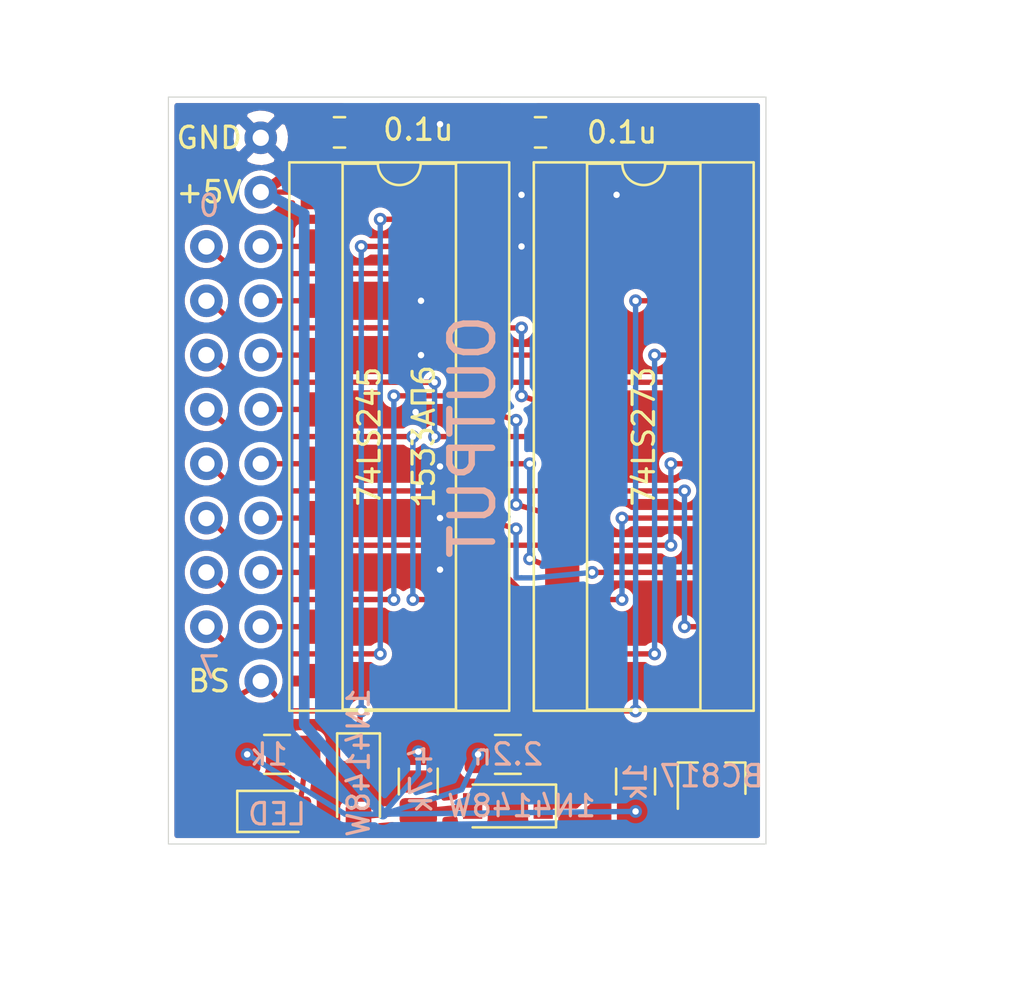
<source format=kicad_pcb>
(kicad_pcb (version 20171130) (host pcbnew 5.1.5+dfsg1-2build2)

  (general
    (thickness 0.8)
    (drawings 12)
    (tracks 175)
    (zones 0)
    (modules 13)
    (nets 32)
  )

  (page A4)
  (layers
    (0 F.Cu signal)
    (31 B.Cu signal)
    (32 B.Adhes user)
    (33 F.Adhes user)
    (34 B.Paste user)
    (35 F.Paste user)
    (36 B.SilkS user)
    (37 F.SilkS user)
    (38 B.Mask user)
    (39 F.Mask user)
    (40 Dwgs.User user)
    (41 Cmts.User user)
    (42 Eco1.User user)
    (43 Eco2.User user)
    (44 Edge.Cuts user)
    (45 Margin user)
    (46 B.CrtYd user)
    (47 F.CrtYd user)
    (48 B.Fab user)
    (49 F.Fab user)
  )

  (setup
    (last_trace_width 0.25)
    (user_trace_width 0.2)
    (user_trace_width 0.5)
    (user_trace_width 0.7)
    (trace_clearance 0.2)
    (zone_clearance 0.254)
    (zone_45_only no)
    (trace_min 0.2)
    (via_size 0.8)
    (via_drill 0.4)
    (via_min_size 0.4)
    (via_min_drill 0.3)
    (user_via 0.6 0.3)
    (uvia_size 0.3)
    (uvia_drill 0.1)
    (uvias_allowed no)
    (uvia_min_size 0.2)
    (uvia_min_drill 0.1)
    (edge_width 0.05)
    (segment_width 0.2)
    (pcb_text_width 0.3)
    (pcb_text_size 1.5 1.5)
    (mod_edge_width 0.12)
    (mod_text_size 1 1)
    (mod_text_width 0.15)
    (pad_size 1.7 1.7)
    (pad_drill 1)
    (pad_to_mask_clearance 0.051)
    (solder_mask_min_width 0.25)
    (aux_axis_origin 0 0)
    (visible_elements FFFFF77F)
    (pcbplotparams
      (layerselection 0x010fc_ffffffff)
      (usegerberextensions true)
      (usegerberattributes false)
      (usegerberadvancedattributes false)
      (creategerberjobfile false)
      (excludeedgelayer true)
      (linewidth 0.100000)
      (plotframeref false)
      (viasonmask false)
      (mode 1)
      (useauxorigin false)
      (hpglpennumber 1)
      (hpglpenspeed 20)
      (hpglpendiameter 15.000000)
      (psnegative false)
      (psa4output false)
      (plotreference true)
      (plotvalue true)
      (plotinvisibletext false)
      (padsonsilk false)
      (subtractmaskfromsilk true)
      (outputformat 1)
      (mirror false)
      (drillshape 0)
      (scaleselection 1)
      (outputdirectory "gerber/"))
  )

  (net 0 "")
  (net 1 +5V)
  (net 2 GND)
  (net 3 BS)
  (net 4 TCLK)
  (net 5 BD1)
  (net 6 BD2)
  (net 7 BD3)
  (net 8 BD4)
  (net 9 BD5)
  (net 10 BD6)
  (net 11 BD7)
  (net 12 OPL7)
  (net 13 OPL6)
  (net 14 OPL5)
  (net 15 OPL4)
  (net 16 OPL3)
  (net 17 OPL2)
  (net 18 OPL1)
  (net 19 "Net-(D1-Pad2)")
  (net 20 "Net-(D2-Pad1)")
  (net 21 OPL0)
  (net 22 D7)
  (net 23 D6)
  (net 24 D5)
  (net 25 D4)
  (net 26 D3)
  (net 27 D2)
  (net 28 D1)
  (net 29 D0)
  (net 30 BD0)
  (net 31 "Net-(D3-Pad2)")

  (net_class Default "This is the default net class."
    (clearance 0.2)
    (trace_width 0.25)
    (via_dia 0.8)
    (via_drill 0.4)
    (uvia_dia 0.3)
    (uvia_drill 0.1)
    (add_net +5V)
    (add_net BD0)
    (add_net BD1)
    (add_net BD2)
    (add_net BD3)
    (add_net BD4)
    (add_net BD5)
    (add_net BD6)
    (add_net BD7)
    (add_net BS)
    (add_net D0)
    (add_net D1)
    (add_net D2)
    (add_net D3)
    (add_net D4)
    (add_net D5)
    (add_net D6)
    (add_net D7)
    (add_net GND)
    (add_net "Net-(D1-Pad2)")
    (add_net "Net-(D2-Pad1)")
    (add_net "Net-(D3-Pad2)")
    (add_net OPL0)
    (add_net OPL1)
    (add_net OPL2)
    (add_net OPL3)
    (add_net OPL4)
    (add_net OPL5)
    (add_net OPL6)
    (add_net OPL7)
    (add_net TCLK)
  )

  (module plc88:data_manager_im (layer F.Cu) (tedit 638C3B16) (tstamp 63A4A82B)
    (at 123.698 23.495)
    (path /63A4B004)
    (fp_text reference J1 (at 0 -1.905) (layer F.SilkS) hide
      (effects (font (size 1 1) (thickness 0.15)))
    )
    (fp_text value data_manager_i (at 0 -4.445) (layer F.Fab) hide
      (effects (font (size 1 1) (thickness 0.15)))
    )
    (fp_line (start -6.096 28.956) (end -6.096 1.524) (layer B.CrtYd) (width 0.12))
    (fp_line (start -1.524 28.956) (end -6.096 28.956) (layer B.CrtYd) (width 0.12))
    (fp_line (start -1.524 1.524) (end -1.524 28.956) (layer B.CrtYd) (width 0.12))
    (fp_line (start -6.096 1.524) (end -1.524 1.524) (layer B.CrtYd) (width 0.12))
    (fp_line (start -6.096 28.956) (end -6.096 1.524) (layer F.CrtYd) (width 0.12))
    (fp_line (start -1.524 28.956) (end -6.096 28.956) (layer F.CrtYd) (width 0.12))
    (fp_line (start -1.524 1.524) (end -1.524 28.956) (layer F.CrtYd) (width 0.12))
    (fp_line (start -6.096 1.524) (end -1.524 1.524) (layer F.CrtYd) (width 0.12))
    (pad 19 thru_hole circle (at -2.54 27.94) (size 1.524 1.524) (drill 0.762) (layers *.Cu *.Mask)
      (net 3 BS))
    (pad 18 thru_hole circle (at -2.54 5.08) (size 1.524 1.524) (drill 0.762) (layers *.Cu *.Mask)
      (net 1 +5V))
    (pad 17 thru_hole circle (at -2.54 2.54) (size 1.524 1.524) (drill 0.762) (layers *.Cu *.Mask)
      (net 2 GND))
    (pad 16 thru_hole circle (at -2.54 25.4) (size 1.524 1.524) (drill 0.762) (layers *.Cu *.Mask)
      (net 22 D7))
    (pad 15 thru_hole circle (at -5.08 25.4) (size 1.524 1.524) (drill 0.762) (layers *.Cu *.Mask)
      (net 12 OPL7))
    (pad 14 thru_hole circle (at -2.54 22.86) (size 1.524 1.524) (drill 0.762) (layers *.Cu *.Mask)
      (net 23 D6))
    (pad 13 thru_hole circle (at -5.08 22.86) (size 1.524 1.524) (drill 0.762) (layers *.Cu *.Mask)
      (net 13 OPL6))
    (pad 12 thru_hole circle (at -2.54 20.32) (size 1.524 1.524) (drill 0.762) (layers *.Cu *.Mask)
      (net 24 D5))
    (pad 11 thru_hole circle (at -5.08 20.32) (size 1.524 1.524) (drill 0.762) (layers *.Cu *.Mask)
      (net 14 OPL5))
    (pad 10 thru_hole circle (at -2.54 17.78) (size 1.524 1.524) (drill 0.762) (layers *.Cu *.Mask)
      (net 25 D4))
    (pad 9 thru_hole circle (at -5.08 17.78) (size 1.524 1.524) (drill 0.762) (layers *.Cu *.Mask)
      (net 15 OPL4))
    (pad 8 thru_hole circle (at -2.54 15.24) (size 1.524 1.524) (drill 0.762) (layers *.Cu *.Mask)
      (net 26 D3))
    (pad 7 thru_hole circle (at -5.08 15.24) (size 1.524 1.524) (drill 0.762) (layers *.Cu *.Mask)
      (net 16 OPL3))
    (pad 6 thru_hole circle (at -2.54 12.7) (size 1.524 1.524) (drill 0.762) (layers *.Cu *.Mask)
      (net 27 D2))
    (pad 5 thru_hole circle (at -5.08 12.7) (size 1.524 1.524) (drill 0.762) (layers *.Cu *.Mask)
      (net 17 OPL2))
    (pad 4 thru_hole circle (at -2.54 10.16) (size 1.524 1.524) (drill 0.762) (layers *.Cu *.Mask)
      (net 28 D1))
    (pad 3 thru_hole circle (at -5.08 10.16) (size 1.524 1.524) (drill 0.762) (layers *.Cu *.Mask)
      (net 18 OPL1))
    (pad 2 thru_hole circle (at -2.54 7.62) (size 1.524 1.524) (drill 0.762) (layers *.Cu *.Mask)
      (net 29 D0))
    (pad 1 thru_hole circle (at -5.08 7.62) (size 1.524 1.524) (drill 0.762) (layers *.Cu *.Mask)
      (net 21 OPL0))
  )

  (module Package_TO_SOT_SMD:SOT-23 (layer F.Cu) (tedit 5A02FF57) (tstamp 634E165F)
    (at 142.24 56.007 90)
    (descr "SOT-23, Standard")
    (tags SOT-23)
    (path /6350FE0F)
    (attr smd)
    (fp_text reference Q1 (at 0 -2.5 90) (layer F.SilkS) hide
      (effects (font (size 1 1) (thickness 0.15)))
    )
    (fp_text value BC817 (at 0.127 0 180) (layer B.SilkS)
      (effects (font (size 1 1) (thickness 0.15)) (justify mirror))
    )
    (fp_line (start 0.76 1.58) (end -0.7 1.58) (layer F.SilkS) (width 0.12))
    (fp_line (start 0.76 -1.58) (end -1.4 -1.58) (layer F.SilkS) (width 0.12))
    (fp_line (start -1.7 1.75) (end -1.7 -1.75) (layer F.CrtYd) (width 0.05))
    (fp_line (start 1.7 1.75) (end -1.7 1.75) (layer F.CrtYd) (width 0.05))
    (fp_line (start 1.7 -1.75) (end 1.7 1.75) (layer F.CrtYd) (width 0.05))
    (fp_line (start -1.7 -1.75) (end 1.7 -1.75) (layer F.CrtYd) (width 0.05))
    (fp_line (start 0.76 -1.58) (end 0.76 -0.65) (layer F.SilkS) (width 0.12))
    (fp_line (start 0.76 1.58) (end 0.76 0.65) (layer F.SilkS) (width 0.12))
    (fp_line (start -0.7 1.52) (end 0.7 1.52) (layer F.Fab) (width 0.1))
    (fp_line (start 0.7 -1.52) (end 0.7 1.52) (layer F.Fab) (width 0.1))
    (fp_line (start -0.7 -0.95) (end -0.15 -1.52) (layer F.Fab) (width 0.1))
    (fp_line (start -0.15 -1.52) (end 0.7 -1.52) (layer F.Fab) (width 0.1))
    (fp_line (start -0.7 -0.95) (end -0.7 1.5) (layer F.Fab) (width 0.1))
    (fp_text user %R (at 0 0) (layer F.Fab) hide
      (effects (font (size 0.5 0.5) (thickness 0.075)))
    )
    (pad 3 smd rect (at 1 0 90) (size 0.9 0.8) (layers F.Cu F.Paste F.Mask)
      (net 4 TCLK))
    (pad 2 smd rect (at -1 0.95 90) (size 0.9 0.8) (layers F.Cu F.Paste F.Mask)
      (net 2 GND))
    (pad 1 smd rect (at -1 -0.95 90) (size 0.9 0.8) (layers F.Cu F.Paste F.Mask)
      (net 20 "Net-(D2-Pad1)"))
    (model ${KISYS3DMOD}/Package_TO_SOT_SMD.3dshapes/SOT-23.wrl
      (at (xyz 0 0 0))
      (scale (xyz 1 1 1))
      (rotate (xyz 0 0 0))
    )
  )

  (module Package_DIP:DIP-20_W7.62mm_SMDSocket_SmallPads (layer F.Cu) (tedit 5A02E8C5) (tstamp 634E16CE)
    (at 127.635 40.005)
    (descr "20-lead though-hole mounted DIP package, row spacing 7.62 mm (300 mils), SMDSocket, SmallPads")
    (tags "THT DIP DIL PDIP 2.54mm 7.62mm 300mil SMDSocket SmallPads")
    (path /61CA7483)
    (attr smd)
    (fp_text reference U1 (at 0 -13.76) (layer F.SilkS) hide
      (effects (font (size 1 1) (thickness 0.15)))
    )
    (fp_text value 74LS245 (at -1.397 0 90) (layer F.SilkS)
      (effects (font (size 1 1) (thickness 0.15)))
    )
    (fp_text user %R (at 0 0) (layer F.Fab) hide
      (effects (font (size 1 1) (thickness 0.15)))
    )
    (fp_line (start 5.35 -13.05) (end -5.35 -13.05) (layer F.CrtYd) (width 0.05))
    (fp_line (start 5.35 13.05) (end 5.35 -13.05) (layer F.CrtYd) (width 0.05))
    (fp_line (start -5.35 13.05) (end 5.35 13.05) (layer F.CrtYd) (width 0.05))
    (fp_line (start -5.35 -13.05) (end -5.35 13.05) (layer F.CrtYd) (width 0.05))
    (fp_line (start 5.14 -12.82) (end -5.14 -12.82) (layer F.SilkS) (width 0.12))
    (fp_line (start 5.14 12.82) (end 5.14 -12.82) (layer F.SilkS) (width 0.12))
    (fp_line (start -5.14 12.82) (end 5.14 12.82) (layer F.SilkS) (width 0.12))
    (fp_line (start -5.14 -12.82) (end -5.14 12.82) (layer F.SilkS) (width 0.12))
    (fp_line (start 2.65 -12.76) (end 1 -12.76) (layer F.SilkS) (width 0.12))
    (fp_line (start 2.65 12.76) (end 2.65 -12.76) (layer F.SilkS) (width 0.12))
    (fp_line (start -2.65 12.76) (end 2.65 12.76) (layer F.SilkS) (width 0.12))
    (fp_line (start -2.65 -12.76) (end -2.65 12.76) (layer F.SilkS) (width 0.12))
    (fp_line (start -1 -12.76) (end -2.65 -12.76) (layer F.SilkS) (width 0.12))
    (fp_line (start 5.08 -12.76) (end -5.08 -12.76) (layer F.Fab) (width 0.1))
    (fp_line (start 5.08 12.76) (end 5.08 -12.76) (layer F.Fab) (width 0.1))
    (fp_line (start -5.08 12.76) (end 5.08 12.76) (layer F.Fab) (width 0.1))
    (fp_line (start -5.08 -12.76) (end -5.08 12.76) (layer F.Fab) (width 0.1))
    (fp_line (start -3.175 -11.7) (end -2.175 -12.7) (layer F.Fab) (width 0.1))
    (fp_line (start -3.175 12.7) (end -3.175 -11.7) (layer F.Fab) (width 0.1))
    (fp_line (start 3.175 12.7) (end -3.175 12.7) (layer F.Fab) (width 0.1))
    (fp_line (start 3.175 -12.7) (end 3.175 12.7) (layer F.Fab) (width 0.1))
    (fp_line (start -2.175 -12.7) (end 3.175 -12.7) (layer F.Fab) (width 0.1))
    (fp_arc (start 0 -12.76) (end -1 -12.76) (angle -180) (layer F.SilkS) (width 0.12))
    (fp_text user 1533АП6 (at 1.143 0 90) (layer F.SilkS)
      (effects (font (size 1 1) (thickness 0.15)))
    )
    (pad 20 smd rect (at 3.81 -11.43) (size 1.6 1.6) (layers F.Cu F.Paste F.Mask)
      (net 1 +5V))
    (pad 10 smd rect (at -3.81 11.43) (size 1.6 1.6) (layers F.Cu F.Paste F.Mask)
      (net 2 GND))
    (pad 19 smd rect (at 3.81 -8.89) (size 1.6 1.6) (layers F.Cu F.Paste F.Mask)
      (net 3 BS))
    (pad 9 smd rect (at -3.81 8.89) (size 1.6 1.6) (layers F.Cu F.Paste F.Mask)
      (net 22 D7))
    (pad 18 smd rect (at 3.81 -6.35) (size 1.6 1.6) (layers F.Cu F.Paste F.Mask)
      (net 30 BD0))
    (pad 8 smd rect (at -3.81 6.35) (size 1.6 1.6) (layers F.Cu F.Paste F.Mask)
      (net 23 D6))
    (pad 17 smd rect (at 3.81 -3.81) (size 1.6 1.6) (layers F.Cu F.Paste F.Mask)
      (net 5 BD1))
    (pad 7 smd rect (at -3.81 3.81) (size 1.6 1.6) (layers F.Cu F.Paste F.Mask)
      (net 24 D5))
    (pad 16 smd rect (at 3.81 -1.27) (size 1.6 1.6) (layers F.Cu F.Paste F.Mask)
      (net 6 BD2))
    (pad 6 smd rect (at -3.81 1.27) (size 1.6 1.6) (layers F.Cu F.Paste F.Mask)
      (net 25 D4))
    (pad 15 smd rect (at 3.81 1.27) (size 1.6 1.6) (layers F.Cu F.Paste F.Mask)
      (net 7 BD3))
    (pad 5 smd rect (at -3.81 -1.27) (size 1.6 1.6) (layers F.Cu F.Paste F.Mask)
      (net 26 D3))
    (pad 14 smd rect (at 3.81 3.81) (size 1.6 1.6) (layers F.Cu F.Paste F.Mask)
      (net 8 BD4))
    (pad 4 smd rect (at -3.81 -3.81) (size 1.6 1.6) (layers F.Cu F.Paste F.Mask)
      (net 27 D2))
    (pad 13 smd rect (at 3.81 6.35) (size 1.6 1.6) (layers F.Cu F.Paste F.Mask)
      (net 9 BD5))
    (pad 3 smd rect (at -3.81 -6.35) (size 1.6 1.6) (layers F.Cu F.Paste F.Mask)
      (net 28 D1))
    (pad 12 smd rect (at 3.81 8.89) (size 1.6 1.6) (layers F.Cu F.Paste F.Mask)
      (net 10 BD6))
    (pad 2 smd rect (at -3.81 -8.89) (size 1.6 1.6) (layers F.Cu F.Paste F.Mask)
      (net 29 D0))
    (pad 11 smd rect (at 3.81 11.43) (size 1.6 1.6) (layers F.Cu F.Paste F.Mask)
      (net 11 BD7))
    (pad 1 smd rect (at -3.81 -11.43) (size 1.6 1.6) (layers F.Cu F.Paste F.Mask)
      (net 1 +5V))
    (model ${KISYS3DMOD}/Package_DIP.3dshapes/DIP-20_W7.62mm_SMDSocket.wrl
      (at (xyz 0 0 0))
      (scale (xyz 1 1 1))
      (rotate (xyz 0 0 0))
    )
  )

  (module Package_DIP:DIP-20_W7.62mm_SMDSocket_SmallPads (layer F.Cu) (tedit 5A02E8C5) (tstamp 634E16F9)
    (at 139.065 40.005)
    (descr "20-lead though-hole mounted DIP package, row spacing 7.62 mm (300 mils), SMDSocket, SmallPads")
    (tags "THT DIP DIL PDIP 2.54mm 7.62mm 300mil SMDSocket SmallPads")
    (path /61CA7E47)
    (attr smd)
    (fp_text reference U2 (at 0 -13.76) (layer F.SilkS) hide
      (effects (font (size 1 1) (thickness 0.15)))
    )
    (fp_text value 74LS273 (at 0 0 90) (layer F.SilkS)
      (effects (font (size 1 1) (thickness 0.15)))
    )
    (fp_text user %R (at 0 0) (layer F.Fab) hide
      (effects (font (size 1 1) (thickness 0.15)))
    )
    (fp_line (start 5.35 -13.05) (end -5.35 -13.05) (layer F.CrtYd) (width 0.05))
    (fp_line (start 5.35 13.05) (end 5.35 -13.05) (layer F.CrtYd) (width 0.05))
    (fp_line (start -5.35 13.05) (end 5.35 13.05) (layer F.CrtYd) (width 0.05))
    (fp_line (start -5.35 -13.05) (end -5.35 13.05) (layer F.CrtYd) (width 0.05))
    (fp_line (start 5.14 -12.82) (end -5.14 -12.82) (layer F.SilkS) (width 0.12))
    (fp_line (start 5.14 12.82) (end 5.14 -12.82) (layer F.SilkS) (width 0.12))
    (fp_line (start -5.14 12.82) (end 5.14 12.82) (layer F.SilkS) (width 0.12))
    (fp_line (start -5.14 -12.82) (end -5.14 12.82) (layer F.SilkS) (width 0.12))
    (fp_line (start 2.65 -12.76) (end 1 -12.76) (layer F.SilkS) (width 0.12))
    (fp_line (start 2.65 12.76) (end 2.65 -12.76) (layer F.SilkS) (width 0.12))
    (fp_line (start -2.65 12.76) (end 2.65 12.76) (layer F.SilkS) (width 0.12))
    (fp_line (start -2.65 -12.76) (end -2.65 12.76) (layer F.SilkS) (width 0.12))
    (fp_line (start -1 -12.76) (end -2.65 -12.76) (layer F.SilkS) (width 0.12))
    (fp_line (start 5.08 -12.76) (end -5.08 -12.76) (layer F.Fab) (width 0.1))
    (fp_line (start 5.08 12.76) (end 5.08 -12.76) (layer F.Fab) (width 0.1))
    (fp_line (start -5.08 12.76) (end 5.08 12.76) (layer F.Fab) (width 0.1))
    (fp_line (start -5.08 -12.76) (end -5.08 12.76) (layer F.Fab) (width 0.1))
    (fp_line (start -3.175 -11.7) (end -2.175 -12.7) (layer F.Fab) (width 0.1))
    (fp_line (start -3.175 12.7) (end -3.175 -11.7) (layer F.Fab) (width 0.1))
    (fp_line (start 3.175 12.7) (end -3.175 12.7) (layer F.Fab) (width 0.1))
    (fp_line (start 3.175 -12.7) (end 3.175 12.7) (layer F.Fab) (width 0.1))
    (fp_line (start -2.175 -12.7) (end 3.175 -12.7) (layer F.Fab) (width 0.1))
    (fp_arc (start 0 -12.76) (end -1 -12.76) (angle -180) (layer F.SilkS) (width 0.12))
    (pad 20 smd rect (at 3.81 -11.43) (size 1.6 1.6) (layers F.Cu F.Paste F.Mask)
      (net 1 +5V))
    (pad 10 smd rect (at -3.81 11.43) (size 1.6 1.6) (layers F.Cu F.Paste F.Mask)
      (net 2 GND))
    (pad 19 smd rect (at 3.81 -8.89) (size 1.6 1.6) (layers F.Cu F.Paste F.Mask)
      (net 12 OPL7))
    (pad 9 smd rect (at -3.81 8.89) (size 1.6 1.6) (layers F.Cu F.Paste F.Mask)
      (net 16 OPL3))
    (pad 18 smd rect (at 3.81 -6.35) (size 1.6 1.6) (layers F.Cu F.Paste F.Mask)
      (net 11 BD7))
    (pad 8 smd rect (at -3.81 6.35) (size 1.6 1.6) (layers F.Cu F.Paste F.Mask)
      (net 7 BD3))
    (pad 17 smd rect (at 3.81 -3.81) (size 1.6 1.6) (layers F.Cu F.Paste F.Mask)
      (net 10 BD6))
    (pad 7 smd rect (at -3.81 3.81) (size 1.6 1.6) (layers F.Cu F.Paste F.Mask)
      (net 6 BD2))
    (pad 16 smd rect (at 3.81 -1.27) (size 1.6 1.6) (layers F.Cu F.Paste F.Mask)
      (net 13 OPL6))
    (pad 6 smd rect (at -3.81 1.27) (size 1.6 1.6) (layers F.Cu F.Paste F.Mask)
      (net 17 OPL2))
    (pad 15 smd rect (at 3.81 1.27) (size 1.6 1.6) (layers F.Cu F.Paste F.Mask)
      (net 14 OPL5))
    (pad 5 smd rect (at -3.81 -1.27) (size 1.6 1.6) (layers F.Cu F.Paste F.Mask)
      (net 18 OPL1))
    (pad 14 smd rect (at 3.81 3.81) (size 1.6 1.6) (layers F.Cu F.Paste F.Mask)
      (net 9 BD5))
    (pad 4 smd rect (at -3.81 -3.81) (size 1.6 1.6) (layers F.Cu F.Paste F.Mask)
      (net 5 BD1))
    (pad 13 smd rect (at 3.81 6.35) (size 1.6 1.6) (layers F.Cu F.Paste F.Mask)
      (net 8 BD4))
    (pad 3 smd rect (at -3.81 -6.35) (size 1.6 1.6) (layers F.Cu F.Paste F.Mask)
      (net 30 BD0))
    (pad 12 smd rect (at 3.81 8.89) (size 1.6 1.6) (layers F.Cu F.Paste F.Mask)
      (net 15 OPL4))
    (pad 2 smd rect (at -3.81 -8.89) (size 1.6 1.6) (layers F.Cu F.Paste F.Mask)
      (net 21 OPL0))
    (pad 11 smd rect (at 3.81 11.43) (size 1.6 1.6) (layers F.Cu F.Paste F.Mask)
      (net 4 TCLK))
    (pad 1 smd rect (at -3.81 -11.43) (size 1.6 1.6) (layers F.Cu F.Paste F.Mask)
      (net 1 +5V))
    (model ${KISYS3DMOD}/Package_DIP.3dshapes/DIP-20_W7.62mm_SMDSocket.wrl
      (at (xyz 0 0 0))
      (scale (xyz 1 1 1))
      (rotate (xyz 0 0 0))
    )
  )

  (module Resistor_SMD:R_1206_3216Metric (layer F.Cu) (tedit 5B301BBD) (tstamp 634E4E57)
    (at 121.92 54.864 180)
    (descr "Resistor SMD 1206 (3216 Metric), square (rectangular) end terminal, IPC_7351 nominal, (Body size source: http://www.tortai-tech.com/upload/download/2011102023233369053.pdf), generated with kicad-footprint-generator")
    (tags resistor)
    (path /634EEABB)
    (attr smd)
    (fp_text reference R5 (at 0 -1.82) (layer F.SilkS) hide
      (effects (font (size 1 1) (thickness 0.15)))
    )
    (fp_text value 1k (at 0.378 0) (layer B.SilkS)
      (effects (font (size 1 1) (thickness 0.15)) (justify mirror))
    )
    (fp_text user %R (at 0 0) (layer F.Fab) hide
      (effects (font (size 0.8 0.8) (thickness 0.12)))
    )
    (fp_line (start 2.28 1.12) (end -2.28 1.12) (layer F.CrtYd) (width 0.05))
    (fp_line (start 2.28 -1.12) (end 2.28 1.12) (layer F.CrtYd) (width 0.05))
    (fp_line (start -2.28 -1.12) (end 2.28 -1.12) (layer F.CrtYd) (width 0.05))
    (fp_line (start -2.28 1.12) (end -2.28 -1.12) (layer F.CrtYd) (width 0.05))
    (fp_line (start -0.602064 0.91) (end 0.602064 0.91) (layer F.SilkS) (width 0.12))
    (fp_line (start -0.602064 -0.91) (end 0.602064 -0.91) (layer F.SilkS) (width 0.12))
    (fp_line (start 1.6 0.8) (end -1.6 0.8) (layer F.Fab) (width 0.1))
    (fp_line (start 1.6 -0.8) (end 1.6 0.8) (layer F.Fab) (width 0.1))
    (fp_line (start -1.6 -0.8) (end 1.6 -0.8) (layer F.Fab) (width 0.1))
    (fp_line (start -1.6 0.8) (end -1.6 -0.8) (layer F.Fab) (width 0.1))
    (pad 2 smd roundrect (at 1.4 0 180) (size 1.25 1.75) (layers F.Cu F.Paste F.Mask) (roundrect_rratio 0.2)
      (net 1 +5V))
    (pad 1 smd roundrect (at -1.4 0 180) (size 1.25 1.75) (layers F.Cu F.Paste F.Mask) (roundrect_rratio 0.2)
      (net 31 "Net-(D3-Pad2)"))
    (model ${KISYS3DMOD}/Resistor_SMD.3dshapes/R_1206_3216Metric.wrl
      (at (xyz 0 0 0))
      (scale (xyz 1 1 1))
      (rotate (xyz 0 0 0))
    )
  )

  (module LED_SMD:LED_0805_2012Metric_Pad1.15x1.40mm_HandSolder (layer F.Cu) (tedit 5B4B45C9) (tstamp 634E4CCE)
    (at 121.92 57.531)
    (descr "LED SMD 0805 (2012 Metric), square (rectangular) end terminal, IPC_7351 nominal, (Body size source: https://docs.google.com/spreadsheets/d/1BsfQQcO9C6DZCsRaXUlFlo91Tg2WpOkGARC1WS5S8t0/edit?usp=sharing), generated with kicad-footprint-generator")
    (tags "LED handsolder")
    (path /634E7EAA)
    (attr smd)
    (fp_text reference D3 (at 0 -1.65) (layer F.SilkS) hide
      (effects (font (size 1 1) (thickness 0.15)))
    )
    (fp_text value LED (at 0 0.127) (layer B.SilkS)
      (effects (font (size 1 1) (thickness 0.15)) (justify mirror))
    )
    (fp_text user %R (at 0 0) (layer F.Fab) hide
      (effects (font (size 0.5 0.5) (thickness 0.08)))
    )
    (fp_line (start 1.85 0.95) (end -1.85 0.95) (layer F.CrtYd) (width 0.05))
    (fp_line (start 1.85 -0.95) (end 1.85 0.95) (layer F.CrtYd) (width 0.05))
    (fp_line (start -1.85 -0.95) (end 1.85 -0.95) (layer F.CrtYd) (width 0.05))
    (fp_line (start -1.85 0.95) (end -1.85 -0.95) (layer F.CrtYd) (width 0.05))
    (fp_line (start -1.86 0.96) (end 1 0.96) (layer F.SilkS) (width 0.12))
    (fp_line (start -1.86 -0.96) (end -1.86 0.96) (layer F.SilkS) (width 0.12))
    (fp_line (start 1 -0.96) (end -1.86 -0.96) (layer F.SilkS) (width 0.12))
    (fp_line (start 1 0.6) (end 1 -0.6) (layer F.Fab) (width 0.1))
    (fp_line (start -1 0.6) (end 1 0.6) (layer F.Fab) (width 0.1))
    (fp_line (start -1 -0.3) (end -1 0.6) (layer F.Fab) (width 0.1))
    (fp_line (start -0.7 -0.6) (end -1 -0.3) (layer F.Fab) (width 0.1))
    (fp_line (start 1 -0.6) (end -0.7 -0.6) (layer F.Fab) (width 0.1))
    (pad 2 smd roundrect (at 1.025 0) (size 1.15 1.4) (layers F.Cu F.Paste F.Mask) (roundrect_rratio 0.217391)
      (net 31 "Net-(D3-Pad2)"))
    (pad 1 smd roundrect (at -1.025 0) (size 1.15 1.4) (layers F.Cu F.Paste F.Mask) (roundrect_rratio 0.217391)
      (net 3 BS))
    (model ${KISYS3DMOD}/LED_SMD.3dshapes/LED_0805_2012Metric.wrl
      (at (xyz 0 0 0))
      (scale (xyz 1 1 1))
      (rotate (xyz 0 0 0))
    )
  )

  (module Resistor_SMD:R_1206_3216Metric (layer F.Cu) (tedit 5B301BBD) (tstamp 634E16A3)
    (at 138.684 56.134 90)
    (descr "Resistor SMD 1206 (3216 Metric), square (rectangular) end terminal, IPC_7351 nominal, (Body size source: http://www.tortai-tech.com/upload/download/2011102023233369053.pdf), generated with kicad-footprint-generator")
    (tags resistor)
    (path /6350EA50)
    (attr smd)
    (fp_text reference R4 (at 0 -1.82 90) (layer F.SilkS) hide
      (effects (font (size 1 1) (thickness 0.15)))
    )
    (fp_text value 1k (at -0.003 0 90) (layer B.SilkS)
      (effects (font (size 1 1) (thickness 0.15)) (justify mirror))
    )
    (fp_text user %R (at 0 0 90) (layer F.Fab) hide
      (effects (font (size 0.8 0.8) (thickness 0.12)))
    )
    (fp_line (start 2.28 1.12) (end -2.28 1.12) (layer F.CrtYd) (width 0.05))
    (fp_line (start 2.28 -1.12) (end 2.28 1.12) (layer F.CrtYd) (width 0.05))
    (fp_line (start -2.28 -1.12) (end 2.28 -1.12) (layer F.CrtYd) (width 0.05))
    (fp_line (start -2.28 1.12) (end -2.28 -1.12) (layer F.CrtYd) (width 0.05))
    (fp_line (start -0.602064 0.91) (end 0.602064 0.91) (layer F.SilkS) (width 0.12))
    (fp_line (start -0.602064 -0.91) (end 0.602064 -0.91) (layer F.SilkS) (width 0.12))
    (fp_line (start 1.6 0.8) (end -1.6 0.8) (layer F.Fab) (width 0.1))
    (fp_line (start 1.6 -0.8) (end 1.6 0.8) (layer F.Fab) (width 0.1))
    (fp_line (start -1.6 -0.8) (end 1.6 -0.8) (layer F.Fab) (width 0.1))
    (fp_line (start -1.6 0.8) (end -1.6 -0.8) (layer F.Fab) (width 0.1))
    (pad 2 smd roundrect (at 1.4 0 90) (size 1.25 1.75) (layers F.Cu F.Paste F.Mask) (roundrect_rratio 0.2)
      (net 4 TCLK))
    (pad 1 smd roundrect (at -1.4 0 90) (size 1.25 1.75) (layers F.Cu F.Paste F.Mask) (roundrect_rratio 0.2)
      (net 1 +5V))
    (model ${KISYS3DMOD}/Resistor_SMD.3dshapes/R_1206_3216Metric.wrl
      (at (xyz 0 0 0))
      (scale (xyz 1 1 1))
      (rotate (xyz 0 0 0))
    )
  )

  (module Resistor_SMD:R_1206_3216Metric (layer F.Cu) (tedit 5B301BBD) (tstamp 634E1692)
    (at 128.524 56.134 270)
    (descr "Resistor SMD 1206 (3216 Metric), square (rectangular) end terminal, IPC_7351 nominal, (Body size source: http://www.tortai-tech.com/upload/download/2011102023233369053.pdf), generated with kicad-footprint-generator")
    (tags resistor)
    (path /6350E4EB)
    (attr smd)
    (fp_text reference R3 (at 0 -1.82 90) (layer F.SilkS) hide
      (effects (font (size 1 1) (thickness 0.15)))
    )
    (fp_text value 4.7k (at -0.127 -0.13 90) (layer B.SilkS)
      (effects (font (size 1 1) (thickness 0.15)) (justify mirror))
    )
    (fp_text user %R (at 0 0 90) (layer F.Fab) hide
      (effects (font (size 0.8 0.8) (thickness 0.12)))
    )
    (fp_line (start 2.28 1.12) (end -2.28 1.12) (layer F.CrtYd) (width 0.05))
    (fp_line (start 2.28 -1.12) (end 2.28 1.12) (layer F.CrtYd) (width 0.05))
    (fp_line (start -2.28 -1.12) (end 2.28 -1.12) (layer F.CrtYd) (width 0.05))
    (fp_line (start -2.28 1.12) (end -2.28 -1.12) (layer F.CrtYd) (width 0.05))
    (fp_line (start -0.602064 0.91) (end 0.602064 0.91) (layer F.SilkS) (width 0.12))
    (fp_line (start -0.602064 -0.91) (end 0.602064 -0.91) (layer F.SilkS) (width 0.12))
    (fp_line (start 1.6 0.8) (end -1.6 0.8) (layer F.Fab) (width 0.1))
    (fp_line (start 1.6 -0.8) (end 1.6 0.8) (layer F.Fab) (width 0.1))
    (fp_line (start -1.6 -0.8) (end 1.6 -0.8) (layer F.Fab) (width 0.1))
    (fp_line (start -1.6 0.8) (end -1.6 -0.8) (layer F.Fab) (width 0.1))
    (pad 2 smd roundrect (at 1.4 0 270) (size 1.25 1.75) (layers F.Cu F.Paste F.Mask) (roundrect_rratio 0.2)
      (net 19 "Net-(D1-Pad2)"))
    (pad 1 smd roundrect (at -1.4 0 270) (size 1.25 1.75) (layers F.Cu F.Paste F.Mask) (roundrect_rratio 0.2)
      (net 1 +5V))
    (model ${KISYS3DMOD}/Resistor_SMD.3dshapes/R_1206_3216Metric.wrl
      (at (xyz 0 0 0))
      (scale (xyz 1 1 1))
      (rotate (xyz 0 0 0))
    )
  )

  (module Diode_SMD:D_SOD-123 (layer F.Cu) (tedit 58645DC7) (tstamp 634E15ED)
    (at 132.715 57.277 180)
    (descr SOD-123)
    (tags SOD-123)
    (path /6350F6DF)
    (attr smd)
    (fp_text reference D2 (at 0 -2) (layer F.SilkS) hide
      (effects (font (size 1 1) (thickness 0.15)))
    )
    (fp_text value 1N4148W (at -0.635 0) (layer B.SilkS)
      (effects (font (size 1 1) (thickness 0.15)) (justify mirror))
    )
    (fp_line (start -2.25 -1) (end 1.65 -1) (layer F.SilkS) (width 0.12))
    (fp_line (start -2.25 1) (end 1.65 1) (layer F.SilkS) (width 0.12))
    (fp_line (start -2.35 -1.15) (end -2.35 1.15) (layer F.CrtYd) (width 0.05))
    (fp_line (start 2.35 1.15) (end -2.35 1.15) (layer F.CrtYd) (width 0.05))
    (fp_line (start 2.35 -1.15) (end 2.35 1.15) (layer F.CrtYd) (width 0.05))
    (fp_line (start -2.35 -1.15) (end 2.35 -1.15) (layer F.CrtYd) (width 0.05))
    (fp_line (start -1.4 -0.9) (end 1.4 -0.9) (layer F.Fab) (width 0.1))
    (fp_line (start 1.4 -0.9) (end 1.4 0.9) (layer F.Fab) (width 0.1))
    (fp_line (start 1.4 0.9) (end -1.4 0.9) (layer F.Fab) (width 0.1))
    (fp_line (start -1.4 0.9) (end -1.4 -0.9) (layer F.Fab) (width 0.1))
    (fp_line (start -0.75 0) (end -0.35 0) (layer F.Fab) (width 0.1))
    (fp_line (start -0.35 0) (end -0.35 -0.55) (layer F.Fab) (width 0.1))
    (fp_line (start -0.35 0) (end -0.35 0.55) (layer F.Fab) (width 0.1))
    (fp_line (start -0.35 0) (end 0.25 -0.4) (layer F.Fab) (width 0.1))
    (fp_line (start 0.25 -0.4) (end 0.25 0.4) (layer F.Fab) (width 0.1))
    (fp_line (start 0.25 0.4) (end -0.35 0) (layer F.Fab) (width 0.1))
    (fp_line (start 0.25 0) (end 0.75 0) (layer F.Fab) (width 0.1))
    (fp_line (start -2.25 -1) (end -2.25 1) (layer F.SilkS) (width 0.12))
    (fp_text user %R (at 0 -2) (layer F.Fab) hide
      (effects (font (size 1 1) (thickness 0.15)))
    )
    (pad 2 smd rect (at 1.65 0 180) (size 0.9 1.2) (layers F.Cu F.Paste F.Mask)
      (net 19 "Net-(D1-Pad2)"))
    (pad 1 smd rect (at -1.65 0 180) (size 0.9 1.2) (layers F.Cu F.Paste F.Mask)
      (net 20 "Net-(D2-Pad1)"))
    (model ${KISYS3DMOD}/Diode_SMD.3dshapes/D_SOD-123.wrl
      (at (xyz 0 0 0))
      (scale (xyz 1 1 1))
      (rotate (xyz 0 0 0))
    )
  )

  (module Diode_SMD:D_SOD-123 (layer F.Cu) (tedit 58645DC7) (tstamp 634E15D4)
    (at 125.73 56.134 270)
    (descr SOD-123)
    (tags SOD-123)
    (path /6350F0B9)
    (attr smd)
    (fp_text reference D1 (at 0 -2 90) (layer F.SilkS) hide
      (effects (font (size 1 1) (thickness 0.15)))
    )
    (fp_text value 1N4148W (at -0.889 -0.001 90) (layer B.SilkS)
      (effects (font (size 1 1) (thickness 0.15)) (justify mirror))
    )
    (fp_line (start -2.25 -1) (end 1.65 -1) (layer F.SilkS) (width 0.12))
    (fp_line (start -2.25 1) (end 1.65 1) (layer F.SilkS) (width 0.12))
    (fp_line (start -2.35 -1.15) (end -2.35 1.15) (layer F.CrtYd) (width 0.05))
    (fp_line (start 2.35 1.15) (end -2.35 1.15) (layer F.CrtYd) (width 0.05))
    (fp_line (start 2.35 -1.15) (end 2.35 1.15) (layer F.CrtYd) (width 0.05))
    (fp_line (start -2.35 -1.15) (end 2.35 -1.15) (layer F.CrtYd) (width 0.05))
    (fp_line (start -1.4 -0.9) (end 1.4 -0.9) (layer F.Fab) (width 0.1))
    (fp_line (start 1.4 -0.9) (end 1.4 0.9) (layer F.Fab) (width 0.1))
    (fp_line (start 1.4 0.9) (end -1.4 0.9) (layer F.Fab) (width 0.1))
    (fp_line (start -1.4 0.9) (end -1.4 -0.9) (layer F.Fab) (width 0.1))
    (fp_line (start -0.75 0) (end -0.35 0) (layer F.Fab) (width 0.1))
    (fp_line (start -0.35 0) (end -0.35 -0.55) (layer F.Fab) (width 0.1))
    (fp_line (start -0.35 0) (end -0.35 0.55) (layer F.Fab) (width 0.1))
    (fp_line (start -0.35 0) (end 0.25 -0.4) (layer F.Fab) (width 0.1))
    (fp_line (start 0.25 -0.4) (end 0.25 0.4) (layer F.Fab) (width 0.1))
    (fp_line (start 0.25 0.4) (end -0.35 0) (layer F.Fab) (width 0.1))
    (fp_line (start 0.25 0) (end 0.75 0) (layer F.Fab) (width 0.1))
    (fp_line (start -2.25 -1) (end -2.25 1) (layer F.SilkS) (width 0.12))
    (fp_text user %R (at 0 -2 90) (layer F.Fab) hide
      (effects (font (size 1 1) (thickness 0.15)))
    )
    (pad 2 smd rect (at 1.65 0 270) (size 0.9 1.2) (layers F.Cu F.Paste F.Mask)
      (net 19 "Net-(D1-Pad2)"))
    (pad 1 smd rect (at -1.65 0 270) (size 0.9 1.2) (layers F.Cu F.Paste F.Mask)
      (net 3 BS))
    (model ${KISYS3DMOD}/Diode_SMD.3dshapes/D_SOD-123.wrl
      (at (xyz 0 0 0))
      (scale (xyz 1 1 1))
      (rotate (xyz 0 0 0))
    )
  )

  (module Capacitor_SMD:C_1206_3216Metric (layer F.Cu) (tedit 5B301BBE) (tstamp 634E15BB)
    (at 132.715 54.864)
    (descr "Capacitor SMD 1206 (3216 Metric), square (rectangular) end terminal, IPC_7351 nominal, (Body size source: http://www.tortai-tech.com/upload/download/2011102023233369053.pdf), generated with kicad-footprint-generator")
    (tags capacitor)
    (path /6353446E)
    (attr smd)
    (fp_text reference C3 (at 0 -1.82) (layer F.SilkS) hide
      (effects (font (size 1 1) (thickness 0.15)))
    )
    (fp_text value 2.2n (at 0 0) (layer B.SilkS)
      (effects (font (size 1 1) (thickness 0.15)) (justify mirror))
    )
    (fp_text user %R (at 0 0) (layer F.Fab) hide
      (effects (font (size 0.8 0.8) (thickness 0.12)))
    )
    (fp_line (start 2.28 1.12) (end -2.28 1.12) (layer F.CrtYd) (width 0.05))
    (fp_line (start 2.28 -1.12) (end 2.28 1.12) (layer F.CrtYd) (width 0.05))
    (fp_line (start -2.28 -1.12) (end 2.28 -1.12) (layer F.CrtYd) (width 0.05))
    (fp_line (start -2.28 1.12) (end -2.28 -1.12) (layer F.CrtYd) (width 0.05))
    (fp_line (start -0.602064 0.91) (end 0.602064 0.91) (layer F.SilkS) (width 0.12))
    (fp_line (start -0.602064 -0.91) (end 0.602064 -0.91) (layer F.SilkS) (width 0.12))
    (fp_line (start 1.6 0.8) (end -1.6 0.8) (layer F.Fab) (width 0.1))
    (fp_line (start 1.6 -0.8) (end 1.6 0.8) (layer F.Fab) (width 0.1))
    (fp_line (start -1.6 -0.8) (end 1.6 -0.8) (layer F.Fab) (width 0.1))
    (fp_line (start -1.6 0.8) (end -1.6 -0.8) (layer F.Fab) (width 0.1))
    (pad 2 smd roundrect (at 1.4 0) (size 1.25 1.75) (layers F.Cu F.Paste F.Mask) (roundrect_rratio 0.2)
      (net 4 TCLK))
    (pad 1 smd roundrect (at -1.4 0) (size 1.25 1.75) (layers F.Cu F.Paste F.Mask) (roundrect_rratio 0.2)
      (net 1 +5V))
    (model ${KISYS3DMOD}/Capacitor_SMD.3dshapes/C_1206_3216Metric.wrl
      (at (xyz 0 0 0))
      (scale (xyz 1 1 1))
      (rotate (xyz 0 0 0))
    )
  )

  (module Capacitor_SMD:C_0805_2012Metric_Pad1.15x1.40mm_HandSolder (layer F.Cu) (tedit 5B36C52B) (tstamp 634E15AA)
    (at 134.239 25.781)
    (descr "Capacitor SMD 0805 (2012 Metric), square (rectangular) end terminal, IPC_7351 nominal with elongated pad for handsoldering. (Body size source: https://docs.google.com/spreadsheets/d/1BsfQQcO9C6DZCsRaXUlFlo91Tg2WpOkGARC1WS5S8t0/edit?usp=sharing), generated with kicad-footprint-generator")
    (tags "capacitor handsolder")
    (path /61CBFE5C)
    (attr smd)
    (fp_text reference C2 (at 0 -1.65) (layer F.SilkS) hide
      (effects (font (size 1 1) (thickness 0.15)))
    )
    (fp_text value 0.1u (at 3.81 0 180) (layer F.SilkS)
      (effects (font (size 1 1) (thickness 0.15)))
    )
    (fp_text user %R (at 0 0) (layer F.Fab) hide
      (effects (font (size 0.5 0.5) (thickness 0.08)))
    )
    (fp_line (start 1.85 0.95) (end -1.85 0.95) (layer F.CrtYd) (width 0.05))
    (fp_line (start 1.85 -0.95) (end 1.85 0.95) (layer F.CrtYd) (width 0.05))
    (fp_line (start -1.85 -0.95) (end 1.85 -0.95) (layer F.CrtYd) (width 0.05))
    (fp_line (start -1.85 0.95) (end -1.85 -0.95) (layer F.CrtYd) (width 0.05))
    (fp_line (start -0.261252 0.71) (end 0.261252 0.71) (layer F.SilkS) (width 0.12))
    (fp_line (start -0.261252 -0.71) (end 0.261252 -0.71) (layer F.SilkS) (width 0.12))
    (fp_line (start 1 0.6) (end -1 0.6) (layer F.Fab) (width 0.1))
    (fp_line (start 1 -0.6) (end 1 0.6) (layer F.Fab) (width 0.1))
    (fp_line (start -1 -0.6) (end 1 -0.6) (layer F.Fab) (width 0.1))
    (fp_line (start -1 0.6) (end -1 -0.6) (layer F.Fab) (width 0.1))
    (pad 2 smd roundrect (at 1.025 0) (size 1.15 1.4) (layers F.Cu F.Paste F.Mask) (roundrect_rratio 0.217391)
      (net 1 +5V))
    (pad 1 smd roundrect (at -1.025 0) (size 1.15 1.4) (layers F.Cu F.Paste F.Mask) (roundrect_rratio 0.217391)
      (net 2 GND))
    (model ${KISYS3DMOD}/Capacitor_SMD.3dshapes/C_0805_2012Metric.wrl
      (at (xyz 0 0 0))
      (scale (xyz 1 1 1))
      (rotate (xyz 0 0 0))
    )
  )

  (module Capacitor_SMD:C_0805_2012Metric_Pad1.15x1.40mm_HandSolder (layer F.Cu) (tedit 5B36C52B) (tstamp 634E1599)
    (at 124.841 25.781 180)
    (descr "Capacitor SMD 0805 (2012 Metric), square (rectangular) end terminal, IPC_7351 nominal with elongated pad for handsoldering. (Body size source: https://docs.google.com/spreadsheets/d/1BsfQQcO9C6DZCsRaXUlFlo91Tg2WpOkGARC1WS5S8t0/edit?usp=sharing), generated with kicad-footprint-generator")
    (tags "capacitor handsolder")
    (path /61CBF854)
    (attr smd)
    (fp_text reference C1 (at 0 -1.65) (layer F.SilkS) hide
      (effects (font (size 1 1) (thickness 0.15)))
    )
    (fp_text value 0.1u (at -3.683 0.127) (layer F.SilkS)
      (effects (font (size 1 1) (thickness 0.15)))
    )
    (fp_text user %R (at 0 0) (layer F.Fab) hide
      (effects (font (size 0.5 0.5) (thickness 0.08)))
    )
    (fp_line (start 1.85 0.95) (end -1.85 0.95) (layer F.CrtYd) (width 0.05))
    (fp_line (start 1.85 -0.95) (end 1.85 0.95) (layer F.CrtYd) (width 0.05))
    (fp_line (start -1.85 -0.95) (end 1.85 -0.95) (layer F.CrtYd) (width 0.05))
    (fp_line (start -1.85 0.95) (end -1.85 -0.95) (layer F.CrtYd) (width 0.05))
    (fp_line (start -0.261252 0.71) (end 0.261252 0.71) (layer F.SilkS) (width 0.12))
    (fp_line (start -0.261252 -0.71) (end 0.261252 -0.71) (layer F.SilkS) (width 0.12))
    (fp_line (start 1 0.6) (end -1 0.6) (layer F.Fab) (width 0.1))
    (fp_line (start 1 -0.6) (end 1 0.6) (layer F.Fab) (width 0.1))
    (fp_line (start -1 -0.6) (end 1 -0.6) (layer F.Fab) (width 0.1))
    (fp_line (start -1 0.6) (end -1 -0.6) (layer F.Fab) (width 0.1))
    (pad 2 smd roundrect (at 1.025 0 180) (size 1.15 1.4) (layers F.Cu F.Paste F.Mask) (roundrect_rratio 0.217391)
      (net 1 +5V))
    (pad 1 smd roundrect (at -1.025 0 180) (size 1.15 1.4) (layers F.Cu F.Paste F.Mask) (roundrect_rratio 0.217391)
      (net 2 GND))
    (model ${KISYS3DMOD}/Capacitor_SMD.3dshapes/C_0805_2012Metric.wrl
      (at (xyz 0 0 0))
      (scale (xyz 1 1 1))
      (rotate (xyz 0 0 0))
    )
  )

  (gr_text OUTPUT (at 131.064 40.005 90) (layer B.SilkS)
    (effects (font (size 2 2) (thickness 0.3)) (justify mirror))
  )
  (gr_text 7 (at 118.745 50.8) (layer B.SilkS)
    (effects (font (size 1 1) (thickness 0.15)) (justify mirror))
  )
  (gr_text 0 (at 118.745 29.21) (layer B.SilkS)
    (effects (font (size 1 1) (thickness 0.15)) (justify mirror))
  )
  (dimension 34.925 (width 0.15) (layer F.Fab)
    (gr_text "34,925 mm" (at 148.62 41.5925 270) (layer F.Fab)
      (effects (font (size 1 1) (thickness 0.15)))
    )
    (feature1 (pts (xy 144.78 59.055) (xy 147.906421 59.055)))
    (feature2 (pts (xy 144.78 24.13) (xy 147.906421 24.13)))
    (crossbar (pts (xy 147.32 24.13) (xy 147.32 59.055)))
    (arrow1a (pts (xy 147.32 59.055) (xy 146.733579 57.928496)))
    (arrow1b (pts (xy 147.32 59.055) (xy 147.906421 57.928496)))
    (arrow2a (pts (xy 147.32 24.13) (xy 146.733579 25.256504)))
    (arrow2b (pts (xy 147.32 24.13) (xy 147.906421 25.256504)))
  )
  (gr_text GND (at 118.745 26.035) (layer F.SilkS)
    (effects (font (size 1 1) (thickness 0.15)))
  )
  (gr_text +5V (at 118.745 28.575) (layer F.SilkS)
    (effects (font (size 1 1) (thickness 0.15)))
  )
  (gr_text BS (at 118.745 51.435) (layer F.SilkS)
    (effects (font (size 1 1) (thickness 0.15)))
  )
  (dimension 27.94 (width 0.15) (layer F.Fab)
    (gr_text "27,940 mm" (at 130.81 20.29) (layer F.Fab)
      (effects (font (size 1 1) (thickness 0.15)))
    )
    (feature1 (pts (xy 144.78 24.13) (xy 144.78 21.003579)))
    (feature2 (pts (xy 116.84 24.13) (xy 116.84 21.003579)))
    (crossbar (pts (xy 116.84 21.59) (xy 144.78 21.59)))
    (arrow1a (pts (xy 144.78 21.59) (xy 143.653496 22.176421)))
    (arrow1b (pts (xy 144.78 21.59) (xy 143.653496 21.003579)))
    (arrow2a (pts (xy 116.84 21.59) (xy 117.966504 22.176421)))
    (arrow2b (pts (xy 116.84 21.59) (xy 117.966504 21.003579)))
  )
  (gr_line (start 116.84 59.055) (end 116.84 24.13) (layer Edge.Cuts) (width 0.05) (tstamp 634EC3D1))
  (gr_line (start 144.78 59.055) (end 116.84 59.055) (layer Edge.Cuts) (width 0.05))
  (gr_line (start 144.78 24.13) (end 144.78 59.055) (layer Edge.Cuts) (width 0.05))
  (gr_line (start 116.84 24.13) (end 144.78 24.13) (layer Edge.Cuts) (width 0.05))

  (via (at 138.684 57.531) (size 0.6) (drill 0.3) (layers F.Cu B.Cu) (net 1))
  (via (at 131.318 54.864) (size 0.6) (drill 0.3) (layers F.Cu B.Cu) (net 1))
  (via (at 128.524 54.737) (size 0.6) (drill 0.3) (layers F.Cu B.Cu) (net 1))
  (via (at 120.523 54.864) (size 0.6) (drill 0.3) (layers F.Cu B.Cu) (net 1))
  (segment (start 123.816 25.908) (end 123.825 28.575) (width 0.25) (layer F.Cu) (net 1))
  (segment (start 121.285 28.575) (end 123.19 29.591) (width 0.5) (layer B.Cu) (net 1))
  (segment (start 123.19 29.591) (end 123.19 53.467) (width 0.5) (layer B.Cu) (net 1))
  (segment (start 123.19 53.467) (end 126.873 57.658) (width 0.5) (layer B.Cu) (net 1))
  (segment (start 120.523 54.864) (end 125.095 57.658) (width 0.25) (layer B.Cu) (net 1))
  (segment (start 125.095 57.658) (end 126.873 57.658) (width 0.25) (layer B.Cu) (net 1))
  (segment (start 126.873 57.658) (end 128.524 55.753) (width 0.25) (layer B.Cu) (net 1))
  (segment (start 128.524 55.753) (end 128.524 54.737) (width 0.25) (layer B.Cu) (net 1))
  (segment (start 126.873 57.658) (end 130.556 56.515) (width 0.25) (layer B.Cu) (net 1))
  (segment (start 130.556 56.515) (end 131.318 54.864) (width 0.25) (layer B.Cu) (net 1))
  (segment (start 126.873 57.658) (end 138.684 57.531) (width 0.25) (layer B.Cu) (net 1))
  (segment (start 121.285 28.575) (end 123.19 27.178) (width 0.5) (layer F.Cu) (net 1))
  (segment (start 135.264 25.781) (end 135.255 27.178) (width 0.25) (layer F.Cu) (net 1))
  (segment (start 135.255 27.178) (end 137.033 27.178) (width 0.5) (layer F.Cu) (net 1))
  (segment (start 135.255 27.178) (end 135.255 28.575) (width 0.25) (layer F.Cu) (net 1))
  (segment (start 137.033 27.178) (end 141.859 28.575) (width 0.25) (layer F.Cu) (net 1))
  (segment (start 141.859 28.575) (end 142.875 28.575) (width 0.25) (layer F.Cu) (net 1))
  (segment (start 131.445 28.575) (end 131.445 27.178) (width 0.25) (layer F.Cu) (net 1))
  (segment (start 131.445 27.178) (end 135.255 27.178) (width 0.5) (layer F.Cu) (net 1))
  (segment (start 123.825 28.575) (end 121.285 28.575) (width 0.25) (layer F.Cu) (net 1))
  (segment (start 123.19 27.178) (end 131.445 27.178) (width 0.5) (layer F.Cu) (net 1))
  (via (at 137.795 28.702) (size 0.6) (drill 0.3) (layers F.Cu B.Cu) (net 2))
  (via (at 128.651 33.655) (size 0.6) (drill 0.3) (layers F.Cu B.Cu) (net 2))
  (via (at 128.651 36.195) (size 0.6) (drill 0.3) (layers F.Cu B.Cu) (net 2))
  (via (at 129.54 43.815) (size 0.6) (drill 0.3) (layers F.Cu B.Cu) (net 2))
  (via (at 129.54 46.228) (size 0.6) (drill 0.3) (layers F.Cu B.Cu) (net 2))
  (via (at 129.54 41.402) (size 0.6) (drill 0.3) (layers F.Cu B.Cu) (net 2))
  (via (at 128.397 38.862) (size 0.6) (drill 0.3) (layers F.Cu B.Cu) (net 2))
  (via (at 133.35 31.115) (size 0.6) (drill 0.3) (layers F.Cu B.Cu) (net 2))
  (via (at 133.35 28.702) (size 0.6) (drill 0.3) (layers F.Cu B.Cu) (net 2))
  (via (at 129.54 25.4) (size 0.6) (drill 0.3) (layers F.Cu B.Cu) (net 2))
  (segment (start 125.857 52.832) (end 125.857 52.832) (width 0.25) (layer F.Cu) (net 3) (tstamp 63956521))
  (via (at 125.857 52.832) (size 0.6) (drill 0.3) (layers F.Cu B.Cu) (net 3))
  (segment (start 125.857 52.832) (end 125.857 31.115) (width 0.25) (layer B.Cu) (net 3))
  (segment (start 125.857 31.115) (end 125.857 31.115) (width 0.25) (layer B.Cu) (net 3) (tstamp 63956531))
  (via (at 125.857 31.115) (size 0.6) (drill 0.3) (layers F.Cu B.Cu) (net 3))
  (segment (start 125.857 31.115) (end 131.445 31.115) (width 0.25) (layer F.Cu) (net 3))
  (segment (start 120.895 57.531) (end 119.888 57.531) (width 0.25) (layer F.Cu) (net 3))
  (segment (start 119.888 57.531) (end 118.491 55.88) (width 0.25) (layer F.Cu) (net 3))
  (segment (start 118.491 55.88) (end 118.491 53.086) (width 0.25) (layer F.Cu) (net 3))
  (segment (start 118.491 53.086) (end 121.285 51.435) (width 0.25) (layer F.Cu) (net 3))
  (segment (start 125.857 52.832) (end 125.73 53.594) (width 0.25) (layer F.Cu) (net 3))
  (segment (start 122.428 52.832) (end 125.857 52.832) (width 0.25) (layer F.Cu) (net 3))
  (segment (start 125.73 53.594) (end 125.73 54.484) (width 0.25) (layer F.Cu) (net 3))
  (segment (start 121.285 51.435) (end 122.428 52.832) (width 0.25) (layer F.Cu) (net 3))
  (segment (start 134.115 54.864) (end 138.684 54.734) (width 0.25) (layer F.Cu) (net 4))
  (segment (start 142.24 55.007) (end 142.875 51.435) (width 0.25) (layer F.Cu) (net 4))
  (segment (start 138.684 54.734) (end 142.24 55.007) (width 0.25) (layer F.Cu) (net 4))
  (segment (start 131.445 36.195) (end 135.255 36.195) (width 0.25) (layer F.Cu) (net 5))
  (segment (start 135.255 43.815) (end 133.096 43.18) (width 0.25) (layer F.Cu) (net 6))
  (via (at 133.096 43.18) (size 0.6) (drill 0.3) (layers F.Cu B.Cu) (net 6))
  (segment (start 133.096 43.18) (end 133.096 39.243) (width 0.25) (layer B.Cu) (net 6))
  (segment (start 133.096 39.243) (end 133.096 39.243) (width 0.25) (layer B.Cu) (net 6) (tstamp 63956898))
  (via (at 133.096 39.243) (size 0.6) (drill 0.3) (layers F.Cu B.Cu) (net 6))
  (segment (start 133.096 39.243) (end 131.445 38.735) (width 0.25) (layer F.Cu) (net 6))
  (segment (start 133.731 41.275) (end 131.445 41.275) (width 0.25) (layer F.Cu) (net 7))
  (via (at 133.731 41.275) (size 0.6) (drill 0.3) (layers F.Cu B.Cu) (net 7))
  (segment (start 133.731 45.72) (end 133.731 41.275) (width 0.25) (layer B.Cu) (net 7))
  (segment (start 135.255 46.355) (end 133.731 45.72) (width 0.25) (layer F.Cu) (net 7))
  (via (at 133.731 45.72) (size 0.6) (drill 0.3) (layers F.Cu B.Cu) (net 7))
  (segment (start 142.875 46.355) (end 136.652 46.355) (width 0.25) (layer F.Cu) (net 8))
  (via (at 136.652 46.355) (size 0.6) (drill 0.3) (layers F.Cu B.Cu) (net 8))
  (segment (start 136.652 46.355) (end 133.985 46.609) (width 0.25) (layer B.Cu) (net 8))
  (segment (start 133.985 46.609) (end 133.35 46.609) (width 0.25) (layer B.Cu) (net 8))
  (segment (start 133.35 46.609) (end 133.096 46.609) (width 0.25) (layer B.Cu) (net 8))
  (segment (start 133.096 46.609) (end 133.096 44.323) (width 0.25) (layer B.Cu) (net 8))
  (segment (start 133.096 44.323) (end 133.096 44.323) (width 0.25) (layer B.Cu) (net 8) (tstamp 639569C3))
  (via (at 133.096 44.323) (size 0.6) (drill 0.3) (layers F.Cu B.Cu) (net 8))
  (segment (start 131.445 43.815) (end 133.096 44.323) (width 0.25) (layer F.Cu) (net 8))
  (segment (start 142.875 43.815) (end 138.049 43.815) (width 0.25) (layer F.Cu) (net 9))
  (via (at 138.049 43.815) (size 0.6) (drill 0.3) (layers F.Cu B.Cu) (net 9))
  (segment (start 138.049 47.498) (end 138.049 47.498) (width 0.25) (layer B.Cu) (net 9) (tstamp 63956631))
  (segment (start 138.049 43.815) (end 138.049 47.625) (width 0.25) (layer B.Cu) (net 9))
  (via (at 138.049 47.625) (size 0.6) (drill 0.3) (layers F.Cu B.Cu) (net 9))
  (segment (start 132.461 46.355) (end 131.445 46.355) (width 0.25) (layer F.Cu) (net 9))
  (segment (start 133.731 47.625) (end 132.461 46.355) (width 0.25) (layer F.Cu) (net 9))
  (segment (start 138.049 47.625) (end 133.731 47.625) (width 0.25) (layer F.Cu) (net 9))
  (segment (start 142.875 36.195) (end 139.573 36.195) (width 0.25) (layer F.Cu) (net 10))
  (segment (start 139.573 36.195) (end 139.573 36.195) (width 0.25) (layer F.Cu) (net 10) (tstamp 63956579))
  (via (at 139.573 36.195) (size 0.6) (drill 0.3) (layers F.Cu B.Cu) (net 10))
  (segment (start 139.573 36.195) (end 139.573 50.165) (width 0.25) (layer B.Cu) (net 10))
  (segment (start 139.573 50.165) (end 139.573 50.165) (width 0.25) (layer B.Cu) (net 10) (tstamp 63956589))
  (via (at 139.573 50.165) (size 0.6) (drill 0.3) (layers F.Cu B.Cu) (net 10))
  (segment (start 139.573 50.165) (end 132.715 50.165) (width 0.25) (layer F.Cu) (net 10))
  (segment (start 132.715 50.165) (end 131.445 48.895) (width 0.25) (layer F.Cu) (net 10))
  (segment (start 131.445 51.435) (end 132.969 52.832) (width 0.25) (layer F.Cu) (net 11))
  (segment (start 132.969 52.832) (end 138.684 52.832) (width 0.25) (layer F.Cu) (net 11))
  (segment (start 138.684 52.832) (end 138.684 52.832) (width 0.25) (layer F.Cu) (net 11) (tstamp 639565B5))
  (via (at 138.684 52.832) (size 0.6) (drill 0.3) (layers F.Cu B.Cu) (net 11))
  (segment (start 138.684 52.832) (end 138.684 33.655) (width 0.25) (layer B.Cu) (net 11))
  (segment (start 138.684 33.655) (end 138.684 33.655) (width 0.25) (layer B.Cu) (net 11) (tstamp 639565C5))
  (via (at 138.684 33.655) (size 0.6) (drill 0.3) (layers F.Cu B.Cu) (net 11))
  (segment (start 138.684 33.655) (end 142.875 33.655) (width 0.25) (layer F.Cu) (net 11))
  (via (at 126.746 50.165) (size 0.6) (drill 0.3) (layers F.Cu B.Cu) (net 12))
  (segment (start 126.746 50.165) (end 126.746 29.845) (width 0.25) (layer B.Cu) (net 12))
  (segment (start 141.605 29.845) (end 142.875 31.115) (width 0.25) (layer F.Cu) (net 12))
  (segment (start 126.746 29.845) (end 141.605 29.845) (width 0.25) (layer F.Cu) (net 12))
  (via (at 126.746 29.845) (size 0.6) (drill 0.3) (layers F.Cu B.Cu) (net 12))
  (segment (start 120.015 50.165) (end 118.745 48.895) (width 0.25) (layer F.Cu) (net 12))
  (segment (start 126.746 50.165) (end 120.015 50.165) (width 0.25) (layer F.Cu) (net 12))
  (via (at 127.381 38.1) (size 0.6) (drill 0.3) (layers F.Cu B.Cu) (net 13))
  (segment (start 127.381 47.625) (end 127.381 38.1) (width 0.25) (layer B.Cu) (net 13))
  (via (at 127.381 47.625) (size 0.6) (drill 0.3) (layers F.Cu B.Cu) (net 13))
  (segment (start 127.381 38.1) (end 129.921 38.1) (width 0.25) (layer F.Cu) (net 13))
  (segment (start 129.921 38.1) (end 130.302 37.465) (width 0.25) (layer F.Cu) (net 13))
  (segment (start 130.302 37.465) (end 141.605 37.465) (width 0.25) (layer F.Cu) (net 13))
  (segment (start 141.605 37.465) (end 142.875 38.735) (width 0.25) (layer F.Cu) (net 13))
  (segment (start 120.015 47.625) (end 118.745 46.355) (width 0.25) (layer F.Cu) (net 13))
  (segment (start 127.381 47.625) (end 120.015 47.625) (width 0.25) (layer F.Cu) (net 13))
  (segment (start 122.936 45.085) (end 140.335 45.085) (width 0.25) (layer F.Cu) (net 14))
  (segment (start 140.335 45.085) (end 140.335 45.085) (width 0.25) (layer F.Cu) (net 14) (tstamp 6395623D))
  (via (at 140.335 45.085) (size 0.6) (drill 0.3) (layers F.Cu B.Cu) (net 14))
  (segment (start 140.335 45.085) (end 140.335 41.275) (width 0.25) (layer B.Cu) (net 14))
  (segment (start 140.335 41.275) (end 140.335 41.275) (width 0.25) (layer B.Cu) (net 14) (tstamp 6395624D))
  (via (at 140.335 41.275) (size 0.6) (drill 0.3) (layers F.Cu B.Cu) (net 14))
  (segment (start 140.335 41.275) (end 142.875 41.275) (width 0.25) (layer F.Cu) (net 14))
  (segment (start 120.015 45.085) (end 122.936 45.085) (width 0.25) (layer F.Cu) (net 14))
  (segment (start 118.745 43.815) (end 120.015 45.085) (width 0.25) (layer F.Cu) (net 14))
  (segment (start 140.97 42.545) (end 140.97 42.545) (width 0.25) (layer F.Cu) (net 15) (tstamp 63956201))
  (via (at 140.97 42.545) (size 0.6) (drill 0.3) (layers F.Cu B.Cu) (net 15))
  (segment (start 140.97 42.545) (end 140.97 48.895) (width 0.25) (layer B.Cu) (net 15))
  (segment (start 140.97 48.895) (end 140.97 48.895) (width 0.25) (layer B.Cu) (net 15) (tstamp 63956211))
  (via (at 140.97 48.895) (size 0.6) (drill 0.3) (layers F.Cu B.Cu) (net 15))
  (segment (start 140.97 48.895) (end 142.875 48.895) (width 0.25) (layer F.Cu) (net 15))
  (segment (start 120.015 42.545) (end 140.97 42.545) (width 0.25) (layer F.Cu) (net 15))
  (segment (start 118.745 41.275) (end 120.015 42.545) (width 0.25) (layer F.Cu) (net 15))
  (segment (start 122.428 40.005) (end 122.428 40.005) (width 0.25) (layer F.Cu) (net 16) (tstamp 638C9616))
  (via (at 128.27 47.625) (size 0.6) (drill 0.3) (layers F.Cu B.Cu) (net 16))
  (segment (start 128.27 40.005) (end 128.27 47.625) (width 0.25) (layer B.Cu) (net 16))
  (via (at 128.27 40.005) (size 0.6) (drill 0.3) (layers F.Cu B.Cu) (net 16))
  (segment (start 133.35 48.895) (end 135.255 48.895) (width 0.25) (layer F.Cu) (net 16))
  (segment (start 132.588 47.625) (end 133.35 48.895) (width 0.25) (layer F.Cu) (net 16))
  (segment (start 128.27 47.625) (end 132.588 47.625) (width 0.25) (layer F.Cu) (net 16))
  (segment (start 120.142 40.005) (end 118.745 38.735) (width 0.25) (layer F.Cu) (net 16))
  (segment (start 128.27 40.005) (end 120.142 40.005) (width 0.25) (layer F.Cu) (net 16))
  (via (at 129.286 37.465) (size 0.6) (drill 0.3) (layers F.Cu B.Cu) (net 17))
  (segment (start 129.286 37.465) (end 129.286 40.005) (width 0.25) (layer B.Cu) (net 17))
  (segment (start 133.985 40.005) (end 135.255 41.275) (width 0.25) (layer F.Cu) (net 17))
  (segment (start 129.286 40.005) (end 133.985 40.005) (width 0.25) (layer F.Cu) (net 17))
  (via (at 129.286 40.005) (size 0.6) (drill 0.3) (layers F.Cu B.Cu) (net 17))
  (segment (start 120.142 37.465) (end 118.745 36.195) (width 0.25) (layer F.Cu) (net 17))
  (segment (start 129.286 37.465) (end 120.142 37.465) (width 0.25) (layer F.Cu) (net 17))
  (segment (start 118.745 33.655) (end 120.142 34.925) (width 0.25) (layer F.Cu) (net 18))
  (segment (start 120.142 34.925) (end 128.016 34.925) (width 0.25) (layer F.Cu) (net 18))
  (segment (start 126.111 34.925) (end 126.111 34.925) (width 0.25) (layer F.Cu) (net 18) (tstamp 638C95B6))
  (segment (start 126.111 34.925) (end 133.35 34.925) (width 0.25) (layer F.Cu) (net 18))
  (segment (start 133.35 34.925) (end 133.35 34.925) (width 0.25) (layer F.Cu) (net 18) (tstamp 63956016))
  (via (at 133.35 34.925) (size 0.6) (drill 0.3) (layers F.Cu B.Cu) (net 18))
  (segment (start 133.35 38.1) (end 135.255 38.735) (width 0.25) (layer F.Cu) (net 18))
  (segment (start 133.35 34.925) (end 133.35 38.1) (width 0.25) (layer B.Cu) (net 18))
  (via (at 133.35 38.1) (size 0.6) (drill 0.3) (layers F.Cu B.Cu) (net 18))
  (segment (start 131.065 57.277) (end 128.524 57.534) (width 0.25) (layer F.Cu) (net 19))
  (segment (start 128.524 57.534) (end 125.73 57.784) (width 0.25) (layer F.Cu) (net 19))
  (segment (start 140.335 56.134) (end 141.29 57.007) (width 0.25) (layer F.Cu) (net 20))
  (segment (start 137.16 56.134) (end 140.335 56.134) (width 0.25) (layer F.Cu) (net 20))
  (segment (start 135.89 57.277) (end 137.16 56.134) (width 0.25) (layer F.Cu) (net 20))
  (segment (start 134.365 57.277) (end 135.89 57.277) (width 0.25) (layer F.Cu) (net 20))
  (segment (start 125.476 32.385) (end 125.476 32.385) (width 0.25) (layer F.Cu) (net 21) (tstamp 638C95E2))
  (segment (start 133.985 32.385) (end 135.255 31.115) (width 0.25) (layer F.Cu) (net 21))
  (segment (start 120.142 32.385) (end 135.89 32.385) (width 0.25) (layer F.Cu) (net 21))
  (segment (start 118.618 31.115) (end 120.142 32.385) (width 0.25) (layer F.Cu) (net 21))
  (segment (start 121.285 48.895) (end 123.825 48.895) (width 0.25) (layer F.Cu) (net 22))
  (segment (start 121.285 46.355) (end 123.825 46.355) (width 0.25) (layer F.Cu) (net 23))
  (segment (start 121.285 43.815) (end 123.825 43.815) (width 0.25) (layer F.Cu) (net 24))
  (segment (start 121.285 41.275) (end 123.825 41.275) (width 0.25) (layer F.Cu) (net 25))
  (segment (start 121.285 38.735) (end 123.825 38.735) (width 0.25) (layer F.Cu) (net 26))
  (segment (start 121.285 36.195) (end 123.825 36.195) (width 0.25) (layer F.Cu) (net 27))
  (segment (start 121.285 33.655) (end 123.825 33.655) (width 0.25) (layer F.Cu) (net 28))
  (segment (start 121.285 31.115) (end 123.825 31.115) (width 0.25) (layer F.Cu) (net 29))
  (segment (start 131.445 33.655) (end 135.255 33.655) (width 0.25) (layer F.Cu) (net 30))
  (segment (start 122.945 57.531) (end 123.32 54.864) (width 0.25) (layer F.Cu) (net 31))

  (zone (net 2) (net_name GND) (layer B.Cu) (tstamp 6357C140) (hatch edge 0.508)
    (connect_pads (clearance 0.254))
    (min_thickness 0.254)
    (fill yes (arc_segments 32) (thermal_gap 0.508) (thermal_bridge_width 0.508))
    (polygon
      (pts
        (xy 156.21 64.135) (xy 112.522 64.389) (xy 112.395 22.225) (xy 155.575 22.86)
      )
    )
    (filled_polygon
      (pts
        (xy 144.374001 58.649) (xy 117.246 58.649) (xy 117.246 54.796927) (xy 119.842 54.796927) (xy 119.842 54.931073)
        (xy 119.868171 55.06264) (xy 119.919506 55.186574) (xy 119.994033 55.298112) (xy 120.088888 55.392967) (xy 120.200426 55.467494)
        (xy 120.32436 55.518829) (xy 120.455927 55.545) (xy 120.590073 55.545) (xy 120.648104 55.533457) (xy 124.801161 58.071436)
        (xy 124.812521 58.080759) (xy 124.843603 58.097373) (xy 124.852353 58.10272) (xy 124.865495 58.109074) (xy 124.900425 58.127745)
        (xy 124.910312 58.130744) (xy 124.919604 58.135237) (xy 124.957923 58.145186) (xy 124.995807 58.156678) (xy 125.006079 58.15769)
        (xy 125.016078 58.160286) (xy 125.055612 58.162568) (xy 125.070146 58.164) (xy 125.080407 58.164) (xy 125.115586 58.166031)
        (xy 125.130138 58.164) (xy 126.491682 58.164) (xy 126.593147 58.226951) (xy 126.709521 58.270615) (xy 126.832178 58.290737)
        (xy 126.956403 58.286543) (xy 127.077423 58.258195) (xy 127.190587 58.206781) (xy 127.255852 58.159912) (xy 138.231812 58.041891)
        (xy 138.249888 58.059967) (xy 138.361426 58.134494) (xy 138.48536 58.185829) (xy 138.616927 58.212) (xy 138.751073 58.212)
        (xy 138.88264 58.185829) (xy 139.006574 58.134494) (xy 139.118112 58.059967) (xy 139.212967 57.965112) (xy 139.287494 57.853574)
        (xy 139.338829 57.72964) (xy 139.365 57.598073) (xy 139.365 57.463927) (xy 139.338829 57.33236) (xy 139.287494 57.208426)
        (xy 139.212967 57.096888) (xy 139.118112 57.002033) (xy 139.006574 56.927506) (xy 138.88264 56.876171) (xy 138.751073 56.85)
        (xy 138.616927 56.85) (xy 138.48536 56.876171) (xy 138.361426 56.927506) (xy 138.249888 57.002033) (xy 138.221981 57.02994)
        (xy 130.330488 57.114794) (xy 130.694856 57.001714) (xy 130.731773 56.992098) (xy 130.764757 56.976117) (xy 130.798543 56.961869)
        (xy 130.80953 56.954426) (xy 130.821472 56.94864) (xy 130.850702 56.926534) (xy 130.881064 56.905965) (xy 130.890392 56.896516)
        (xy 130.900971 56.888516) (xy 130.925319 56.86114) (xy 130.951091 56.835036) (xy 130.958399 56.823946) (xy 130.967211 56.814038)
        (xy 130.98575 56.782439) (xy 131.005935 56.751808) (xy 131.020318 56.716447) (xy 131.586401 55.489933) (xy 131.640574 55.467494)
        (xy 131.752112 55.392967) (xy 131.846967 55.298112) (xy 131.921494 55.186574) (xy 131.972829 55.06264) (xy 131.999 54.931073)
        (xy 131.999 54.796927) (xy 131.972829 54.66536) (xy 131.921494 54.541426) (xy 131.846967 54.429888) (xy 131.752112 54.335033)
        (xy 131.640574 54.260506) (xy 131.51664 54.209171) (xy 131.385073 54.183) (xy 131.250927 54.183) (xy 131.11936 54.209171)
        (xy 130.995426 54.260506) (xy 130.883888 54.335033) (xy 130.789033 54.429888) (xy 130.714506 54.541426) (xy 130.663171 54.66536)
        (xy 130.637 54.796927) (xy 130.637 54.931073) (xy 130.663171 55.06264) (xy 130.66594 55.069326) (xy 130.190944 56.098486)
        (xy 128.417049 56.649005) (xy 128.878229 56.116875) (xy 128.883527 56.112527) (xy 128.91083 56.079258) (xy 128.922656 56.065613)
        (xy 128.926589 56.060056) (xy 128.946759 56.035479) (xy 128.955321 56.019461) (xy 128.96581 56.004641) (xy 128.978758 55.975613)
        (xy 128.993745 55.947575) (xy 128.999016 55.930198) (xy 129.006414 55.913613) (xy 129.013452 55.882608) (xy 129.022678 55.852193)
        (xy 129.024458 55.834122) (xy 129.028478 55.816412) (xy 129.029332 55.78464) (xy 129.03 55.777854) (xy 129.03 55.759764)
        (xy 129.031155 55.716775) (xy 129.03 55.710025) (xy 129.03 55.194079) (xy 129.052967 55.171112) (xy 129.127494 55.059574)
        (xy 129.178829 54.93564) (xy 129.205 54.804073) (xy 129.205 54.669927) (xy 129.178829 54.53836) (xy 129.127494 54.414426)
        (xy 129.052967 54.302888) (xy 128.958112 54.208033) (xy 128.846574 54.133506) (xy 128.72264 54.082171) (xy 128.591073 54.056)
        (xy 128.456927 54.056) (xy 128.32536 54.082171) (xy 128.201426 54.133506) (xy 128.089888 54.208033) (xy 127.995033 54.302888)
        (xy 127.920506 54.414426) (xy 127.869171 54.53836) (xy 127.843 54.669927) (xy 127.843 54.804073) (xy 127.869171 54.93564)
        (xy 127.920506 55.059574) (xy 127.995033 55.171112) (xy 128.018001 55.19408) (xy 128.018 55.564245) (xy 126.952979 56.793116)
        (xy 123.821 53.229142) (xy 123.821 31.047927) (xy 125.176 31.047927) (xy 125.176 31.182073) (xy 125.202171 31.31364)
        (xy 125.253506 31.437574) (xy 125.328033 31.549112) (xy 125.351001 31.57208) (xy 125.351 52.374921) (xy 125.328033 52.397888)
        (xy 125.253506 52.509426) (xy 125.202171 52.63336) (xy 125.176 52.764927) (xy 125.176 52.899073) (xy 125.202171 53.03064)
        (xy 125.253506 53.154574) (xy 125.328033 53.266112) (xy 125.422888 53.360967) (xy 125.534426 53.435494) (xy 125.65836 53.486829)
        (xy 125.789927 53.513) (xy 125.924073 53.513) (xy 126.05564 53.486829) (xy 126.179574 53.435494) (xy 126.291112 53.360967)
        (xy 126.385967 53.266112) (xy 126.460494 53.154574) (xy 126.511829 53.03064) (xy 126.538 52.899073) (xy 126.538 52.764927)
        (xy 126.511829 52.63336) (xy 126.460494 52.509426) (xy 126.385967 52.397888) (xy 126.363 52.374921) (xy 126.363 50.728119)
        (xy 126.423426 50.768494) (xy 126.54736 50.819829) (xy 126.678927 50.846) (xy 126.813073 50.846) (xy 126.94464 50.819829)
        (xy 127.068574 50.768494) (xy 127.180112 50.693967) (xy 127.274967 50.599112) (xy 127.349494 50.487574) (xy 127.400829 50.36364)
        (xy 127.427 50.232073) (xy 127.427 50.097927) (xy 127.400829 49.96636) (xy 127.349494 49.842426) (xy 127.274967 49.730888)
        (xy 127.252 49.707921) (xy 127.252 48.293682) (xy 127.313927 48.306) (xy 127.448073 48.306) (xy 127.57964 48.279829)
        (xy 127.703574 48.228494) (xy 127.815112 48.153967) (xy 127.8255 48.143579) (xy 127.835888 48.153967) (xy 127.947426 48.228494)
        (xy 128.07136 48.279829) (xy 128.202927 48.306) (xy 128.337073 48.306) (xy 128.46864 48.279829) (xy 128.592574 48.228494)
        (xy 128.704112 48.153967) (xy 128.798967 48.059112) (xy 128.873494 47.947574) (xy 128.924829 47.82364) (xy 128.951 47.692073)
        (xy 128.951 47.557927) (xy 128.924829 47.42636) (xy 128.873494 47.302426) (xy 128.798967 47.190888) (xy 128.776 47.167921)
        (xy 128.776 40.462079) (xy 128.778 40.460079) (xy 128.851888 40.533967) (xy 128.963426 40.608494) (xy 129.08736 40.659829)
        (xy 129.218927 40.686) (xy 129.353073 40.686) (xy 129.48464 40.659829) (xy 129.608574 40.608494) (xy 129.720112 40.533967)
        (xy 129.814967 40.439112) (xy 129.889494 40.327574) (xy 129.940829 40.20364) (xy 129.967 40.072073) (xy 129.967 39.937927)
        (xy 129.940829 39.80636) (xy 129.889494 39.682426) (xy 129.814967 39.570888) (xy 129.792 39.547921) (xy 129.792 39.175927)
        (xy 132.415 39.175927) (xy 132.415 39.310073) (xy 132.441171 39.44164) (xy 132.492506 39.565574) (xy 132.567033 39.677112)
        (xy 132.590001 39.70008) (xy 132.59 42.722921) (xy 132.567033 42.745888) (xy 132.492506 42.857426) (xy 132.441171 42.98136)
        (xy 132.415 43.112927) (xy 132.415 43.247073) (xy 132.441171 43.37864) (xy 132.492506 43.502574) (xy 132.567033 43.614112)
        (xy 132.661888 43.708967) (xy 132.725543 43.7515) (xy 132.661888 43.794033) (xy 132.567033 43.888888) (xy 132.492506 44.000426)
        (xy 132.441171 44.12436) (xy 132.415 44.255927) (xy 132.415 44.390073) (xy 132.441171 44.52164) (xy 132.492506 44.645574)
        (xy 132.567033 44.757112) (xy 132.590001 44.78008) (xy 132.59 46.584146) (xy 132.587552 46.609) (xy 132.597322 46.708193)
        (xy 132.626255 46.803575) (xy 132.654472 46.856364) (xy 132.673241 46.891479) (xy 132.736473 46.968527) (xy 132.813521 47.031759)
        (xy 132.901425 47.078745) (xy 132.996807 47.107678) (xy 133.096 47.117448) (xy 133.120854 47.115) (xy 133.984365 47.115)
        (xy 134.008231 47.115077) (xy 134.009039 47.115) (xy 134.009854 47.115) (xy 134.033674 47.112654) (xy 136.244959 46.902055)
        (xy 136.329426 46.958494) (xy 136.45336 47.009829) (xy 136.584927 47.036) (xy 136.719073 47.036) (xy 136.85064 47.009829)
        (xy 136.974574 46.958494) (xy 137.086112 46.883967) (xy 137.180967 46.789112) (xy 137.255494 46.677574) (xy 137.306829 46.55364)
        (xy 137.333 46.422073) (xy 137.333 46.287927) (xy 137.306829 46.15636) (xy 137.255494 46.032426) (xy 137.180967 45.920888)
        (xy 137.086112 45.826033) (xy 136.974574 45.751506) (xy 136.85064 45.700171) (xy 136.719073 45.674) (xy 136.584927 45.674)
        (xy 136.45336 45.700171) (xy 136.329426 45.751506) (xy 136.217888 45.826033) (xy 136.149338 45.894583) (xy 134.31676 46.069114)
        (xy 134.334494 46.042574) (xy 134.385829 45.91864) (xy 134.412 45.787073) (xy 134.412 45.652927) (xy 134.385829 45.52136)
        (xy 134.334494 45.397426) (xy 134.259967 45.285888) (xy 134.237 45.262921) (xy 134.237 43.747927) (xy 137.368 43.747927)
        (xy 137.368 43.882073) (xy 137.394171 44.01364) (xy 137.445506 44.137574) (xy 137.520033 44.249112) (xy 137.543 44.272079)
        (xy 137.543001 47.16792) (xy 137.520033 47.190888) (xy 137.445506 47.302426) (xy 137.394171 47.42636) (xy 137.368 47.557927)
        (xy 137.368 47.692073) (xy 137.394171 47.82364) (xy 137.445506 47.947574) (xy 137.520033 48.059112) (xy 137.614888 48.153967)
        (xy 137.726426 48.228494) (xy 137.85036 48.279829) (xy 137.981927 48.306) (xy 138.116073 48.306) (xy 138.178 48.293682)
        (xy 138.178 52.374921) (xy 138.155033 52.397888) (xy 138.080506 52.509426) (xy 138.029171 52.63336) (xy 138.003 52.764927)
        (xy 138.003 52.899073) (xy 138.029171 53.03064) (xy 138.080506 53.154574) (xy 138.155033 53.266112) (xy 138.249888 53.360967)
        (xy 138.361426 53.435494) (xy 138.48536 53.486829) (xy 138.616927 53.513) (xy 138.751073 53.513) (xy 138.88264 53.486829)
        (xy 139.006574 53.435494) (xy 139.118112 53.360967) (xy 139.212967 53.266112) (xy 139.287494 53.154574) (xy 139.338829 53.03064)
        (xy 139.365 52.899073) (xy 139.365 52.764927) (xy 139.338829 52.63336) (xy 139.287494 52.509426) (xy 139.212967 52.397888)
        (xy 139.19 52.374921) (xy 139.19 50.728119) (xy 139.250426 50.768494) (xy 139.37436 50.819829) (xy 139.505927 50.846)
        (xy 139.640073 50.846) (xy 139.77164 50.819829) (xy 139.895574 50.768494) (xy 140.007112 50.693967) (xy 140.101967 50.599112)
        (xy 140.176494 50.487574) (xy 140.227829 50.36364) (xy 140.254 50.232073) (xy 140.254 50.097927) (xy 140.227829 49.96636)
        (xy 140.176494 49.842426) (xy 140.101967 49.730888) (xy 140.079 49.707921) (xy 140.079 45.71607) (xy 140.13636 45.739829)
        (xy 140.267927 45.766) (xy 140.402073 45.766) (xy 140.464001 45.753682) (xy 140.464001 48.43792) (xy 140.441033 48.460888)
        (xy 140.366506 48.572426) (xy 140.315171 48.69636) (xy 140.289 48.827927) (xy 140.289 48.962073) (xy 140.315171 49.09364)
        (xy 140.366506 49.217574) (xy 140.441033 49.329112) (xy 140.535888 49.423967) (xy 140.647426 49.498494) (xy 140.77136 49.549829)
        (xy 140.902927 49.576) (xy 141.037073 49.576) (xy 141.16864 49.549829) (xy 141.292574 49.498494) (xy 141.404112 49.423967)
        (xy 141.498967 49.329112) (xy 141.573494 49.217574) (xy 141.624829 49.09364) (xy 141.651 48.962073) (xy 141.651 48.827927)
        (xy 141.624829 48.69636) (xy 141.573494 48.572426) (xy 141.498967 48.460888) (xy 141.476 48.437921) (xy 141.476 43.002079)
        (xy 141.498967 42.979112) (xy 141.573494 42.867574) (xy 141.624829 42.74364) (xy 141.651 42.612073) (xy 141.651 42.477927)
        (xy 141.624829 42.34636) (xy 141.573494 42.222426) (xy 141.498967 42.110888) (xy 141.404112 42.016033) (xy 141.292574 41.941506)
        (xy 141.16864 41.890171) (xy 141.037073 41.864) (xy 140.902927 41.864) (xy 140.841 41.876318) (xy 140.841 41.732079)
        (xy 140.863967 41.709112) (xy 140.938494 41.597574) (xy 140.989829 41.47364) (xy 141.016 41.342073) (xy 141.016 41.207927)
        (xy 140.989829 41.07636) (xy 140.938494 40.952426) (xy 140.863967 40.840888) (xy 140.769112 40.746033) (xy 140.657574 40.671506)
        (xy 140.53364 40.620171) (xy 140.402073 40.594) (xy 140.267927 40.594) (xy 140.13636 40.620171) (xy 140.079 40.64393)
        (xy 140.079 36.652079) (xy 140.101967 36.629112) (xy 140.176494 36.517574) (xy 140.227829 36.39364) (xy 140.254 36.262073)
        (xy 140.254 36.127927) (xy 140.227829 35.99636) (xy 140.176494 35.872426) (xy 140.101967 35.760888) (xy 140.007112 35.666033)
        (xy 139.895574 35.591506) (xy 139.77164 35.540171) (xy 139.640073 35.514) (xy 139.505927 35.514) (xy 139.37436 35.540171)
        (xy 139.250426 35.591506) (xy 139.19 35.631881) (xy 139.19 34.112079) (xy 139.212967 34.089112) (xy 139.287494 33.977574)
        (xy 139.338829 33.85364) (xy 139.365 33.722073) (xy 139.365 33.587927) (xy 139.338829 33.45636) (xy 139.287494 33.332426)
        (xy 139.212967 33.220888) (xy 139.118112 33.126033) (xy 139.006574 33.051506) (xy 138.88264 33.000171) (xy 138.751073 32.974)
        (xy 138.616927 32.974) (xy 138.48536 33.000171) (xy 138.361426 33.051506) (xy 138.249888 33.126033) (xy 138.155033 33.220888)
        (xy 138.080506 33.332426) (xy 138.029171 33.45636) (xy 138.003 33.587927) (xy 138.003 33.722073) (xy 138.029171 33.85364)
        (xy 138.080506 33.977574) (xy 138.155033 34.089112) (xy 138.178001 34.11208) (xy 138.178001 43.146318) (xy 138.116073 43.134)
        (xy 137.981927 43.134) (xy 137.85036 43.160171) (xy 137.726426 43.211506) (xy 137.614888 43.286033) (xy 137.520033 43.380888)
        (xy 137.445506 43.492426) (xy 137.394171 43.61636) (xy 137.368 43.747927) (xy 134.237 43.747927) (xy 134.237 41.732079)
        (xy 134.259967 41.709112) (xy 134.334494 41.597574) (xy 134.385829 41.47364) (xy 134.412 41.342073) (xy 134.412 41.207927)
        (xy 134.385829 41.07636) (xy 134.334494 40.952426) (xy 134.259967 40.840888) (xy 134.165112 40.746033) (xy 134.053574 40.671506)
        (xy 133.92964 40.620171) (xy 133.798073 40.594) (xy 133.663927 40.594) (xy 133.602 40.606318) (xy 133.602 39.700079)
        (xy 133.624967 39.677112) (xy 133.699494 39.565574) (xy 133.750829 39.44164) (xy 133.777 39.310073) (xy 133.777 39.175927)
        (xy 133.750829 39.04436) (xy 133.699494 38.920426) (xy 133.624967 38.808888) (xy 133.564386 38.748307) (xy 133.672574 38.703494)
        (xy 133.784112 38.628967) (xy 133.878967 38.534112) (xy 133.953494 38.422574) (xy 134.004829 38.29864) (xy 134.031 38.167073)
        (xy 134.031 38.032927) (xy 134.004829 37.90136) (xy 133.953494 37.777426) (xy 133.878967 37.665888) (xy 133.856 37.642921)
        (xy 133.856 35.382079) (xy 133.878967 35.359112) (xy 133.953494 35.247574) (xy 134.004829 35.12364) (xy 134.031 34.992073)
        (xy 134.031 34.857927) (xy 134.004829 34.72636) (xy 133.953494 34.602426) (xy 133.878967 34.490888) (xy 133.784112 34.396033)
        (xy 133.672574 34.321506) (xy 133.54864 34.270171) (xy 133.417073 34.244) (xy 133.282927 34.244) (xy 133.15136 34.270171)
        (xy 133.027426 34.321506) (xy 132.915888 34.396033) (xy 132.821033 34.490888) (xy 132.746506 34.602426) (xy 132.695171 34.72636)
        (xy 132.669 34.857927) (xy 132.669 34.992073) (xy 132.695171 35.12364) (xy 132.746506 35.247574) (xy 132.821033 35.359112)
        (xy 132.844 35.382079) (xy 132.844001 37.64292) (xy 132.821033 37.665888) (xy 132.746506 37.777426) (xy 132.695171 37.90136)
        (xy 132.669 38.032927) (xy 132.669 38.167073) (xy 132.695171 38.29864) (xy 132.746506 38.422574) (xy 132.821033 38.534112)
        (xy 132.881614 38.594693) (xy 132.773426 38.639506) (xy 132.661888 38.714033) (xy 132.567033 38.808888) (xy 132.492506 38.920426)
        (xy 132.441171 39.04436) (xy 132.415 39.175927) (xy 129.792 39.175927) (xy 129.792 37.922079) (xy 129.814967 37.899112)
        (xy 129.889494 37.787574) (xy 129.940829 37.66364) (xy 129.967 37.532073) (xy 129.967 37.397927) (xy 129.940829 37.26636)
        (xy 129.889494 37.142426) (xy 129.814967 37.030888) (xy 129.720112 36.936033) (xy 129.608574 36.861506) (xy 129.48464 36.810171)
        (xy 129.353073 36.784) (xy 129.218927 36.784) (xy 129.08736 36.810171) (xy 128.963426 36.861506) (xy 128.851888 36.936033)
        (xy 128.757033 37.030888) (xy 128.682506 37.142426) (xy 128.631171 37.26636) (xy 128.605 37.397927) (xy 128.605 37.532073)
        (xy 128.631171 37.66364) (xy 128.682506 37.787574) (xy 128.757033 37.899112) (xy 128.78 37.922079) (xy 128.780001 39.54792)
        (xy 128.778 39.549921) (xy 128.704112 39.476033) (xy 128.592574 39.401506) (xy 128.46864 39.350171) (xy 128.337073 39.324)
        (xy 128.202927 39.324) (xy 128.07136 39.350171) (xy 127.947426 39.401506) (xy 127.887 39.441881) (xy 127.887 38.557079)
        (xy 127.909967 38.534112) (xy 127.984494 38.422574) (xy 128.035829 38.29864) (xy 128.062 38.167073) (xy 128.062 38.032927)
        (xy 128.035829 37.90136) (xy 127.984494 37.777426) (xy 127.909967 37.665888) (xy 127.815112 37.571033) (xy 127.703574 37.496506)
        (xy 127.57964 37.445171) (xy 127.448073 37.419) (xy 127.313927 37.419) (xy 127.252 37.431318) (xy 127.252 30.302079)
        (xy 127.274967 30.279112) (xy 127.349494 30.167574) (xy 127.400829 30.04364) (xy 127.427 29.912073) (xy 127.427 29.777927)
        (xy 127.400829 29.64636) (xy 127.349494 29.522426) (xy 127.274967 29.410888) (xy 127.180112 29.316033) (xy 127.068574 29.241506)
        (xy 126.94464 29.190171) (xy 126.813073 29.164) (xy 126.678927 29.164) (xy 126.54736 29.190171) (xy 126.423426 29.241506)
        (xy 126.311888 29.316033) (xy 126.217033 29.410888) (xy 126.142506 29.522426) (xy 126.091171 29.64636) (xy 126.065 29.777927)
        (xy 126.065 29.912073) (xy 126.091171 30.04364) (xy 126.142506 30.167574) (xy 126.217033 30.279112) (xy 126.240001 30.30208)
        (xy 126.240001 30.551882) (xy 126.179574 30.511506) (xy 126.05564 30.460171) (xy 125.924073 30.434) (xy 125.789927 30.434)
        (xy 125.65836 30.460171) (xy 125.534426 30.511506) (xy 125.422888 30.586033) (xy 125.328033 30.680888) (xy 125.253506 30.792426)
        (xy 125.202171 30.91636) (xy 125.176 31.047927) (xy 123.821 31.047927) (xy 123.821 29.652857) (xy 123.821057 29.652569)
        (xy 123.821 29.590961) (xy 123.821 29.560002) (xy 123.820971 29.559708) (xy 123.820942 29.528273) (xy 123.814895 29.49802)
        (xy 123.81187 29.467302) (xy 123.802741 29.437206) (xy 123.796581 29.406388) (xy 123.78475 29.377899) (xy 123.775789 29.348358)
        (xy 123.760965 29.320624) (xy 123.74891 29.291596) (xy 123.731743 29.265955) (xy 123.717196 29.238739) (xy 123.697255 29.214441)
        (xy 123.679761 29.188311) (xy 123.657914 29.166505) (xy 123.638343 29.142657) (xy 123.614046 29.122717) (xy 123.59179 29.100502)
        (xy 123.56611 29.083377) (xy 123.54226 29.063804) (xy 123.514539 29.048987) (xy 123.514292 29.048822) (xy 123.486637 29.034073)
        (xy 123.432641 29.005211) (xy 123.432364 29.005127) (xy 122.287495 28.394531) (xy 122.257075 28.241599) (xy 122.170913 28.033587)
        (xy 122.045826 27.84638) (xy 121.88662 27.687174) (xy 121.699413 27.562087) (xy 121.491401 27.475925) (xy 121.270576 27.432)
        (xy 121.262614 27.432) (xy 121.502133 27.395922) (xy 121.761023 27.302636) (xy 121.87698 27.240656) (xy 121.94396 27.000565)
        (xy 121.158 26.214605) (xy 120.37204 27.000565) (xy 120.43902 27.240656) (xy 120.688048 27.357756) (xy 120.955135 27.424023)
        (xy 121.125286 27.432) (xy 121.045424 27.432) (xy 120.824599 27.475925) (xy 120.616587 27.562087) (xy 120.42938 27.687174)
        (xy 120.270174 27.84638) (xy 120.145087 28.033587) (xy 120.058925 28.241599) (xy 120.015 28.462424) (xy 120.015 28.687576)
        (xy 120.058925 28.908401) (xy 120.145087 29.116413) (xy 120.270174 29.30362) (xy 120.42938 29.462826) (xy 120.616587 29.587913)
        (xy 120.824599 29.674075) (xy 121.045424 29.718) (xy 121.270576 29.718) (xy 121.491401 29.674075) (xy 121.699413 29.587913)
        (xy 121.763299 29.545226) (xy 122.559 29.9696) (xy 122.559001 53.415585) (xy 122.557263 53.426179) (xy 122.559001 53.477658)
        (xy 122.559001 53.497998) (xy 122.560046 53.508607) (xy 122.561457 53.550403) (xy 122.566125 53.570332) (xy 122.568131 53.590698)
        (xy 122.580268 53.630708) (xy 122.589805 53.671423) (xy 122.598271 53.690057) (xy 122.604212 53.709642) (xy 122.623925 53.746521)
        (xy 122.641219 53.784587) (xy 122.653156 53.80121) (xy 122.662805 53.819261) (xy 122.689331 53.851582) (xy 122.695553 53.860247)
        (xy 122.708992 53.87554) (xy 122.741658 53.915343) (xy 122.749953 53.922151) (xy 125.588305 57.152) (xy 125.237372 57.152)
        (xy 121.179145 54.671973) (xy 121.177829 54.66536) (xy 121.126494 54.541426) (xy 121.051967 54.429888) (xy 120.957112 54.335033)
        (xy 120.845574 54.260506) (xy 120.72164 54.209171) (xy 120.590073 54.183) (xy 120.455927 54.183) (xy 120.32436 54.209171)
        (xy 120.200426 54.260506) (xy 120.088888 54.335033) (xy 119.994033 54.429888) (xy 119.919506 54.541426) (xy 119.868171 54.66536)
        (xy 119.842 54.796927) (xy 117.246 54.796927) (xy 117.246 51.322424) (xy 120.015 51.322424) (xy 120.015 51.547576)
        (xy 120.058925 51.768401) (xy 120.145087 51.976413) (xy 120.270174 52.16362) (xy 120.42938 52.322826) (xy 120.616587 52.447913)
        (xy 120.824599 52.534075) (xy 121.045424 52.578) (xy 121.270576 52.578) (xy 121.491401 52.534075) (xy 121.699413 52.447913)
        (xy 121.88662 52.322826) (xy 122.045826 52.16362) (xy 122.170913 51.976413) (xy 122.257075 51.768401) (xy 122.301 51.547576)
        (xy 122.301 51.322424) (xy 122.257075 51.101599) (xy 122.170913 50.893587) (xy 122.045826 50.70638) (xy 121.88662 50.547174)
        (xy 121.699413 50.422087) (xy 121.491401 50.335925) (xy 121.270576 50.292) (xy 121.045424 50.292) (xy 120.824599 50.335925)
        (xy 120.616587 50.422087) (xy 120.42938 50.547174) (xy 120.270174 50.70638) (xy 120.145087 50.893587) (xy 120.058925 51.101599)
        (xy 120.015 51.322424) (xy 117.246 51.322424) (xy 117.246 48.782424) (xy 117.475 48.782424) (xy 117.475 49.007576)
        (xy 117.518925 49.228401) (xy 117.605087 49.436413) (xy 117.730174 49.62362) (xy 117.88938 49.782826) (xy 118.076587 49.907913)
        (xy 118.284599 49.994075) (xy 118.505424 50.038) (xy 118.730576 50.038) (xy 118.951401 49.994075) (xy 119.159413 49.907913)
        (xy 119.34662 49.782826) (xy 119.505826 49.62362) (xy 119.630913 49.436413) (xy 119.717075 49.228401) (xy 119.761 49.007576)
        (xy 119.761 48.782424) (xy 120.015 48.782424) (xy 120.015 49.007576) (xy 120.058925 49.228401) (xy 120.145087 49.436413)
        (xy 120.270174 49.62362) (xy 120.42938 49.782826) (xy 120.616587 49.907913) (xy 120.824599 49.994075) (xy 121.045424 50.038)
        (xy 121.270576 50.038) (xy 121.491401 49.994075) (xy 121.699413 49.907913) (xy 121.88662 49.782826) (xy 122.045826 49.62362)
        (xy 122.170913 49.436413) (xy 122.257075 49.228401) (xy 122.301 49.007576) (xy 122.301 48.782424) (xy 122.257075 48.561599)
        (xy 122.170913 48.353587) (xy 122.045826 48.16638) (xy 121.88662 48.007174) (xy 121.699413 47.882087) (xy 121.491401 47.795925)
        (xy 121.270576 47.752) (xy 121.045424 47.752) (xy 120.824599 47.795925) (xy 120.616587 47.882087) (xy 120.42938 48.007174)
        (xy 120.270174 48.16638) (xy 120.145087 48.353587) (xy 120.058925 48.561599) (xy 120.015 48.782424) (xy 119.761 48.782424)
        (xy 119.717075 48.561599) (xy 119.630913 48.353587) (xy 119.505826 48.16638) (xy 119.34662 48.007174) (xy 119.159413 47.882087)
        (xy 118.951401 47.795925) (xy 118.730576 47.752) (xy 118.505424 47.752) (xy 118.284599 47.795925) (xy 118.076587 47.882087)
        (xy 117.88938 48.007174) (xy 117.730174 48.16638) (xy 117.605087 48.353587) (xy 117.518925 48.561599) (xy 117.475 48.782424)
        (xy 117.246 48.782424) (xy 117.246 46.242424) (xy 117.475 46.242424) (xy 117.475 46.467576) (xy 117.518925 46.688401)
        (xy 117.605087 46.896413) (xy 117.730174 47.08362) (xy 117.88938 47.242826) (xy 118.076587 47.367913) (xy 118.284599 47.454075)
        (xy 118.505424 47.498) (xy 118.730576 47.498) (xy 118.951401 47.454075) (xy 119.159413 47.367913) (xy 119.34662 47.242826)
        (xy 119.505826 47.08362) (xy 119.630913 46.896413) (xy 119.717075 46.688401) (xy 119.761 46.467576) (xy 119.761 46.242424)
        (xy 120.015 46.242424) (xy 120.015 46.467576) (xy 120.058925 46.688401) (xy 120.145087 46.896413) (xy 120.270174 47.08362)
        (xy 120.42938 47.242826) (xy 120.616587 47.367913) (xy 120.824599 47.454075) (xy 121.045424 47.498) (xy 121.270576 47.498)
        (xy 121.491401 47.454075) (xy 121.699413 47.367913) (xy 121.88662 47.242826) (xy 122.045826 47.08362) (xy 122.170913 46.896413)
        (xy 122.257075 46.688401) (xy 122.301 46.467576) (xy 122.301 46.242424) (xy 122.257075 46.021599) (xy 122.170913 45.813587)
        (xy 122.045826 45.62638) (xy 121.88662 45.467174) (xy 121.699413 45.342087) (xy 121.491401 45.255925) (xy 121.270576 45.212)
        (xy 121.045424 45.212) (xy 120.824599 45.255925) (xy 120.616587 45.342087) (xy 120.42938 45.467174) (xy 120.270174 45.62638)
        (xy 120.145087 45.813587) (xy 120.058925 46.021599) (xy 120.015 46.242424) (xy 119.761 46.242424) (xy 119.717075 46.021599)
        (xy 119.630913 45.813587) (xy 119.505826 45.62638) (xy 119.34662 45.467174) (xy 119.159413 45.342087) (xy 118.951401 45.255925)
        (xy 118.730576 45.212) (xy 118.505424 45.212) (xy 118.284599 45.255925) (xy 118.076587 45.342087) (xy 117.88938 45.467174)
        (xy 117.730174 45.62638) (xy 117.605087 45.813587) (xy 117.518925 46.021599) (xy 117.475 46.242424) (xy 117.246 46.242424)
        (xy 117.246 43.702424) (xy 117.475 43.702424) (xy 117.475 43.927576) (xy 117.518925 44.148401) (xy 117.605087 44.356413)
        (xy 117.730174 44.54362) (xy 117.88938 44.702826) (xy 118.076587 44.827913) (xy 118.284599 44.914075) (xy 118.505424 44.958)
        (xy 118.730576 44.958) (xy 118.951401 44.914075) (xy 119.159413 44.827913) (xy 119.34662 44.702826) (xy 119.505826 44.54362)
        (xy 119.630913 44.356413) (xy 119.717075 44.148401) (xy 119.761 43.927576) (xy 119.761 43.702424) (xy 120.015 43.702424)
        (xy 120.015 43.927576) (xy 120.058925 44.148401) (xy 120.145087 44.356413) (xy 120.270174 44.54362) (xy 120.42938 44.702826)
        (xy 120.616587 44.827913) (xy 120.824599 44.914075) (xy 121.045424 44.958) (xy 121.270576 44.958) (xy 121.491401 44.914075)
        (xy 121.699413 44.827913) (xy 121.88662 44.702826) (xy 122.045826 44.54362) (xy 122.170913 44.356413) (xy 122.257075 44.148401)
        (xy 122.301 43.927576) (xy 122.301 43.702424) (xy 122.257075 43.481599) (xy 122.170913 43.273587) (xy 122.045826 43.08638)
        (xy 121.88662 42.927174) (xy 121.699413 42.802087) (xy 121.491401 42.715925) (xy 121.270576 42.672) (xy 121.045424 42.672)
        (xy 120.824599 42.715925) (xy 120.616587 42.802087) (xy 120.42938 42.927174) (xy 120.270174 43.08638) (xy 120.145087 43.273587)
        (xy 120.058925 43.481599) (xy 120.015 43.702424) (xy 119.761 43.702424) (xy 119.717075 43.481599) (xy 119.630913 43.273587)
        (xy 119.505826 43.08638) (xy 119.34662 42.927174) (xy 119.159413 42.802087) (xy 118.951401 42.715925) (xy 118.730576 42.672)
        (xy 118.505424 42.672) (xy 118.284599 42.715925) (xy 118.076587 42.802087) (xy 117.88938 42.927174) (xy 117.730174 43.08638)
        (xy 117.605087 43.273587) (xy 117.518925 43.481599) (xy 117.475 43.702424) (xy 117.246 43.702424) (xy 117.246 41.162424)
        (xy 117.475 41.162424) (xy 117.475 41.387576) (xy 117.518925 41.608401) (xy 117.605087 41.816413) (xy 117.730174 42.00362)
        (xy 117.88938 42.162826) (xy 118.076587 42.287913) (xy 118.284599 42.374075) (xy 118.505424 42.418) (xy 118.730576 42.418)
        (xy 118.951401 42.374075) (xy 119.159413 42.287913) (xy 119.34662 42.162826) (xy 119.505826 42.00362) (xy 119.630913 41.816413)
        (xy 119.717075 41.608401) (xy 119.761 41.387576) (xy 119.761 41.162424) (xy 120.015 41.162424) (xy 120.015 41.387576)
        (xy 120.058925 41.608401) (xy 120.145087 41.816413) (xy 120.270174 42.00362) (xy 120.42938 42.162826) (xy 120.616587 42.287913)
        (xy 120.824599 42.374075) (xy 121.045424 42.418) (xy 121.270576 42.418) (xy 121.491401 42.374075) (xy 121.699413 42.287913)
        (xy 121.88662 42.162826) (xy 122.045826 42.00362) (xy 122.170913 41.816413) (xy 122.257075 41.608401) (xy 122.301 41.387576)
        (xy 122.301 41.162424) (xy 122.257075 40.941599) (xy 122.170913 40.733587) (xy 122.045826 40.54638) (xy 121.88662 40.387174)
        (xy 121.699413 40.262087) (xy 121.491401 40.175925) (xy 121.270576 40.132) (xy 121.045424 40.132) (xy 120.824599 40.175925)
        (xy 120.616587 40.262087) (xy 120.42938 40.387174) (xy 120.270174 40.54638) (xy 120.145087 40.733587) (xy 120.058925 40.941599)
        (xy 120.015 41.162424) (xy 119.761 41.162424) (xy 119.717075 40.941599) (xy 119.630913 40.733587) (xy 119.505826 40.54638)
        (xy 119.34662 40.387174) (xy 119.159413 40.262087) (xy 118.951401 40.175925) (xy 118.730576 40.132) (xy 118.505424 40.132)
        (xy 118.284599 40.175925) (xy 118.076587 40.262087) (xy 117.88938 40.387174) (xy 117.730174 40.54638) (xy 117.605087 40.733587)
        (xy 117.518925 40.941599) (xy 117.475 41.162424) (xy 117.246 41.162424) (xy 117.246 38.622424) (xy 117.475 38.622424)
        (xy 117.475 38.847576) (xy 117.518925 39.068401) (xy 117.605087 39.276413) (xy 117.730174 39.46362) (xy 117.88938 39.622826)
        (xy 118.076587 39.747913) (xy 118.284599 39.834075) (xy 118.505424 39.878) (xy 118.730576 39.878) (xy 118.951401 39.834075)
        (xy 119.159413 39.747913) (xy 119.34662 39.622826) (xy 119.505826 39.46362) (xy 119.630913 39.276413) (xy 119.717075 39.068401)
        (xy 119.761 38.847576) (xy 119.761 38.622424) (xy 120.015 38.622424) (xy 120.015 38.847576) (xy 120.058925 39.068401)
        (xy 120.145087 39.276413) (xy 120.270174 39.46362) (xy 120.42938 39.622826) (xy 120.616587 39.747913) (xy 120.824599 39.834075)
        (xy 121.045424 39.878) (xy 121.270576 39.878) (xy 121.491401 39.834075) (xy 121.699413 39.747913) (xy 121.88662 39.622826)
        (xy 122.045826 39.46362) (xy 122.170913 39.276413) (xy 122.257075 39.068401) (xy 122.301 38.847576) (xy 122.301 38.622424)
        (xy 122.257075 38.401599) (xy 122.170913 38.193587) (xy 122.045826 38.00638) (xy 121.88662 37.847174) (xy 121.699413 37.722087)
        (xy 121.491401 37.635925) (xy 121.270576 37.592) (xy 121.045424 37.592) (xy 120.824599 37.635925) (xy 120.616587 37.722087)
        (xy 120.42938 37.847174) (xy 120.270174 38.00638) (xy 120.145087 38.193587) (xy 120.058925 38.401599) (xy 120.015 38.622424)
        (xy 119.761 38.622424) (xy 119.717075 38.401599) (xy 119.630913 38.193587) (xy 119.505826 38.00638) (xy 119.34662 37.847174)
        (xy 119.159413 37.722087) (xy 118.951401 37.635925) (xy 118.730576 37.592) (xy 118.505424 37.592) (xy 118.284599 37.635925)
        (xy 118.076587 37.722087) (xy 117.88938 37.847174) (xy 117.730174 38.00638) (xy 117.605087 38.193587) (xy 117.518925 38.401599)
        (xy 117.475 38.622424) (xy 117.246 38.622424) (xy 117.246 36.082424) (xy 117.475 36.082424) (xy 117.475 36.307576)
        (xy 117.518925 36.528401) (xy 117.605087 36.736413) (xy 117.730174 36.92362) (xy 117.88938 37.082826) (xy 118.076587 37.207913)
        (xy 118.284599 37.294075) (xy 118.505424 37.338) (xy 118.730576 37.338) (xy 118.951401 37.294075) (xy 119.159413 37.207913)
        (xy 119.34662 37.082826) (xy 119.505826 36.92362) (xy 119.630913 36.736413) (xy 119.717075 36.528401) (xy 119.761 36.307576)
        (xy 119.761 36.082424) (xy 120.015 36.082424) (xy 120.015 36.307576) (xy 120.058925 36.528401) (xy 120.145087 36.736413)
        (xy 120.270174 36.92362) (xy 120.42938 37.082826) (xy 120.616587 37.207913) (xy 120.824599 37.294075) (xy 121.045424 37.338)
        (xy 121.270576 37.338) (xy 121.491401 37.294075) (xy 121.699413 37.207913) (xy 121.88662 37.082826) (xy 122.045826 36.92362)
        (xy 122.170913 36.736413) (xy 122.257075 36.528401) (xy 122.301 36.307576) (xy 122.301 36.082424) (xy 122.257075 35.861599)
        (xy 122.170913 35.653587) (xy 122.045826 35.46638) (xy 121.88662 35.307174) (xy 121.699413 35.182087) (xy 121.491401 35.095925)
        (xy 121.270576 35.052) (xy 121.045424 35.052) (xy 120.824599 35.095925) (xy 120.616587 35.182087) (xy 120.42938 35.307174)
        (xy 120.270174 35.46638) (xy 120.145087 35.653587) (xy 120.058925 35.861599) (xy 120.015 36.082424) (xy 119.761 36.082424)
        (xy 119.717075 35.861599) (xy 119.630913 35.653587) (xy 119.505826 35.46638) (xy 119.34662 35.307174) (xy 119.159413 35.182087)
        (xy 118.951401 35.095925) (xy 118.730576 35.052) (xy 118.505424 35.052) (xy 118.284599 35.095925) (xy 118.076587 35.182087)
        (xy 117.88938 35.307174) (xy 117.730174 35.46638) (xy 117.605087 35.653587) (xy 117.518925 35.861599) (xy 117.475 36.082424)
        (xy 117.246 36.082424) (xy 117.246 33.542424) (xy 117.475 33.542424) (xy 117.475 33.767576) (xy 117.518925 33.988401)
        (xy 117.605087 34.196413) (xy 117.730174 34.38362) (xy 117.88938 34.542826) (xy 118.076587 34.667913) (xy 118.284599 34.754075)
        (xy 118.505424 34.798) (xy 118.730576 34.798) (xy 118.951401 34.754075) (xy 119.159413 34.667913) (xy 119.34662 34.542826)
        (xy 119.505826 34.38362) (xy 119.630913 34.196413) (xy 119.717075 33.988401) (xy 119.761 33.767576) (xy 119.761 33.542424)
        (xy 120.015 33.542424) (xy 120.015 33.767576) (xy 120.058925 33.988401) (xy 120.145087 34.196413) (xy 120.270174 34.38362)
        (xy 120.42938 34.542826) (xy 120.616587 34.667913) (xy 120.824599 34.754075) (xy 121.045424 34.798) (xy 121.270576 34.798)
        (xy 121.491401 34.754075) (xy 121.699413 34.667913) (xy 121.88662 34.542826) (xy 122.045826 34.38362) (xy 122.170913 34.196413)
        (xy 122.257075 33.988401) (xy 122.301 33.767576) (xy 122.301 33.542424) (xy 122.257075 33.321599) (xy 122.170913 33.113587)
        (xy 122.045826 32.92638) (xy 121.88662 32.767174) (xy 121.699413 32.642087) (xy 121.491401 32.555925) (xy 121.270576 32.512)
        (xy 121.045424 32.512) (xy 120.824599 32.555925) (xy 120.616587 32.642087) (xy 120.42938 32.767174) (xy 120.270174 32.92638)
        (xy 120.145087 33.113587) (xy 120.058925 33.321599) (xy 120.015 33.542424) (xy 119.761 33.542424) (xy 119.717075 33.321599)
        (xy 119.630913 33.113587) (xy 119.505826 32.92638) (xy 119.34662 32.767174) (xy 119.159413 32.642087) (xy 118.951401 32.555925)
        (xy 118.730576 32.512) (xy 118.505424 32.512) (xy 118.284599 32.555925) (xy 118.076587 32.642087) (xy 117.88938 32.767174)
        (xy 117.730174 32.92638) (xy 117.605087 33.113587) (xy 117.518925 33.321599) (xy 117.475 33.542424) (xy 117.246 33.542424)
        (xy 117.246 31.002424) (xy 117.475 31.002424) (xy 117.475 31.227576) (xy 117.518925 31.448401) (xy 117.605087 31.656413)
        (xy 117.730174 31.84362) (xy 117.88938 32.002826) (xy 118.076587 32.127913) (xy 118.284599 32.214075) (xy 118.505424 32.258)
        (xy 118.730576 32.258) (xy 118.951401 32.214075) (xy 119.159413 32.127913) (xy 119.34662 32.002826) (xy 119.505826 31.84362)
        (xy 119.630913 31.656413) (xy 119.717075 31.448401) (xy 119.761 31.227576) (xy 119.761 31.002424) (xy 120.015 31.002424)
        (xy 120.015 31.227576) (xy 120.058925 31.448401) (xy 120.145087 31.656413) (xy 120.270174 31.84362) (xy 120.42938 32.002826)
        (xy 120.616587 32.127913) (xy 120.824599 32.214075) (xy 121.045424 32.258) (xy 121.270576 32.258) (xy 121.491401 32.214075)
        (xy 121.699413 32.127913) (xy 121.88662 32.002826) (xy 122.045826 31.84362) (xy 122.170913 31.656413) (xy 122.257075 31.448401)
        (xy 122.301 31.227576) (xy 122.301 31.002424) (xy 122.257075 30.781599) (xy 122.170913 30.573587) (xy 122.045826 30.38638)
        (xy 121.88662 30.227174) (xy 121.699413 30.102087) (xy 121.491401 30.015925) (xy 121.270576 29.972) (xy 121.045424 29.972)
        (xy 120.824599 30.015925) (xy 120.616587 30.102087) (xy 120.42938 30.227174) (xy 120.270174 30.38638) (xy 120.145087 30.573587)
        (xy 120.058925 30.781599) (xy 120.015 31.002424) (xy 119.761 31.002424) (xy 119.717075 30.781599) (xy 119.630913 30.573587)
        (xy 119.505826 30.38638) (xy 119.34662 30.227174) (xy 119.159413 30.102087) (xy 118.951401 30.015925) (xy 118.730576 29.972)
        (xy 118.505424 29.972) (xy 118.284599 30.015925) (xy 118.076587 30.102087) (xy 117.88938 30.227174) (xy 117.730174 30.38638)
        (xy 117.605087 30.573587) (xy 117.518925 30.781599) (xy 117.475 31.002424) (xy 117.246 31.002424) (xy 117.246 26.107017)
        (xy 119.75609 26.107017) (xy 119.797078 26.379133) (xy 119.890364 26.638023) (xy 119.952344 26.75398) (xy 120.192435 26.82096)
        (xy 120.978395 26.035) (xy 121.337605 26.035) (xy 122.123565 26.82096) (xy 122.363656 26.75398) (xy 122.480756 26.504952)
        (xy 122.547023 26.237865) (xy 122.55991 25.962983) (xy 122.518922 25.690867) (xy 122.425636 25.431977) (xy 122.363656 25.31602)
        (xy 122.123565 25.24904) (xy 121.337605 26.035) (xy 120.978395 26.035) (xy 120.192435 25.24904) (xy 119.952344 25.31602)
        (xy 119.835244 25.565048) (xy 119.768977 25.832135) (xy 119.75609 26.107017) (xy 117.246 26.107017) (xy 117.246 25.069435)
        (xy 120.37204 25.069435) (xy 121.158 25.855395) (xy 121.94396 25.069435) (xy 121.87698 24.829344) (xy 121.627952 24.712244)
        (xy 121.360865 24.645977) (xy 121.085983 24.63309) (xy 120.813867 24.674078) (xy 120.554977 24.767364) (xy 120.43902 24.829344)
        (xy 120.37204 25.069435) (xy 117.246 25.069435) (xy 117.246 24.536) (xy 144.374 24.536)
      )
    )
  )
  (zone (net 2) (net_name GND) (layer F.Cu) (tstamp 6357C13D) (hatch edge 0.508)
    (connect_pads (clearance 0.254))
    (min_thickness 0.254)
    (fill yes (arc_segments 32) (thermal_gap 0.508) (thermal_bridge_width 0.508))
    (polygon
      (pts
        (xy 156.21 22.225) (xy 156.845 65.405) (xy 108.966 65.532) (xy 110.49 20.955)
      )
    )
    (filled_polygon
      (pts
        (xy 124.936506 24.550463) (xy 124.839815 24.629815) (xy 124.760463 24.726506) (xy 124.701498 24.83682) (xy 124.665188 24.956518)
        (xy 124.663389 24.97478) (xy 124.588488 24.883512) (xy 124.492589 24.80481) (xy 124.383179 24.746329) (xy 124.264462 24.710317)
        (xy 124.141001 24.698157) (xy 123.490999 24.698157) (xy 123.367538 24.710317) (xy 123.248821 24.746329) (xy 123.139411 24.80481)
        (xy 123.043512 24.883512) (xy 122.96481 24.979411) (xy 122.906329 25.088821) (xy 122.870317 25.207538) (xy 122.858157 25.330999)
        (xy 122.858157 26.231001) (xy 122.870317 26.354462) (xy 122.906329 26.473179) (xy 122.96481 26.582589) (xy 122.967654 26.586054)
        (xy 122.947358 26.592211) (xy 122.935102 26.598762) (xy 122.921999 26.603371) (xy 122.880398 26.628002) (xy 122.837739 26.650804)
        (xy 122.802985 26.679326) (xy 121.635386 27.535566) (xy 121.491401 27.475925) (xy 121.270576 27.432) (xy 121.262614 27.432)
        (xy 121.502133 27.395922) (xy 121.761023 27.302636) (xy 121.87698 27.240656) (xy 121.94396 27.000565) (xy 121.158 26.214605)
        (xy 120.37204 27.000565) (xy 120.43902 27.240656) (xy 120.688048 27.357756) (xy 120.955135 27.424023) (xy 121.125286 27.432)
        (xy 121.045424 27.432) (xy 120.824599 27.475925) (xy 120.616587 27.562087) (xy 120.42938 27.687174) (xy 120.270174 27.84638)
        (xy 120.145087 28.033587) (xy 120.058925 28.241599) (xy 120.015 28.462424) (xy 120.015 28.687576) (xy 120.058925 28.908401)
        (xy 120.145087 29.116413) (xy 120.270174 29.30362) (xy 120.42938 29.462826) (xy 120.616587 29.587913) (xy 120.824599 29.674075)
        (xy 121.045424 29.718) (xy 121.270576 29.718) (xy 121.491401 29.674075) (xy 121.699413 29.587913) (xy 121.88662 29.462826)
        (xy 122.045826 29.30362) (xy 122.170913 29.116413) (xy 122.185582 29.081) (xy 122.642157 29.081) (xy 122.642157 29.375)
        (xy 122.649513 29.449689) (xy 122.671299 29.521508) (xy 122.706678 29.587696) (xy 122.754289 29.645711) (xy 122.812304 29.693322)
        (xy 122.878492 29.728701) (xy 122.950311 29.750487) (xy 123.025 29.757843) (xy 124.625 29.757843) (xy 124.699689 29.750487)
        (xy 124.771508 29.728701) (xy 124.837696 29.693322) (xy 124.895711 29.645711) (xy 124.943322 29.587696) (xy 124.978701 29.521508)
        (xy 125.000487 29.449689) (xy 125.007843 29.375) (xy 125.007843 27.809) (xy 130.262157 27.809) (xy 130.262157 29.339)
        (xy 127.203079 29.339) (xy 127.180112 29.316033) (xy 127.068574 29.241506) (xy 126.94464 29.190171) (xy 126.813073 29.164)
        (xy 126.678927 29.164) (xy 126.54736 29.190171) (xy 126.423426 29.241506) (xy 126.311888 29.316033) (xy 126.217033 29.410888)
        (xy 126.142506 29.522426) (xy 126.091171 29.64636) (xy 126.065 29.777927) (xy 126.065 29.912073) (xy 126.091171 30.04364)
        (xy 126.142506 30.167574) (xy 126.217033 30.279112) (xy 126.311888 30.373967) (xy 126.423426 30.448494) (xy 126.54736 30.499829)
        (xy 126.678927 30.526) (xy 126.813073 30.526) (xy 126.94464 30.499829) (xy 127.068574 30.448494) (xy 127.180112 30.373967)
        (xy 127.203079 30.351) (xy 130.262157 30.351) (xy 130.262157 30.609) (xy 126.314079 30.609) (xy 126.291112 30.586033)
        (xy 126.179574 30.511506) (xy 126.05564 30.460171) (xy 125.924073 30.434) (xy 125.789927 30.434) (xy 125.65836 30.460171)
        (xy 125.534426 30.511506) (xy 125.422888 30.586033) (xy 125.328033 30.680888) (xy 125.253506 30.792426) (xy 125.202171 30.91636)
        (xy 125.176 31.047927) (xy 125.176 31.182073) (xy 125.202171 31.31364) (xy 125.253506 31.437574) (xy 125.328033 31.549112)
        (xy 125.422888 31.643967) (xy 125.534426 31.718494) (xy 125.65836 31.769829) (xy 125.789927 31.796) (xy 125.924073 31.796)
        (xy 126.05564 31.769829) (xy 126.179574 31.718494) (xy 126.291112 31.643967) (xy 126.314079 31.621) (xy 130.262157 31.621)
        (xy 130.262157 31.879) (xy 125.007843 31.879) (xy 125.007843 30.315) (xy 125.000487 30.240311) (xy 124.978701 30.168492)
        (xy 124.943322 30.102304) (xy 124.895711 30.044289) (xy 124.837696 29.996678) (xy 124.771508 29.961299) (xy 124.699689 29.939513)
        (xy 124.625 29.932157) (xy 123.025 29.932157) (xy 122.950311 29.939513) (xy 122.878492 29.961299) (xy 122.812304 29.996678)
        (xy 122.754289 30.044289) (xy 122.706678 30.102304) (xy 122.671299 30.168492) (xy 122.649513 30.240311) (xy 122.642157 30.315)
        (xy 122.642157 30.609) (xy 122.185582 30.609) (xy 122.170913 30.573587) (xy 122.045826 30.38638) (xy 121.88662 30.227174)
        (xy 121.699413 30.102087) (xy 121.491401 30.015925) (xy 121.270576 29.972) (xy 121.045424 29.972) (xy 120.824599 30.015925)
        (xy 120.616587 30.102087) (xy 120.42938 30.227174) (xy 120.270174 30.38638) (xy 120.145087 30.573587) (xy 120.058925 30.781599)
        (xy 120.015 31.002424) (xy 120.015 31.227576) (xy 120.058925 31.448401) (xy 120.145087 31.656413) (xy 120.254384 31.819989)
        (xy 119.730072 31.383062) (xy 119.761 31.227576) (xy 119.761 31.002424) (xy 119.717075 30.781599) (xy 119.630913 30.573587)
        (xy 119.505826 30.38638) (xy 119.34662 30.227174) (xy 119.159413 30.102087) (xy 118.951401 30.015925) (xy 118.730576 29.972)
        (xy 118.505424 29.972) (xy 118.284599 30.015925) (xy 118.076587 30.102087) (xy 117.88938 30.227174) (xy 117.730174 30.38638)
        (xy 117.605087 30.573587) (xy 117.518925 30.781599) (xy 117.475 31.002424) (xy 117.475 31.227576) (xy 117.518925 31.448401)
        (xy 117.605087 31.656413) (xy 117.730174 31.84362) (xy 117.88938 32.002826) (xy 118.076587 32.127913) (xy 118.284599 32.214075)
        (xy 118.505424 32.258) (xy 118.730576 32.258) (xy 118.951401 32.214075) (xy 119.081718 32.160095) (xy 119.781256 32.743044)
        (xy 119.782473 32.744527) (xy 119.819522 32.774933) (xy 119.837159 32.78963) (xy 119.838735 32.7907) (xy 119.859521 32.807759)
        (xy 119.879874 32.818638) (xy 119.898955 32.831596) (xy 119.923707 32.842068) (xy 119.947425 32.854745) (xy 119.969508 32.861444)
        (xy 119.990752 32.870431) (xy 120.017078 32.875873) (xy 120.042807 32.883678) (xy 120.065772 32.88594) (xy 120.088362 32.89061)
        (xy 120.115237 32.890812) (xy 120.117146 32.891) (xy 120.14026 32.891) (xy 120.188032 32.891359) (xy 120.18991 32.891)
        (xy 120.305554 32.891) (xy 120.270174 32.92638) (xy 120.145087 33.113587) (xy 120.058925 33.321599) (xy 120.015 33.542424)
        (xy 120.015 33.767576) (xy 120.058925 33.988401) (xy 120.145087 34.196413) (xy 120.226027 34.31755) (xy 119.739569 33.875315)
        (xy 119.761 33.767576) (xy 119.761 33.542424) (xy 119.717075 33.321599) (xy 119.630913 33.113587) (xy 119.505826 32.92638)
        (xy 119.34662 32.767174) (xy 119.159413 32.642087) (xy 118.951401 32.555925) (xy 118.730576 32.512) (xy 118.505424 32.512)
        (xy 118.284599 32.555925) (xy 118.076587 32.642087) (xy 117.88938 32.767174) (xy 117.730174 32.92638) (xy 117.605087 33.113587)
        (xy 117.518925 33.321599) (xy 117.475 33.542424) (xy 117.475 33.767576) (xy 117.518925 33.988401) (xy 117.605087 34.196413)
        (xy 117.730174 34.38362) (xy 117.88938 34.542826) (xy 118.076587 34.667913) (xy 118.284599 34.754075) (xy 118.505424 34.798)
        (xy 118.730576 34.798) (xy 118.951401 34.754075) (xy 119.123394 34.682833) (xy 119.774293 35.27456) (xy 119.782473 35.284527)
        (xy 119.8111 35.30802) (xy 119.820018 35.316128) (xy 119.830298 35.323777) (xy 119.859521 35.347759) (xy 119.87022 35.353478)
        (xy 119.879949 35.360716) (xy 119.914083 35.376923) (xy 119.947425 35.394745) (xy 119.959034 35.398266) (xy 119.969989 35.403468)
        (xy 120.00664 35.412707) (xy 120.042807 35.423678) (xy 120.054876 35.424867) (xy 120.066639 35.427832) (xy 120.104385 35.429743)
        (xy 120.117146 35.431) (xy 120.12921 35.431) (xy 120.166184 35.432872) (xy 120.178937 35.431) (xy 120.305554 35.431)
        (xy 120.270174 35.46638) (xy 120.145087 35.653587) (xy 120.058925 35.861599) (xy 120.015 36.082424) (xy 120.015 36.307576)
        (xy 120.058925 36.528401) (xy 120.145087 36.736413) (xy 120.226027 36.85755) (xy 119.739569 36.415315) (xy 119.761 36.307576)
        (xy 119.761 36.082424) (xy 119.717075 35.861599) (xy 119.630913 35.653587) (xy 119.505826 35.46638) (xy 119.34662 35.307174)
        (xy 119.159413 35.182087) (xy 118.951401 35.095925) (xy 118.730576 35.052) (xy 118.505424 35.052) (xy 118.284599 35.095925)
        (xy 118.076587 35.182087) (xy 117.88938 35.307174) (xy 117.730174 35.46638) (xy 117.605087 35.653587) (xy 117.518925 35.861599)
        (xy 117.475 36.082424) (xy 117.475 36.307576) (xy 117.518925 36.528401) (xy 117.605087 36.736413) (xy 117.730174 36.92362)
        (xy 117.88938 37.082826) (xy 118.076587 37.207913) (xy 118.284599 37.294075) (xy 118.505424 37.338) (xy 118.730576 37.338)
        (xy 118.951401 37.294075) (xy 119.123394 37.222833) (xy 119.774293 37.81456) (xy 119.782473 37.824527) (xy 119.8111 37.84802)
        (xy 119.820018 37.856128) (xy 119.830298 37.863777) (xy 119.859521 37.887759) (xy 119.87022 37.893478) (xy 119.879949 37.900716)
        (xy 119.914083 37.916923) (xy 119.947425 37.934745) (xy 119.959034 37.938266) (xy 119.969989 37.943468) (xy 120.00664 37.952707)
        (xy 120.042807 37.963678) (xy 120.054876 37.964867) (xy 120.066639 37.967832) (xy 120.104385 37.969743) (xy 120.117146 37.971)
        (xy 120.12921 37.971) (xy 120.166184 37.972872) (xy 120.178937 37.971) (xy 120.305554 37.971) (xy 120.270174 38.00638)
        (xy 120.145087 38.193587) (xy 120.058925 38.401599) (xy 120.015 38.622424) (xy 120.015 38.847576) (xy 120.058925 39.068401)
        (xy 120.145087 39.276413) (xy 120.226027 39.39755) (xy 119.739569 38.955315) (xy 119.761 38.847576) (xy 119.761 38.622424)
        (xy 119.717075 38.401599) (xy 119.630913 38.193587) (xy 119.505826 38.00638) (xy 119.34662 37.847174) (xy 119.159413 37.722087)
        (xy 118.951401 37.635925) (xy 118.730576 37.592) (xy 118.505424 37.592) (xy 118.284599 37.635925) (xy 118.076587 37.722087)
        (xy 117.88938 37.847174) (xy 117.730174 38.00638) (xy 117.605087 38.193587) (xy 117.518925 38.401599) (xy 117.475 38.622424)
        (xy 117.475 38.847576) (xy 117.518925 39.068401) (xy 117.605087 39.276413) (xy 117.730174 39.46362) (xy 117.88938 39.622826)
        (xy 118.076587 39.747913) (xy 118.284599 39.834075) (xy 118.505424 39.878) (xy 118.730576 39.878) (xy 118.951401 39.834075)
        (xy 119.123394 39.762833) (xy 119.774293 40.35456) (xy 119.782473 40.364527) (xy 119.8111 40.38802) (xy 119.820018 40.396128)
        (xy 119.830298 40.403777) (xy 119.859521 40.427759) (xy 119.87022 40.433478) (xy 119.879949 40.440716) (xy 119.914083 40.456923)
        (xy 119.947425 40.474745) (xy 119.959034 40.478266) (xy 119.969989 40.483468) (xy 120.00664 40.492707) (xy 120.042807 40.503678)
        (xy 120.054876 40.504867) (xy 120.066639 40.507832) (xy 120.104385 40.509743) (xy 120.117146 40.511) (xy 120.12921 40.511)
        (xy 120.166184 40.512872) (xy 120.178937 40.511) (xy 120.305554 40.511) (xy 120.270174 40.54638) (xy 120.145087 40.733587)
        (xy 120.058925 40.941599) (xy 120.015 41.162424) (xy 120.015 41.387576) (xy 120.058925 41.608401) (xy 120.145087 41.816413)
        (xy 120.270174 42.00362) (xy 120.305554 42.039) (xy 120.224592 42.039) (xy 119.729836 41.544245) (xy 119.761 41.387576)
        (xy 119.761 41.162424) (xy 119.717075 40.941599) (xy 119.630913 40.733587) (xy 119.505826 40.54638) (xy 119.34662 40.387174)
        (xy 119.159413 40.262087) (xy 118.951401 40.175925) (xy 118.730576 40.132) (xy 118.505424 40.132) (xy 118.284599 40.175925)
        (xy 118.076587 40.262087) (xy 117.88938 40.387174) (xy 117.730174 40.54638) (xy 117.605087 40.733587) (xy 117.518925 40.941599)
        (xy 117.475 41.162424) (xy 117.475 41.387576) (xy 117.518925 41.608401) (xy 117.605087 41.816413) (xy 117.730174 42.00362)
        (xy 117.88938 42.162826) (xy 118.076587 42.287913) (xy 118.284599 42.374075) (xy 118.505424 42.418) (xy 118.730576 42.418)
        (xy 118.951401 42.374075) (xy 119.076617 42.322208) (xy 119.639628 42.88522) (xy 119.655473 42.904527) (xy 119.732521 42.967759)
        (xy 119.820425 43.014745) (xy 119.915806 43.043678) (xy 119.925694 43.044652) (xy 119.990146 43.051) (xy 119.990153 43.051)
        (xy 120.014999 43.053447) (xy 120.039845 43.051) (xy 120.305554 43.051) (xy 120.270174 43.08638) (xy 120.145087 43.273587)
        (xy 120.058925 43.481599) (xy 120.015 43.702424) (xy 120.015 43.927576) (xy 120.058925 44.148401) (xy 120.145087 44.356413)
        (xy 120.270174 44.54362) (xy 120.305554 44.579) (xy 120.224592 44.579) (xy 119.729836 44.084245) (xy 119.761 43.927576)
        (xy 119.761 43.702424) (xy 119.717075 43.481599) (xy 119.630913 43.273587) (xy 119.505826 43.08638) (xy 119.34662 42.927174)
        (xy 119.159413 42.802087) (xy 118.951401 42.715925) (xy 118.730576 42.672) (xy 118.505424 42.672) (xy 118.284599 42.715925)
        (xy 118.076587 42.802087) (xy 117.88938 42.927174) (xy 117.730174 43.08638) (xy 117.605087 43.273587) (xy 117.518925 43.481599)
        (xy 117.475 43.702424) (xy 117.475 43.927576) (xy 117.518925 44.148401) (xy 117.605087 44.356413) (xy 117.730174 44.54362)
        (xy 117.88938 44.702826) (xy 118.076587 44.827913) (xy 118.284599 44.914075) (xy 118.505424 44.958) (xy 118.730576 44.958)
        (xy 118.951401 44.914075) (xy 119.076617 44.862208) (xy 119.639628 45.42522) (xy 119.655473 45.444527) (xy 119.732521 45.507759)
        (xy 119.820425 45.554745) (xy 119.915806 45.583678) (xy 119.925694 45.584652) (xy 119.990146 45.591) (xy 119.990153 45.591)
        (xy 120.014999 45.593447) (xy 120.039845 45.591) (xy 120.305554 45.591) (xy 120.270174 45.62638) (xy 120.145087 45.813587)
        (xy 120.058925 46.021599) (xy 120.015 46.242424) (xy 120.015 46.467576) (xy 120.058925 46.688401) (xy 120.145087 46.896413)
        (xy 120.270174 47.08362) (xy 120.305554 47.119) (xy 120.224592 47.119) (xy 119.729836 46.624245) (xy 119.761 46.467576)
        (xy 119.761 46.242424) (xy 119.717075 46.021599) (xy 119.630913 45.813587) (xy 119.505826 45.62638) (xy 119.34662 45.467174)
        (xy 119.159413 45.342087) (xy 118.951401 45.255925) (xy 118.730576 45.212) (xy 118.505424 45.212) (xy 118.284599 45.255925)
        (xy 118.076587 45.342087) (xy 117.88938 45.467174) (xy 117.730174 45.62638) (xy 117.605087 45.813587) (xy 117.518925 46.021599)
        (xy 117.475 46.242424) (xy 117.475 46.467576) (xy 117.518925 46.688401) (xy 117.605087 46.896413) (xy 117.730174 47.08362)
        (xy 117.88938 47.242826) (xy 118.076587 47.367913) (xy 118.284599 47.454075) (xy 118.505424 47.498) (xy 118.730576 47.498)
        (xy 118.951401 47.454075) (xy 119.076617 47.402208) (xy 119.639628 47.96522) (xy 119.655473 47.984527) (xy 119.732521 48.047759)
        (xy 119.820425 48.094745) (xy 119.915806 48.123678) (xy 119.925694 48.124652) (xy 119.990146 48.131) (xy 119.990153 48.131)
        (xy 120.014999 48.133447) (xy 120.039845 48.131) (xy 120.305554 48.131) (xy 120.270174 48.16638) (xy 120.145087 48.353587)
        (xy 120.058925 48.561599) (xy 120.015 48.782424) (xy 120.015 49.007576) (xy 120.058925 49.228401) (xy 120.145087 49.436413)
        (xy 120.270174 49.62362) (xy 120.305554 49.659) (xy 120.224592 49.659) (xy 119.729836 49.164245) (xy 119.761 49.007576)
        (xy 119.761 48.782424) (xy 119.717075 48.561599) (xy 119.630913 48.353587) (xy 119.505826 48.16638) (xy 119.34662 48.007174)
        (xy 119.159413 47.882087) (xy 118.951401 47.795925) (xy 118.730576 47.752) (xy 118.505424 47.752) (xy 118.284599 47.795925)
        (xy 118.076587 47.882087) (xy 117.88938 48.007174) (xy 117.730174 48.16638) (xy 117.605087 48.353587) (xy 117.518925 48.561599)
        (xy 117.475 48.782424) (xy 117.475 49.007576) (xy 117.518925 49.228401) (xy 117.605087 49.436413) (xy 117.730174 49.62362)
        (xy 117.88938 49.782826) (xy 118.076587 49.907913) (xy 118.284599 49.994075) (xy 118.505424 50.038) (xy 118.730576 50.038)
        (xy 118.951401 49.994075) (xy 119.076617 49.942208) (xy 119.639628 50.50522) (xy 119.655473 50.524527) (xy 119.732521 50.587759)
        (xy 119.820425 50.634745) (xy 119.915806 50.663678) (xy 119.925694 50.664652) (xy 119.990146 50.671) (xy 119.990153 50.671)
        (xy 120.014999 50.673447) (xy 120.039845 50.671) (xy 120.305554 50.671) (xy 120.270174 50.70638) (xy 120.145087 50.893587)
        (xy 120.058925 51.101599) (xy 120.015 51.322424) (xy 120.015 51.547576) (xy 120.023925 51.592443) (xy 118.242924 52.644853)
        (xy 118.208522 52.663241) (xy 118.180816 52.685979) (xy 118.15191 52.707138) (xy 118.142376 52.717526) (xy 118.131474 52.726473)
        (xy 118.10874 52.754174) (xy 118.084513 52.780571) (xy 118.077188 52.79262) (xy 118.068242 52.803521) (xy 118.051351 52.835121)
        (xy 118.032737 52.865741) (xy 118.027903 52.878989) (xy 118.021256 52.891425) (xy 118.010857 52.925707) (xy 117.998572 52.959376)
        (xy 117.996415 52.973318) (xy 117.992323 52.986807) (xy 117.988812 53.022454) (xy 117.983331 53.057877) (xy 117.985001 53.096841)
        (xy 117.985 55.834007) (xy 117.984309 55.837776) (xy 117.985 55.883748) (xy 117.985 55.904853) (xy 117.985374 55.908654)
        (xy 117.985807 55.937437) (xy 117.990248 55.958132) (xy 117.992322 55.979192) (xy 118.000678 56.006737) (xy 118.006719 56.034892)
        (xy 118.015111 56.054321) (xy 118.021255 56.074574) (xy 118.034832 56.099975) (xy 118.046244 56.126394) (xy 118.058258 56.143802)
        (xy 118.068241 56.162479) (xy 118.086514 56.184744) (xy 118.088673 56.187873) (xy 118.102242 56.203909) (xy 118.131473 56.239527)
        (xy 118.134442 56.241963) (xy 119.499278 57.854953) (xy 119.528473 57.890527) (xy 119.55073 57.908793) (xy 119.571388 57.928839)
        (xy 119.589157 57.940329) (xy 119.605521 57.953759) (xy 119.630918 57.967334) (xy 119.655087 57.982963) (xy 119.674755 57.990765)
        (xy 119.693425 58.000745) (xy 119.720979 58.009103) (xy 119.747736 58.019718) (xy 119.768554 58.023534) (xy 119.788807 58.029678)
        (xy 119.81746 58.0325) (xy 119.845775 58.037691) (xy 119.891747 58.037) (xy 119.942672 58.037) (xy 119.949317 58.104462)
        (xy 119.985329 58.223179) (xy 120.04381 58.332589) (xy 120.122512 58.428488) (xy 120.218411 58.50719) (xy 120.327821 58.565671)
        (xy 120.446538 58.601683) (xy 120.569999 58.613843) (xy 121.220001 58.613843) (xy 121.343462 58.601683) (xy 121.462179 58.565671)
        (xy 121.571589 58.50719) (xy 121.667488 58.428488) (xy 121.74619 58.332589) (xy 121.804671 58.223179) (xy 121.840683 58.104462)
        (xy 121.852843 57.981001) (xy 121.852843 57.080999) (xy 121.987157 57.080999) (xy 121.987157 57.981001) (xy 121.999317 58.104462)
        (xy 122.035329 58.223179) (xy 122.09381 58.332589) (xy 122.172512 58.428488) (xy 122.268411 58.50719) (xy 122.377821 58.565671)
        (xy 122.496538 58.601683) (xy 122.619999 58.613843) (xy 123.270001 58.613843) (xy 123.393462 58.601683) (xy 123.512179 58.565671)
        (xy 123.621589 58.50719) (xy 123.717488 58.428488) (xy 123.79619 58.332589) (xy 123.854671 58.223179) (xy 123.890683 58.104462)
        (xy 123.902843 57.981001) (xy 123.902843 57.334) (xy 124.747157 57.334) (xy 124.747157 58.234) (xy 124.754513 58.308689)
        (xy 124.776299 58.380508) (xy 124.811678 58.446696) (xy 124.859289 58.504711) (xy 124.917304 58.552322) (xy 124.983492 58.587701)
        (xy 125.055311 58.609487) (xy 125.13 58.616843) (xy 126.33 58.616843) (xy 126.404689 58.609487) (xy 126.476508 58.587701)
        (xy 126.542696 58.552322) (xy 126.600711 58.504711) (xy 126.648322 58.446696) (xy 126.683701 58.380508) (xy 126.705487 58.308689)
        (xy 126.712843 58.234) (xy 126.712843 58.204079) (xy 127.314057 58.150284) (xy 127.314329 58.151179) (xy 127.37281 58.260589)
        (xy 127.451512 58.356488) (xy 127.547411 58.43519) (xy 127.656821 58.493671) (xy 127.775538 58.529683) (xy 127.899 58.541843)
        (xy 129.149 58.541843) (xy 129.272462 58.529683) (xy 129.391179 58.493671) (xy 129.500589 58.43519) (xy 129.596488 58.356488)
        (xy 129.67519 58.260589) (xy 129.733671 58.151179) (xy 129.769683 58.032462) (xy 129.78121 57.915425) (xy 130.232157 57.869816)
        (xy 130.232157 57.877) (xy 130.239513 57.951689) (xy 130.261299 58.023508) (xy 130.296678 58.089696) (xy 130.344289 58.147711)
        (xy 130.402304 58.195322) (xy 130.468492 58.230701) (xy 130.540311 58.252487) (xy 130.615 58.259843) (xy 131.515 58.259843)
        (xy 131.589689 58.252487) (xy 131.661508 58.230701) (xy 131.727696 58.195322) (xy 131.785711 58.147711) (xy 131.833322 58.089696)
        (xy 131.868701 58.023508) (xy 131.890487 57.951689) (xy 131.897843 57.877) (xy 131.897843 56.677) (xy 131.890487 56.602311)
        (xy 131.868701 56.530492) (xy 131.833322 56.464304) (xy 131.785711 56.406289) (xy 131.727696 56.358678) (xy 131.661508 56.323299)
        (xy 131.589689 56.301513) (xy 131.515 56.294157) (xy 130.615 56.294157) (xy 130.540311 56.301513) (xy 130.468492 56.323299)
        (xy 130.402304 56.358678) (xy 130.344289 56.406289) (xy 130.296678 56.464304) (xy 130.261299 56.530492) (xy 130.239513 56.602311)
        (xy 130.232157 56.677) (xy 130.232157 56.852654) (xy 129.726699 56.903777) (xy 129.67519 56.807411) (xy 129.596488 56.711512)
        (xy 129.500589 56.63281) (xy 129.391179 56.574329) (xy 129.272462 56.538317) (xy 129.149 56.526157) (xy 127.899 56.526157)
        (xy 127.775538 56.538317) (xy 127.656821 56.574329) (xy 127.547411 56.63281) (xy 127.451512 56.711512) (xy 127.37281 56.807411)
        (xy 127.314329 56.916821) (xy 127.278317 57.035538) (xy 127.268191 57.138346) (xy 126.684632 57.190561) (xy 126.683701 57.187492)
        (xy 126.648322 57.121304) (xy 126.600711 57.063289) (xy 126.542696 57.015678) (xy 126.476508 56.980299) (xy 126.404689 56.958513)
        (xy 126.33 56.951157) (xy 125.13 56.951157) (xy 125.055311 56.958513) (xy 124.983492 56.980299) (xy 124.917304 57.015678)
        (xy 124.859289 57.063289) (xy 124.811678 57.121304) (xy 124.776299 57.187492) (xy 124.754513 57.259311) (xy 124.747157 57.334)
        (xy 123.902843 57.334) (xy 123.902843 57.080999) (xy 123.890683 56.957538) (xy 123.854671 56.838821) (xy 123.79619 56.729411)
        (xy 123.717488 56.633512) (xy 123.621589 56.55481) (xy 123.595218 56.540715) (xy 123.654115 56.121843) (xy 123.695 56.121843)
        (xy 123.818462 56.109683) (xy 123.937179 56.073671) (xy 124.046589 56.01519) (xy 124.142488 55.936488) (xy 124.22119 55.840589)
        (xy 124.279671 55.731179) (xy 124.315683 55.612462) (xy 124.327843 55.489) (xy 124.327843 54.239) (xy 124.315683 54.115538)
        (xy 124.279671 53.996821) (xy 124.22119 53.887411) (xy 124.142488 53.791512) (xy 124.046589 53.71281) (xy 123.937179 53.654329)
        (xy 123.818462 53.618317) (xy 123.695 53.606157) (xy 122.945 53.606157) (xy 122.821538 53.618317) (xy 122.702821 53.654329)
        (xy 122.593411 53.71281) (xy 122.497512 53.791512) (xy 122.41881 53.887411) (xy 122.360329 53.996821) (xy 122.324317 54.115538)
        (xy 122.312157 54.239) (xy 122.312157 55.489) (xy 122.324317 55.612462) (xy 122.360329 55.731179) (xy 122.41881 55.840589)
        (xy 122.497512 55.936488) (xy 122.593411 56.01519) (xy 122.6434 56.04191) (xy 122.585805 56.451525) (xy 122.496538 56.460317)
        (xy 122.377821 56.496329) (xy 122.268411 56.55481) (xy 122.172512 56.633512) (xy 122.09381 56.729411) (xy 122.035329 56.838821)
        (xy 121.999317 56.957538) (xy 121.987157 57.080999) (xy 121.852843 57.080999) (xy 121.840683 56.957538) (xy 121.804671 56.838821)
        (xy 121.74619 56.729411) (xy 121.667488 56.633512) (xy 121.571589 56.55481) (xy 121.462179 56.496329) (xy 121.343462 56.460317)
        (xy 121.220001 56.448157) (xy 120.569999 56.448157) (xy 120.446538 56.460317) (xy 120.327821 56.496329) (xy 120.218411 56.55481)
        (xy 120.122512 56.633512) (xy 120.04381 56.729411) (xy 119.985329 56.838821) (xy 119.980003 56.856379) (xy 118.997 55.694649)
        (xy 118.997 54.239) (xy 119.512157 54.239) (xy 119.512157 55.489) (xy 119.524317 55.612462) (xy 119.560329 55.731179)
        (xy 119.61881 55.840589) (xy 119.697512 55.936488) (xy 119.793411 56.01519) (xy 119.902821 56.073671) (xy 120.021538 56.109683)
        (xy 120.145 56.121843) (xy 120.895 56.121843) (xy 121.018462 56.109683) (xy 121.137179 56.073671) (xy 121.246589 56.01519)
        (xy 121.342488 55.936488) (xy 121.42119 55.840589) (xy 121.479671 55.731179) (xy 121.515683 55.612462) (xy 121.527843 55.489)
        (xy 121.527843 54.239) (xy 121.515683 54.115538) (xy 121.479671 53.996821) (xy 121.42119 53.887411) (xy 121.342488 53.791512)
        (xy 121.246589 53.71281) (xy 121.137179 53.654329) (xy 121.018462 53.618317) (xy 120.895 53.606157) (xy 120.145 53.606157)
        (xy 120.021538 53.618317) (xy 119.902821 53.654329) (xy 119.793411 53.71281) (xy 119.697512 53.791512) (xy 119.61881 53.887411)
        (xy 119.560329 53.996821) (xy 119.524317 54.115538) (xy 119.512157 54.239) (xy 118.997 54.239) (xy 118.997 53.374738)
        (xy 120.592599 52.431885) (xy 120.616587 52.447913) (xy 120.824599 52.534075) (xy 121.045424 52.578) (xy 121.270576 52.578)
        (xy 121.491401 52.534075) (xy 121.520574 52.521991) (xy 122.005061 53.114142) (xy 122.005241 53.114479) (xy 122.036563 53.152645)
        (xy 122.052116 53.171654) (xy 122.052385 53.171924) (xy 122.068473 53.191527) (xy 122.087493 53.207137) (xy 122.104857 53.224552)
        (xy 122.125913 53.238667) (xy 122.145521 53.254759) (xy 122.167221 53.266358) (xy 122.187649 53.280052) (xy 122.211057 53.289789)
        (xy 122.233425 53.301745) (xy 122.256969 53.308887) (xy 122.279678 53.318333) (xy 122.30454 53.323317) (xy 122.328807 53.330678)
        (xy 122.35329 53.333089) (xy 122.377407 53.337924) (xy 122.402759 53.337962) (xy 122.403146 53.338) (xy 122.428247 53.338)
        (xy 122.47708 53.338073) (xy 122.47745 53.338) (xy 125.259687 53.338) (xy 125.236273 53.478487) (xy 125.231322 53.494808)
        (xy 125.228099 53.527529) (xy 125.226799 53.53533) (xy 125.225664 53.552254) (xy 125.224 53.569147) (xy 125.224 53.577061)
        (xy 125.2218 53.609861) (xy 125.224 53.626772) (xy 125.224 53.651157) (xy 125.13 53.651157) (xy 125.055311 53.658513)
        (xy 124.983492 53.680299) (xy 124.917304 53.715678) (xy 124.859289 53.763289) (xy 124.811678 53.821304) (xy 124.776299 53.887492)
        (xy 124.754513 53.959311) (xy 124.747157 54.034) (xy 124.747157 54.934) (xy 124.754513 55.008689) (xy 124.776299 55.080508)
        (xy 124.811678 55.146696) (xy 124.859289 55.204711) (xy 124.917304 55.252322) (xy 124.983492 55.287701) (xy 125.055311 55.309487)
        (xy 125.13 55.316843) (xy 126.33 55.316843) (xy 126.404689 55.309487) (xy 126.476508 55.287701) (xy 126.542696 55.252322)
        (xy 126.600711 55.204711) (xy 126.648322 55.146696) (xy 126.683701 55.080508) (xy 126.705487 55.008689) (xy 126.712843 54.934)
        (xy 126.712843 54.359) (xy 127.266157 54.359) (xy 127.266157 55.109) (xy 127.278317 55.232462) (xy 127.314329 55.351179)
        (xy 127.37281 55.460589) (xy 127.451512 55.556488) (xy 127.547411 55.63519) (xy 127.656821 55.693671) (xy 127.775538 55.729683)
        (xy 127.899 55.741843) (xy 129.149 55.741843) (xy 129.272462 55.729683) (xy 129.391179 55.693671) (xy 129.500589 55.63519)
        (xy 129.596488 55.556488) (xy 129.67519 55.460589) (xy 129.733671 55.351179) (xy 129.769683 55.232462) (xy 129.781843 55.109)
        (xy 129.781843 54.359) (xy 129.770024 54.239) (xy 130.307157 54.239) (xy 130.307157 55.489) (xy 130.319317 55.612462)
        (xy 130.355329 55.731179) (xy 130.41381 55.840589) (xy 130.492512 55.936488) (xy 130.588411 56.01519) (xy 130.697821 56.073671)
        (xy 130.816538 56.109683) (xy 130.94 56.121843) (xy 131.69 56.121843) (xy 131.813462 56.109683) (xy 131.932179 56.073671)
        (xy 132.041589 56.01519) (xy 132.137488 55.936488) (xy 132.21619 55.840589) (xy 132.274671 55.731179) (xy 132.310683 55.612462)
        (xy 132.322843 55.489) (xy 132.322843 54.239) (xy 133.107157 54.239) (xy 133.107157 55.489) (xy 133.119317 55.612462)
        (xy 133.155329 55.731179) (xy 133.21381 55.840589) (xy 133.292512 55.936488) (xy 133.388411 56.01519) (xy 133.497821 56.073671)
        (xy 133.616538 56.109683) (xy 133.74 56.121843) (xy 134.49 56.121843) (xy 134.613462 56.109683) (xy 134.732179 56.073671)
        (xy 134.841589 56.01519) (xy 134.937488 55.936488) (xy 135.01619 55.840589) (xy 135.074671 55.731179) (xy 135.110683 55.612462)
        (xy 135.122843 55.489) (xy 135.122843 55.341529) (xy 137.451305 55.275278) (xy 137.474329 55.351179) (xy 137.53281 55.460589)
        (xy 137.611512 55.556488) (xy 137.69865 55.628) (xy 137.19821 55.628) (xy 137.186723 55.626255) (xy 137.148477 55.628)
        (xy 137.135146 55.628) (xy 137.123641 55.629133) (xy 137.087153 55.630798) (xy 137.074143 55.634008) (xy 137.060807 55.635322)
        (xy 137.02585 55.645926) (xy 136.990383 55.654678) (xy 136.978251 55.660364) (xy 136.965425 55.664255) (xy 136.933193 55.681484)
        (xy 136.900131 55.69698) (xy 136.889345 55.704921) (xy 136.877521 55.711241) (xy 136.84928 55.734418) (xy 136.839977 55.741267)
        (xy 136.830071 55.750182) (xy 136.800473 55.774473) (xy 136.793102 55.783455) (xy 135.695831 56.771) (xy 135.197843 56.771)
        (xy 135.197843 56.677) (xy 135.190487 56.602311) (xy 135.168701 56.530492) (xy 135.133322 56.464304) (xy 135.085711 56.406289)
        (xy 135.027696 56.358678) (xy 134.961508 56.323299) (xy 134.889689 56.301513) (xy 134.815 56.294157) (xy 133.915 56.294157)
        (xy 133.840311 56.301513) (xy 133.768492 56.323299) (xy 133.702304 56.358678) (xy 133.644289 56.406289) (xy 133.596678 56.464304)
        (xy 133.561299 56.530492) (xy 133.539513 56.602311) (xy 133.532157 56.677) (xy 133.532157 57.877) (xy 133.539513 57.951689)
        (xy 133.561299 58.023508) (xy 133.596678 58.089696) (xy 133.644289 58.147711) (xy 133.702304 58.195322) (xy 133.768492 58.230701)
        (xy 133.840311 58.252487) (xy 133.915 58.259843) (xy 134.815 58.259843) (xy 134.889689 58.252487) (xy 134.961508 58.230701)
        (xy 135.027696 58.195322) (xy 135.085711 58.147711) (xy 135.133322 58.089696) (xy 135.168701 58.023508) (xy 135.190487 57.951689)
        (xy 135.197843 57.877) (xy 135.197843 57.783) (xy 135.85179 57.783) (xy 135.863277 57.784745) (xy 135.901522 57.783)
        (xy 135.914854 57.783) (xy 135.92636 57.781867) (xy 135.962845 57.780202) (xy 135.975854 57.776992) (xy 135.989193 57.775678)
        (xy 136.024156 57.765072) (xy 136.059616 57.756322) (xy 136.071747 57.750636) (xy 136.084575 57.746745) (xy 136.116805 57.729518)
        (xy 136.149868 57.714021) (xy 136.160655 57.706079) (xy 136.172479 57.699759) (xy 136.200726 57.676577) (xy 136.210022 57.669733)
        (xy 136.219918 57.660827) (xy 136.249527 57.636527) (xy 136.256901 57.627542) (xy 137.35417 56.64) (xy 137.69865 56.64)
        (xy 137.611512 56.711512) (xy 137.53281 56.807411) (xy 137.474329 56.916821) (xy 137.438317 57.035538) (xy 137.426157 57.159)
        (xy 137.426157 57.909) (xy 137.438317 58.032462) (xy 137.474329 58.151179) (xy 137.53281 58.260589) (xy 137.611512 58.356488)
        (xy 137.707411 58.43519) (xy 137.816821 58.493671) (xy 137.935538 58.529683) (xy 138.059 58.541843) (xy 139.309 58.541843)
        (xy 139.432462 58.529683) (xy 139.551179 58.493671) (xy 139.660589 58.43519) (xy 139.756488 58.356488) (xy 139.83519 58.260589)
        (xy 139.893671 58.151179) (xy 139.929683 58.032462) (xy 139.941843 57.909) (xy 139.941843 57.159) (xy 139.929683 57.035538)
        (xy 139.893671 56.916821) (xy 139.83519 56.807411) (xy 139.756488 56.711512) (xy 139.66935 56.64) (xy 140.138575 56.64)
        (xy 140.507157 56.976934) (xy 140.507157 57.457) (xy 140.514513 57.531689) (xy 140.536299 57.603508) (xy 140.571678 57.669696)
        (xy 140.619289 57.727711) (xy 140.677304 57.775322) (xy 140.743492 57.810701) (xy 140.815311 57.832487) (xy 140.89 57.839843)
        (xy 141.69 57.839843) (xy 141.764689 57.832487) (xy 141.836508 57.810701) (xy 141.902696 57.775322) (xy 141.960711 57.727711)
        (xy 142.008322 57.669696) (xy 142.043701 57.603508) (xy 142.065487 57.531689) (xy 142.072843 57.457) (xy 142.151928 57.457)
        (xy 142.164188 57.581482) (xy 142.200498 57.70118) (xy 142.259463 57.811494) (xy 142.338815 57.908185) (xy 142.435506 57.987537)
        (xy 142.54582 58.046502) (xy 142.665518 58.082812) (xy 142.79 58.095072) (xy 142.90425 58.092) (xy 143.063 57.93325)
        (xy 143.063 57.134) (xy 143.317 57.134) (xy 143.317 57.93325) (xy 143.47575 58.092) (xy 143.59 58.095072)
        (xy 143.714482 58.082812) (xy 143.83418 58.046502) (xy 143.944494 57.987537) (xy 144.041185 57.908185) (xy 144.120537 57.811494)
        (xy 144.179502 57.70118) (xy 144.215812 57.581482) (xy 144.228072 57.457) (xy 144.225 57.29275) (xy 144.06625 57.134)
        (xy 143.317 57.134) (xy 143.063 57.134) (xy 142.31375 57.134) (xy 142.155 57.29275) (xy 142.151928 57.457)
        (xy 142.072843 57.457) (xy 142.072843 56.557) (xy 142.151928 56.557) (xy 142.155 56.72125) (xy 142.31375 56.88)
        (xy 143.063 56.88) (xy 143.063 56.08075) (xy 143.317 56.08075) (xy 143.317 56.88) (xy 144.06625 56.88)
        (xy 144.225 56.72125) (xy 144.228072 56.557) (xy 144.215812 56.432518) (xy 144.179502 56.31282) (xy 144.120537 56.202506)
        (xy 144.041185 56.105815) (xy 143.944494 56.026463) (xy 143.83418 55.967498) (xy 143.714482 55.931188) (xy 143.59 55.918928)
        (xy 143.47575 55.922) (xy 143.317 56.08075) (xy 143.063 56.08075) (xy 142.90425 55.922) (xy 142.79 55.918928)
        (xy 142.665518 55.931188) (xy 142.54582 55.967498) (xy 142.435506 56.026463) (xy 142.338815 56.105815) (xy 142.259463 56.202506)
        (xy 142.200498 56.31282) (xy 142.164188 56.432518) (xy 142.151928 56.557) (xy 142.072843 56.557) (xy 142.065487 56.482311)
        (xy 142.043701 56.410492) (xy 142.008322 56.344304) (xy 141.960711 56.286289) (xy 141.902696 56.238678) (xy 141.836508 56.203299)
        (xy 141.764689 56.181513) (xy 141.69 56.174157) (xy 141.128882 56.174157) (xy 140.703153 55.784984) (xy 140.694527 55.774473)
        (xy 140.666431 55.751415) (xy 140.658058 55.743761) (xy 140.647253 55.735676) (xy 140.617479 55.711241) (xy 140.607392 55.705849)
        (xy 140.598249 55.699008) (xy 140.563548 55.682414) (xy 140.529575 55.664255) (xy 140.518633 55.660936) (xy 140.508328 55.656008)
        (xy 140.471037 55.646498) (xy 140.434193 55.635322) (xy 140.422819 55.634202) (xy 140.411746 55.631378) (xy 140.373313 55.629326)
        (xy 140.359854 55.628) (xy 140.348489 55.628) (xy 140.312216 55.626063) (xy 140.298763 55.628) (xy 139.66935 55.628)
        (xy 139.756488 55.556488) (xy 139.83519 55.460589) (xy 139.893671 55.351179) (xy 139.898658 55.334739) (xy 141.457157 55.454388)
        (xy 141.457157 55.457) (xy 141.464513 55.531689) (xy 141.486299 55.603508) (xy 141.521678 55.669696) (xy 141.569289 55.727711)
        (xy 141.627304 55.775322) (xy 141.693492 55.810701) (xy 141.765311 55.832487) (xy 141.84 55.839843) (xy 142.64 55.839843)
        (xy 142.714689 55.832487) (xy 142.786508 55.810701) (xy 142.852696 55.775322) (xy 142.910711 55.727711) (xy 142.958322 55.669696)
        (xy 142.993701 55.603508) (xy 143.015487 55.531689) (xy 143.022843 55.457) (xy 143.022843 54.557) (xy 143.015487 54.482311)
        (xy 142.993701 54.410492) (xy 142.958322 54.344304) (xy 142.910711 54.286289) (xy 142.885703 54.265766) (xy 143.178657 52.617843)
        (xy 143.675 52.617843) (xy 143.749689 52.610487) (xy 143.821508 52.588701) (xy 143.887696 52.553322) (xy 143.945711 52.505711)
        (xy 143.993322 52.447696) (xy 144.028701 52.381508) (xy 144.050487 52.309689) (xy 144.057843 52.235) (xy 144.057843 50.635)
        (xy 144.050487 50.560311) (xy 144.028701 50.488492) (xy 143.993322 50.422304) (xy 143.945711 50.364289) (xy 143.887696 50.316678)
        (xy 143.821508 50.281299) (xy 143.749689 50.259513) (xy 143.675 50.252157) (xy 142.075 50.252157) (xy 142.000311 50.259513)
        (xy 141.928492 50.281299) (xy 141.862304 50.316678) (xy 141.804289 50.364289) (xy 141.756678 50.422304) (xy 141.721299 50.488492)
        (xy 141.699513 50.560311) (xy 141.692157 50.635) (xy 141.692157 52.235) (xy 141.699513 52.309689) (xy 141.721299 52.381508)
        (xy 141.756678 52.447696) (xy 141.804289 52.505711) (xy 141.862304 52.553322) (xy 141.928492 52.588701) (xy 142.000311 52.610487)
        (xy 142.075 52.617843) (xy 142.150791 52.617843) (xy 141.874123 54.174157) (xy 141.84 54.174157) (xy 141.765311 54.181513)
        (xy 141.693492 54.203299) (xy 141.627304 54.238678) (xy 141.569289 54.286289) (xy 141.521678 54.344304) (xy 141.486299 54.410492)
        (xy 141.477063 54.44094) (xy 139.938278 54.322805) (xy 139.929683 54.235538) (xy 139.893671 54.116821) (xy 139.83519 54.007411)
        (xy 139.756488 53.911512) (xy 139.660589 53.83281) (xy 139.551179 53.774329) (xy 139.432462 53.738317) (xy 139.309 53.726157)
        (xy 138.059 53.726157) (xy 137.935538 53.738317) (xy 137.816821 53.774329) (xy 137.707411 53.83281) (xy 137.611512 53.911512)
        (xy 137.53281 54.007411) (xy 137.474329 54.116821) (xy 137.438317 54.235538) (xy 137.435581 54.263316) (xy 135.122843 54.32912)
        (xy 135.122843 54.239) (xy 135.110683 54.115538) (xy 135.074671 53.996821) (xy 135.01619 53.887411) (xy 134.937488 53.791512)
        (xy 134.841589 53.71281) (xy 134.732179 53.654329) (xy 134.613462 53.618317) (xy 134.49 53.606157) (xy 133.74 53.606157)
        (xy 133.616538 53.618317) (xy 133.497821 53.654329) (xy 133.388411 53.71281) (xy 133.292512 53.791512) (xy 133.21381 53.887411)
        (xy 133.155329 53.996821) (xy 133.119317 54.115538) (xy 133.107157 54.239) (xy 132.322843 54.239) (xy 132.310683 54.115538)
        (xy 132.274671 53.996821) (xy 132.21619 53.887411) (xy 132.137488 53.791512) (xy 132.041589 53.71281) (xy 131.932179 53.654329)
        (xy 131.813462 53.618317) (xy 131.69 53.606157) (xy 130.94 53.606157) (xy 130.816538 53.618317) (xy 130.697821 53.654329)
        (xy 130.588411 53.71281) (xy 130.492512 53.791512) (xy 130.41381 53.887411) (xy 130.355329 53.996821) (xy 130.319317 54.115538)
        (xy 130.307157 54.239) (xy 129.770024 54.239) (xy 129.769683 54.235538) (xy 129.733671 54.116821) (xy 129.67519 54.007411)
        (xy 129.596488 53.911512) (xy 129.500589 53.83281) (xy 129.391179 53.774329) (xy 129.272462 53.738317) (xy 129.149 53.726157)
        (xy 127.899 53.726157) (xy 127.775538 53.738317) (xy 127.656821 53.774329) (xy 127.547411 53.83281) (xy 127.451512 53.911512)
        (xy 127.37281 54.007411) (xy 127.314329 54.116821) (xy 127.278317 54.235538) (xy 127.266157 54.359) (xy 126.712843 54.359)
        (xy 126.712843 54.034) (xy 126.705487 53.959311) (xy 126.683701 53.887492) (xy 126.648322 53.821304) (xy 126.600711 53.763289)
        (xy 126.542696 53.715678) (xy 126.476508 53.680299) (xy 126.404689 53.658513) (xy 126.33 53.651157) (xy 126.236 53.651157)
        (xy 126.236 53.635875) (xy 126.280653 53.367955) (xy 126.291112 53.360967) (xy 126.385967 53.266112) (xy 126.460494 53.154574)
        (xy 126.511829 53.03064) (xy 126.538 52.899073) (xy 126.538 52.764927) (xy 126.511829 52.63336) (xy 126.460494 52.509426)
        (xy 126.385967 52.397888) (xy 126.291112 52.303033) (xy 126.179574 52.228506) (xy 126.05564 52.177171) (xy 125.924073 52.151)
        (xy 125.789927 52.151) (xy 125.65836 52.177171) (xy 125.534426 52.228506) (xy 125.422888 52.303033) (xy 125.399921 52.326)
        (xy 125.25411 52.326) (xy 125.263072 52.235) (xy 125.26 51.72075) (xy 125.10125 51.562) (xy 123.952 51.562)
        (xy 123.952 51.582) (xy 123.698 51.582) (xy 123.698 51.562) (xy 122.54875 51.562) (xy 122.39 51.72075)
        (xy 122.388424 51.984562) (xy 122.241779 51.805329) (xy 122.257075 51.768401) (xy 122.301 51.547576) (xy 122.301 51.322424)
        (xy 122.257075 51.101599) (xy 122.170913 50.893587) (xy 122.045826 50.70638) (xy 122.010446 50.671) (xy 122.387143 50.671)
        (xy 122.39 51.14925) (xy 122.54875 51.308) (xy 123.698 51.308) (xy 123.698 51.288) (xy 123.952 51.288)
        (xy 123.952 51.308) (xy 125.10125 51.308) (xy 125.26 51.14925) (xy 125.262857 50.671) (xy 126.288921 50.671)
        (xy 126.311888 50.693967) (xy 126.423426 50.768494) (xy 126.54736 50.819829) (xy 126.678927 50.846) (xy 126.813073 50.846)
        (xy 126.94464 50.819829) (xy 127.068574 50.768494) (xy 127.180112 50.693967) (xy 127.274967 50.599112) (xy 127.349494 50.487574)
        (xy 127.400829 50.36364) (xy 127.427 50.232073) (xy 127.427 50.097927) (xy 127.400829 49.96636) (xy 127.349494 49.842426)
        (xy 127.274967 49.730888) (xy 127.180112 49.636033) (xy 127.068574 49.561506) (xy 126.94464 49.510171) (xy 126.813073 49.484)
        (xy 126.678927 49.484) (xy 126.54736 49.510171) (xy 126.423426 49.561506) (xy 126.311888 49.636033) (xy 126.288921 49.659)
        (xy 125.007843 49.659) (xy 125.007843 48.131) (xy 126.923921 48.131) (xy 126.946888 48.153967) (xy 127.058426 48.228494)
        (xy 127.18236 48.279829) (xy 127.313927 48.306) (xy 127.448073 48.306) (xy 127.57964 48.279829) (xy 127.703574 48.228494)
        (xy 127.815112 48.153967) (xy 127.8255 48.143579) (xy 127.835888 48.153967) (xy 127.947426 48.228494) (xy 128.07136 48.279829)
        (xy 128.202927 48.306) (xy 128.337073 48.306) (xy 128.46864 48.279829) (xy 128.592574 48.228494) (xy 128.704112 48.153967)
        (xy 128.727079 48.131) (xy 130.262157 48.131) (xy 130.262157 49.695) (xy 130.269513 49.769689) (xy 130.291299 49.841508)
        (xy 130.326678 49.907696) (xy 130.374289 49.965711) (xy 130.432304 50.013322) (xy 130.498492 50.048701) (xy 130.570311 50.070487)
        (xy 130.645 50.077843) (xy 131.912251 50.077843) (xy 132.086565 50.252157) (xy 130.645 50.252157) (xy 130.570311 50.259513)
        (xy 130.498492 50.281299) (xy 130.432304 50.316678) (xy 130.374289 50.364289) (xy 130.326678 50.422304) (xy 130.291299 50.488492)
        (xy 130.269513 50.560311) (xy 130.262157 50.635) (xy 130.262157 52.235) (xy 130.269513 52.309689) (xy 130.291299 52.381508)
        (xy 130.326678 52.447696) (xy 130.374289 52.505711) (xy 130.432304 52.553322) (xy 130.498492 52.588701) (xy 130.570311 52.610487)
        (xy 130.645 52.617843) (xy 131.986549 52.617843) (xy 132.600628 53.180749) (xy 132.609473 53.191527) (xy 132.637288 53.214354)
        (xy 132.645404 53.221794) (xy 132.65649 53.230113) (xy 132.686521 53.254759) (xy 132.696295 53.259983) (xy 132.705151 53.266629)
        (xy 132.740154 53.283427) (xy 132.774425 53.301745) (xy 132.785028 53.304961) (xy 132.795013 53.309753) (xy 132.832638 53.319403)
        (xy 132.869807 53.330678) (xy 132.88083 53.331764) (xy 132.891561 53.334516) (xy 132.930335 53.33664) (xy 132.944146 53.338)
        (xy 132.955172 53.338) (xy 132.991085 53.339967) (xy 133.004882 53.338) (xy 138.226921 53.338) (xy 138.249888 53.360967)
        (xy 138.361426 53.435494) (xy 138.48536 53.486829) (xy 138.616927 53.513) (xy 138.751073 53.513) (xy 138.88264 53.486829)
        (xy 139.006574 53.435494) (xy 139.118112 53.360967) (xy 139.212967 53.266112) (xy 139.287494 53.154574) (xy 139.338829 53.03064)
        (xy 139.365 52.899073) (xy 139.365 52.764927) (xy 139.338829 52.63336) (xy 139.287494 52.509426) (xy 139.212967 52.397888)
        (xy 139.118112 52.303033) (xy 139.006574 52.228506) (xy 138.88264 52.177171) (xy 138.751073 52.151) (xy 138.616927 52.151)
        (xy 138.48536 52.177171) (xy 138.361426 52.228506) (xy 138.249888 52.303033) (xy 138.226921 52.326) (xy 136.68411 52.326)
        (xy 136.693072 52.235) (xy 136.69 51.72075) (xy 136.53125 51.562) (xy 135.382 51.562) (xy 135.382 51.582)
        (xy 135.128 51.582) (xy 135.128 51.562) (xy 133.97875 51.562) (xy 133.82 51.72075) (xy 133.816928 52.235)
        (xy 133.82589 52.326) (xy 133.165825 52.326) (xy 132.627843 51.83285) (xy 132.627843 50.664863) (xy 132.690146 50.671)
        (xy 132.690153 50.671) (xy 132.714999 50.673447) (xy 132.739845 50.671) (xy 133.817143 50.671) (xy 133.82 51.14925)
        (xy 133.97875 51.308) (xy 135.128 51.308) (xy 135.128 51.288) (xy 135.382 51.288) (xy 135.382 51.308)
        (xy 136.53125 51.308) (xy 136.69 51.14925) (xy 136.692857 50.671) (xy 139.115921 50.671) (xy 139.138888 50.693967)
        (xy 139.250426 50.768494) (xy 139.37436 50.819829) (xy 139.505927 50.846) (xy 139.640073 50.846) (xy 139.77164 50.819829)
        (xy 139.895574 50.768494) (xy 140.007112 50.693967) (xy 140.101967 50.599112) (xy 140.176494 50.487574) (xy 140.227829 50.36364)
        (xy 140.254 50.232073) (xy 140.254 50.097927) (xy 140.227829 49.96636) (xy 140.176494 49.842426) (xy 140.101967 49.730888)
        (xy 140.007112 49.636033) (xy 139.895574 49.561506) (xy 139.77164 49.510171) (xy 139.640073 49.484) (xy 139.505927 49.484)
        (xy 139.37436 49.510171) (xy 139.250426 49.561506) (xy 139.138888 49.636033) (xy 139.115921 49.659) (xy 136.437843 49.659)
        (xy 136.437843 48.827927) (xy 140.289 48.827927) (xy 140.289 48.962073) (xy 140.315171 49.09364) (xy 140.366506 49.217574)
        (xy 140.441033 49.329112) (xy 140.535888 49.423967) (xy 140.647426 49.498494) (xy 140.77136 49.549829) (xy 140.902927 49.576)
        (xy 141.037073 49.576) (xy 141.16864 49.549829) (xy 141.292574 49.498494) (xy 141.404112 49.423967) (xy 141.427079 49.401)
        (xy 141.692157 49.401) (xy 141.692157 49.695) (xy 141.699513 49.769689) (xy 141.721299 49.841508) (xy 141.756678 49.907696)
        (xy 141.804289 49.965711) (xy 141.862304 50.013322) (xy 141.928492 50.048701) (xy 142.000311 50.070487) (xy 142.075 50.077843)
        (xy 143.675 50.077843) (xy 143.749689 50.070487) (xy 143.821508 50.048701) (xy 143.887696 50.013322) (xy 143.945711 49.965711)
        (xy 143.993322 49.907696) (xy 144.028701 49.841508) (xy 144.050487 49.769689) (xy 144.057843 49.695) (xy 144.057843 48.095)
        (xy 144.050487 48.020311) (xy 144.028701 47.948492) (xy 143.993322 47.882304) (xy 143.945711 47.824289) (xy 143.887696 47.776678)
        (xy 143.821508 47.741299) (xy 143.749689 47.719513) (xy 143.675 47.712157) (xy 142.075 47.712157) (xy 142.000311 47.719513)
        (xy 141.928492 47.741299) (xy 141.862304 47.776678) (xy 141.804289 47.824289) (xy 141.756678 47.882304) (xy 141.721299 47.948492)
        (xy 141.699513 48.020311) (xy 141.692157 48.095) (xy 141.692157 48.389) (xy 141.427079 48.389) (xy 141.404112 48.366033)
        (xy 141.292574 48.291506) (xy 141.16864 48.240171) (xy 141.037073 48.214) (xy 140.902927 48.214) (xy 140.77136 48.240171)
        (xy 140.647426 48.291506) (xy 140.535888 48.366033) (xy 140.441033 48.460888) (xy 140.366506 48.572426) (xy 140.315171 48.69636)
        (xy 140.289 48.827927) (xy 136.437843 48.827927) (xy 136.437843 48.131) (xy 137.591921 48.131) (xy 137.614888 48.153967)
        (xy 137.726426 48.228494) (xy 137.85036 48.279829) (xy 137.981927 48.306) (xy 138.116073 48.306) (xy 138.24764 48.279829)
        (xy 138.371574 48.228494) (xy 138.483112 48.153967) (xy 138.577967 48.059112) (xy 138.652494 47.947574) (xy 138.703829 47.82364)
        (xy 138.73 47.692073) (xy 138.73 47.557927) (xy 138.703829 47.42636) (xy 138.652494 47.302426) (xy 138.577967 47.190888)
        (xy 138.483112 47.096033) (xy 138.371574 47.021506) (xy 138.24764 46.970171) (xy 138.116073 46.944) (xy 137.981927 46.944)
        (xy 137.85036 46.970171) (xy 137.726426 47.021506) (xy 137.614888 47.096033) (xy 137.591921 47.119) (xy 136.437843 47.119)
        (xy 136.437843 47.003402) (xy 136.45336 47.009829) (xy 136.584927 47.036) (xy 136.719073 47.036) (xy 136.85064 47.009829)
        (xy 136.974574 46.958494) (xy 137.086112 46.883967) (xy 137.109079 46.861) (xy 141.692157 46.861) (xy 141.692157 47.155)
        (xy 141.699513 47.229689) (xy 141.721299 47.301508) (xy 141.756678 47.367696) (xy 141.804289 47.425711) (xy 141.862304 47.473322)
        (xy 141.928492 47.508701) (xy 142.000311 47.530487) (xy 142.075 47.537843) (xy 143.675 47.537843) (xy 143.749689 47.530487)
        (xy 143.821508 47.508701) (xy 143.887696 47.473322) (xy 143.945711 47.425711) (xy 143.993322 47.367696) (xy 144.028701 47.301508)
        (xy 144.050487 47.229689) (xy 144.057843 47.155) (xy 144.057843 45.555) (xy 144.050487 45.480311) (xy 144.028701 45.408492)
        (xy 143.993322 45.342304) (xy 143.945711 45.284289) (xy 143.887696 45.236678) (xy 143.821508 45.201299) (xy 143.749689 45.179513)
        (xy 143.675 45.172157) (xy 142.075 45.172157) (xy 142.000311 45.179513) (xy 141.928492 45.201299) (xy 141.862304 45.236678)
        (xy 141.804289 45.284289) (xy 141.756678 45.342304) (xy 141.721299 45.408492) (xy 141.699513 45.480311) (xy 141.692157 45.555)
        (xy 141.692157 45.849) (xy 137.109079 45.849) (xy 137.086112 45.826033) (xy 136.974574 45.751506) (xy 136.85064 45.700171)
        (xy 136.719073 45.674) (xy 136.584927 45.674) (xy 136.45336 45.700171) (xy 136.437843 45.706598) (xy 136.437843 45.591)
        (xy 139.877921 45.591) (xy 139.900888 45.613967) (xy 140.012426 45.688494) (xy 140.13636 45.739829) (xy 140.267927 45.766)
        (xy 140.402073 45.766) (xy 140.53364 45.739829) (xy 140.657574 45.688494) (xy 140.769112 45.613967) (xy 140.863967 45.519112)
        (xy 140.938494 45.407574) (xy 140.989829 45.28364) (xy 141.016 45.152073) (xy 141.016 45.017927) (xy 140.989829 44.88636)
        (xy 140.938494 44.762426) (xy 140.863967 44.650888) (xy 140.769112 44.556033) (xy 140.657574 44.481506) (xy 140.53364 44.430171)
        (xy 140.402073 44.404) (xy 140.267927 44.404) (xy 140.13636 44.430171) (xy 140.012426 44.481506) (xy 139.900888 44.556033)
        (xy 139.877921 44.579) (xy 136.437843 44.579) (xy 136.437843 43.747927) (xy 137.368 43.747927) (xy 137.368 43.882073)
        (xy 137.394171 44.01364) (xy 137.445506 44.137574) (xy 137.520033 44.249112) (xy 137.614888 44.343967) (xy 137.726426 44.418494)
        (xy 137.85036 44.469829) (xy 137.981927 44.496) (xy 138.116073 44.496) (xy 138.24764 44.469829) (xy 138.371574 44.418494)
        (xy 138.483112 44.343967) (xy 138.506079 44.321) (xy 141.692157 44.321) (xy 141.692157 44.615) (xy 141.699513 44.689689)
        (xy 141.721299 44.761508) (xy 141.756678 44.827696) (xy 141.804289 44.885711) (xy 141.862304 44.933322) (xy 141.928492 44.968701)
        (xy 142.000311 44.990487) (xy 142.075 44.997843) (xy 143.675 44.997843) (xy 143.749689 44.990487) (xy 143.821508 44.968701)
        (xy 143.887696 44.933322) (xy 143.945711 44.885711) (xy 143.993322 44.827696) (xy 144.028701 44.761508) (xy 144.050487 44.689689)
        (xy 144.057843 44.615) (xy 144.057843 43.015) (xy 144.050487 42.940311) (xy 144.028701 42.868492) (xy 143.993322 42.802304)
        (xy 143.945711 42.744289) (xy 143.887696 42.696678) (xy 143.821508 42.661299) (xy 143.749689 42.639513) (xy 143.675 42.632157)
        (xy 142.075 42.632157) (xy 142.000311 42.639513) (xy 141.928492 42.661299) (xy 141.862304 42.696678) (xy 141.804289 42.744289)
        (xy 141.756678 42.802304) (xy 141.721299 42.868492) (xy 141.699513 42.940311) (xy 141.692157 43.015) (xy 141.692157 43.309)
        (xy 138.506079 43.309) (xy 138.483112 43.286033) (xy 138.371574 43.211506) (xy 138.24764 43.160171) (xy 138.116073 43.134)
        (xy 137.981927 43.134) (xy 137.85036 43.160171) (xy 137.726426 43.211506) (xy 137.614888 43.286033) (xy 137.520033 43.380888)
        (xy 137.445506 43.492426) (xy 137.394171 43.61636) (xy 137.368 43.747927) (xy 136.437843 43.747927) (xy 136.437843 43.051)
        (xy 140.512921 43.051) (xy 140.535888 43.073967) (xy 140.647426 43.148494) (xy 140.77136 43.199829) (xy 140.902927 43.226)
        (xy 141.037073 43.226) (xy 141.16864 43.199829) (xy 141.292574 43.148494) (xy 141.404112 43.073967) (xy 141.498967 42.979112)
        (xy 141.573494 42.867574) (xy 141.624829 42.74364) (xy 141.651 42.612073) (xy 141.651 42.477927) (xy 141.624829 42.34636)
        (xy 141.573494 42.222426) (xy 141.498967 42.110888) (xy 141.404112 42.016033) (xy 141.292574 41.941506) (xy 141.16864 41.890171)
        (xy 141.037073 41.864) (xy 140.902927 41.864) (xy 140.77136 41.890171) (xy 140.647426 41.941506) (xy 140.535888 42.016033)
        (xy 140.512921 42.039) (xy 136.437843 42.039) (xy 136.437843 41.207927) (xy 139.654 41.207927) (xy 139.654 41.342073)
        (xy 139.680171 41.47364) (xy 139.731506 41.597574) (xy 139.806033 41.709112) (xy 139.900888 41.803967) (xy 140.012426 41.878494)
        (xy 140.13636 41.929829) (xy 140.267927 41.956) (xy 140.402073 41.956) (xy 140.53364 41.929829) (xy 140.657574 41.878494)
        (xy 140.769112 41.803967) (xy 140.792079 41.781) (xy 141.692157 41.781) (xy 141.692157 42.075) (xy 141.699513 42.149689)
        (xy 141.721299 42.221508) (xy 141.756678 42.287696) (xy 141.804289 42.345711) (xy 141.862304 42.393322) (xy 141.928492 42.428701)
        (xy 142.000311 42.450487) (xy 142.075 42.457843) (xy 143.675 42.457843) (xy 143.749689 42.450487) (xy 143.821508 42.428701)
        (xy 143.887696 42.393322) (xy 143.945711 42.345711) (xy 143.993322 42.287696) (xy 144.028701 42.221508) (xy 144.050487 42.149689)
        (xy 144.057843 42.075) (xy 144.057843 40.475) (xy 144.050487 40.400311) (xy 144.028701 40.328492) (xy 143.993322 40.262304)
        (xy 143.945711 40.204289) (xy 143.887696 40.156678) (xy 143.821508 40.121299) (xy 143.749689 40.099513) (xy 143.675 40.092157)
        (xy 142.075 40.092157) (xy 142.000311 40.099513) (xy 141.928492 40.121299) (xy 141.862304 40.156678) (xy 141.804289 40.204289)
        (xy 141.756678 40.262304) (xy 141.721299 40.328492) (xy 141.699513 40.400311) (xy 141.692157 40.475) (xy 141.692157 40.769)
        (xy 140.792079 40.769) (xy 140.769112 40.746033) (xy 140.657574 40.671506) (xy 140.53364 40.620171) (xy 140.402073 40.594)
        (xy 140.267927 40.594) (xy 140.13636 40.620171) (xy 140.012426 40.671506) (xy 139.900888 40.746033) (xy 139.806033 40.840888)
        (xy 139.731506 40.952426) (xy 139.680171 41.07636) (xy 139.654 41.207927) (xy 136.437843 41.207927) (xy 136.437843 40.475)
        (xy 136.430487 40.400311) (xy 136.408701 40.328492) (xy 136.373322 40.262304) (xy 136.325711 40.204289) (xy 136.267696 40.156678)
        (xy 136.201508 40.121299) (xy 136.129689 40.099513) (xy 136.055 40.092157) (xy 134.787748 40.092157) (xy 134.613434 39.917843)
        (xy 136.055 39.917843) (xy 136.129689 39.910487) (xy 136.201508 39.888701) (xy 136.267696 39.853322) (xy 136.325711 39.805711)
        (xy 136.373322 39.747696) (xy 136.408701 39.681508) (xy 136.430487 39.609689) (xy 136.437843 39.535) (xy 136.437843 37.971)
        (xy 141.395409 37.971) (xy 141.692157 38.267748) (xy 141.692157 39.535) (xy 141.699513 39.609689) (xy 141.721299 39.681508)
        (xy 141.756678 39.747696) (xy 141.804289 39.805711) (xy 141.862304 39.853322) (xy 141.928492 39.888701) (xy 142.000311 39.910487)
        (xy 142.075 39.917843) (xy 143.675 39.917843) (xy 143.749689 39.910487) (xy 143.821508 39.888701) (xy 143.887696 39.853322)
        (xy 143.945711 39.805711) (xy 143.993322 39.747696) (xy 144.028701 39.681508) (xy 144.050487 39.609689) (xy 144.057843 39.535)
        (xy 144.057843 37.935) (xy 144.050487 37.860311) (xy 144.028701 37.788492) (xy 143.993322 37.722304) (xy 143.945711 37.664289)
        (xy 143.887696 37.616678) (xy 143.821508 37.581299) (xy 143.749689 37.559513) (xy 143.675 37.552157) (xy 142.407748 37.552157)
        (xy 142.233434 37.377843) (xy 143.675 37.377843) (xy 143.749689 37.370487) (xy 143.821508 37.348701) (xy 143.887696 37.313322)
        (xy 143.945711 37.265711) (xy 143.993322 37.207696) (xy 144.028701 37.141508) (xy 144.050487 37.069689) (xy 144.057843 36.995)
        (xy 144.057843 35.395) (xy 144.050487 35.320311) (xy 144.028701 35.248492) (xy 143.993322 35.182304) (xy 143.945711 35.124289)
        (xy 143.887696 35.076678) (xy 143.821508 35.041299) (xy 143.749689 35.019513) (xy 143.675 35.012157) (xy 142.075 35.012157)
        (xy 142.000311 35.019513) (xy 141.928492 35.041299) (xy 141.862304 35.076678) (xy 141.804289 35.124289) (xy 141.756678 35.182304)
        (xy 141.721299 35.248492) (xy 141.699513 35.320311) (xy 141.692157 35.395) (xy 141.692157 35.689) (xy 140.030079 35.689)
        (xy 140.007112 35.666033) (xy 139.895574 35.591506) (xy 139.77164 35.540171) (xy 139.640073 35.514) (xy 139.505927 35.514)
        (xy 139.37436 35.540171) (xy 139.250426 35.591506) (xy 139.138888 35.666033) (xy 139.044033 35.760888) (xy 138.969506 35.872426)
        (xy 138.918171 35.99636) (xy 138.892 36.127927) (xy 138.892 36.262073) (xy 138.918171 36.39364) (xy 138.969506 36.517574)
        (xy 139.044033 36.629112) (xy 139.138888 36.723967) (xy 139.250426 36.798494) (xy 139.37436 36.849829) (xy 139.505927 36.876)
        (xy 139.640073 36.876) (xy 139.77164 36.849829) (xy 139.895574 36.798494) (xy 140.007112 36.723967) (xy 140.030079 36.701)
        (xy 141.692157 36.701) (xy 141.692157 36.965137) (xy 141.629854 36.959) (xy 141.629846 36.959) (xy 141.605 36.956553)
        (xy 141.580154 36.959) (xy 136.437843 36.959) (xy 136.437843 35.395) (xy 136.430487 35.320311) (xy 136.408701 35.248492)
        (xy 136.373322 35.182304) (xy 136.325711 35.124289) (xy 136.267696 35.076678) (xy 136.201508 35.041299) (xy 136.129689 35.019513)
        (xy 136.055 35.012157) (xy 134.455 35.012157) (xy 134.380311 35.019513) (xy 134.308492 35.041299) (xy 134.242304 35.076678)
        (xy 134.184289 35.124289) (xy 134.136678 35.182304) (xy 134.101299 35.248492) (xy 134.079513 35.320311) (xy 134.072157 35.395)
        (xy 134.072157 35.689) (xy 132.627843 35.689) (xy 132.627843 35.431) (xy 132.892921 35.431) (xy 132.915888 35.453967)
        (xy 133.027426 35.528494) (xy 133.15136 35.579829) (xy 133.282927 35.606) (xy 133.417073 35.606) (xy 133.54864 35.579829)
        (xy 133.672574 35.528494) (xy 133.784112 35.453967) (xy 133.878967 35.359112) (xy 133.953494 35.247574) (xy 134.004829 35.12364)
        (xy 134.031 34.992073) (xy 134.031 34.857927) (xy 134.004829 34.72636) (xy 133.953494 34.602426) (xy 133.878967 34.490888)
        (xy 133.784112 34.396033) (xy 133.672574 34.321506) (xy 133.54864 34.270171) (xy 133.417073 34.244) (xy 133.282927 34.244)
        (xy 133.15136 34.270171) (xy 133.027426 34.321506) (xy 132.915888 34.396033) (xy 132.892921 34.419) (xy 132.627843 34.419)
        (xy 132.627843 34.161) (xy 134.072157 34.161) (xy 134.072157 34.455) (xy 134.079513 34.529689) (xy 134.101299 34.601508)
        (xy 134.136678 34.667696) (xy 134.184289 34.725711) (xy 134.242304 34.773322) (xy 134.308492 34.808701) (xy 134.380311 34.830487)
        (xy 134.455 34.837843) (xy 136.055 34.837843) (xy 136.129689 34.830487) (xy 136.201508 34.808701) (xy 136.267696 34.773322)
        (xy 136.325711 34.725711) (xy 136.373322 34.667696) (xy 136.408701 34.601508) (xy 136.430487 34.529689) (xy 136.437843 34.455)
        (xy 136.437843 33.587927) (xy 138.003 33.587927) (xy 138.003 33.722073) (xy 138.029171 33.85364) (xy 138.080506 33.977574)
        (xy 138.155033 34.089112) (xy 138.249888 34.183967) (xy 138.361426 34.258494) (xy 138.48536 34.309829) (xy 138.616927 34.336)
        (xy 138.751073 34.336) (xy 138.88264 34.309829) (xy 139.006574 34.258494) (xy 139.118112 34.183967) (xy 139.141079 34.161)
        (xy 141.692157 34.161) (xy 141.692157 34.455) (xy 141.699513 34.529689) (xy 141.721299 34.601508) (xy 141.756678 34.667696)
        (xy 141.804289 34.725711) (xy 141.862304 34.773322) (xy 141.928492 34.808701) (xy 142.000311 34.830487) (xy 142.075 34.837843)
        (xy 143.675 34.837843) (xy 143.749689 34.830487) (xy 143.821508 34.808701) (xy 143.887696 34.773322) (xy 143.945711 34.725711)
        (xy 143.993322 34.667696) (xy 144.028701 34.601508) (xy 144.050487 34.529689) (xy 144.057843 34.455) (xy 144.057843 32.855)
        (xy 144.050487 32.780311) (xy 144.028701 32.708492) (xy 143.993322 32.642304) (xy 143.945711 32.584289) (xy 143.887696 32.536678)
        (xy 143.821508 32.501299) (xy 143.749689 32.479513) (xy 143.675 32.472157) (xy 142.075 32.472157) (xy 142.000311 32.479513)
        (xy 141.928492 32.501299) (xy 141.862304 32.536678) (xy 141.804289 32.584289) (xy 141.756678 32.642304) (xy 141.721299 32.708492)
        (xy 141.699513 32.780311) (xy 141.692157 32.855) (xy 141.692157 33.149) (xy 139.141079 33.149) (xy 139.118112 33.126033)
        (xy 139.006574 33.051506) (xy 138.88264 33.000171) (xy 138.751073 32.974) (xy 138.616927 32.974) (xy 138.48536 33.000171)
        (xy 138.361426 33.051506) (xy 138.249888 33.126033) (xy 138.155033 33.220888) (xy 138.080506 33.332426) (xy 138.029171 33.45636)
        (xy 138.003 33.587927) (xy 136.437843 33.587927) (xy 136.437843 32.855) (xy 136.430487 32.780311) (xy 136.408701 32.708492)
        (xy 136.373322 32.642304) (xy 136.344795 32.607544) (xy 136.359745 32.579575) (xy 136.388678 32.484193) (xy 136.398448 32.385)
        (xy 136.388678 32.285807) (xy 136.359745 32.190425) (xy 136.344795 32.162456) (xy 136.373322 32.127696) (xy 136.408701 32.061508)
        (xy 136.430487 31.989689) (xy 136.437843 31.915) (xy 136.437843 30.351) (xy 141.395409 30.351) (xy 141.692157 30.647748)
        (xy 141.692157 31.915) (xy 141.699513 31.989689) (xy 141.721299 32.061508) (xy 141.756678 32.127696) (xy 141.804289 32.185711)
        (xy 141.862304 32.233322) (xy 141.928492 32.268701) (xy 142.000311 32.290487) (xy 142.075 32.297843) (xy 143.675 32.297843)
        (xy 143.749689 32.290487) (xy 143.821508 32.268701) (xy 143.887696 32.233322) (xy 143.945711 32.185711) (xy 143.993322 32.127696)
        (xy 144.028701 32.061508) (xy 144.050487 31.989689) (xy 144.057843 31.915) (xy 144.057843 30.315) (xy 144.050487 30.240311)
        (xy 144.028701 30.168492) (xy 143.993322 30.102304) (xy 143.945711 30.044289) (xy 143.887696 29.996678) (xy 143.821508 29.961299)
        (xy 143.749689 29.939513) (xy 143.675 29.932157) (xy 142.407748 29.932157) (xy 142.233434 29.757843) (xy 143.675 29.757843)
        (xy 143.749689 29.750487) (xy 143.821508 29.728701) (xy 143.887696 29.693322) (xy 143.945711 29.645711) (xy 143.993322 29.587696)
        (xy 144.028701 29.521508) (xy 144.050487 29.449689) (xy 144.057843 29.375) (xy 144.057843 27.775) (xy 144.050487 27.700311)
        (xy 144.028701 27.628492) (xy 143.993322 27.562304) (xy 143.945711 27.504289) (xy 143.887696 27.456678) (xy 143.821508 27.421299)
        (xy 143.749689 27.399513) (xy 143.675 27.392157) (xy 142.075 27.392157) (xy 142.000311 27.399513) (xy 141.928492 27.421299)
        (xy 141.862304 27.456678) (xy 141.804289 27.504289) (xy 141.756678 27.562304) (xy 141.721299 27.628492) (xy 141.699513 27.700311)
        (xy 141.692157 27.775) (xy 141.692157 27.99993) (xy 137.53662 26.797011) (xy 137.481343 26.729657) (xy 137.385261 26.650804)
        (xy 137.275642 26.592211) (xy 137.156698 26.55613) (xy 137.063998 26.547) (xy 136.134213 26.547) (xy 136.173671 26.473179)
        (xy 136.209683 26.354462) (xy 136.221843 26.231001) (xy 136.221843 25.330999) (xy 136.209683 25.207538) (xy 136.173671 25.088821)
        (xy 136.11519 24.979411) (xy 136.036488 24.883512) (xy 135.940589 24.80481) (xy 135.831179 24.746329) (xy 135.712462 24.710317)
        (xy 135.589001 24.698157) (xy 134.938999 24.698157) (xy 134.815538 24.710317) (xy 134.696821 24.746329) (xy 134.587411 24.80481)
        (xy 134.491512 24.883512) (xy 134.416611 24.97478) (xy 134.414812 24.956518) (xy 134.378502 24.83682) (xy 134.319537 24.726506)
        (xy 134.240185 24.629815) (xy 134.143494 24.550463) (xy 134.116436 24.536) (xy 144.374 24.536) (xy 144.374001 58.649)
        (xy 117.246 58.649) (xy 117.246 26.107017) (xy 119.75609 26.107017) (xy 119.797078 26.379133) (xy 119.890364 26.638023)
        (xy 119.952344 26.75398) (xy 120.192435 26.82096) (xy 120.978395 26.035) (xy 121.337605 26.035) (xy 122.123565 26.82096)
        (xy 122.363656 26.75398) (xy 122.480756 26.504952) (xy 122.547023 26.237865) (xy 122.55991 25.962983) (xy 122.518922 25.690867)
        (xy 122.425636 25.431977) (xy 122.363656 25.31602) (xy 122.123565 25.24904) (xy 121.337605 26.035) (xy 120.978395 26.035)
        (xy 120.192435 25.24904) (xy 119.952344 25.31602) (xy 119.835244 25.565048) (xy 119.768977 25.832135) (xy 119.75609 26.107017)
        (xy 117.246 26.107017) (xy 117.246 25.069435) (xy 120.37204 25.069435) (xy 121.158 25.855395) (xy 121.94396 25.069435)
        (xy 121.87698 24.829344) (xy 121.627952 24.712244) (xy 121.360865 24.645977) (xy 121.085983 24.63309) (xy 120.813867 24.674078)
        (xy 120.554977 24.767364) (xy 120.43902 24.829344) (xy 120.37204 25.069435) (xy 117.246 25.069435) (xy 117.246 24.536)
        (xy 124.963564 24.536)
      )
    )
    (filled_polygon
      (pts
        (xy 130.262157 47.119) (xy 128.727079 47.119) (xy 128.704112 47.096033) (xy 128.592574 47.021506) (xy 128.46864 46.970171)
        (xy 128.337073 46.944) (xy 128.202927 46.944) (xy 128.07136 46.970171) (xy 127.947426 47.021506) (xy 127.835888 47.096033)
        (xy 127.8255 47.106421) (xy 127.815112 47.096033) (xy 127.703574 47.021506) (xy 127.57964 46.970171) (xy 127.448073 46.944)
        (xy 127.313927 46.944) (xy 127.18236 46.970171) (xy 127.058426 47.021506) (xy 126.946888 47.096033) (xy 126.923921 47.119)
        (xy 125.007843 47.119) (xy 125.007843 45.591) (xy 130.262157 45.591)
      )
    )
    (filled_polygon
      (pts
        (xy 130.262157 44.579) (xy 125.007843 44.579) (xy 125.007843 43.051) (xy 130.262157 43.051)
      )
    )
    (filled_polygon
      (pts
        (xy 128.851888 40.533967) (xy 128.963426 40.608494) (xy 129.08736 40.659829) (xy 129.218927 40.686) (xy 129.353073 40.686)
        (xy 129.48464 40.659829) (xy 129.608574 40.608494) (xy 129.720112 40.533967) (xy 129.743079 40.511) (xy 130.262157 40.511)
        (xy 130.262157 42.039) (xy 125.007843 42.039) (xy 125.007843 40.511) (xy 127.812921 40.511) (xy 127.835888 40.533967)
        (xy 127.947426 40.608494) (xy 128.07136 40.659829) (xy 128.202927 40.686) (xy 128.337073 40.686) (xy 128.46864 40.659829)
        (xy 128.592574 40.608494) (xy 128.704112 40.533967) (xy 128.778 40.460079)
      )
    )
    (filled_polygon
      (pts
        (xy 126.7 38.032927) (xy 126.7 38.167073) (xy 126.726171 38.29864) (xy 126.777506 38.422574) (xy 126.852033 38.534112)
        (xy 126.946888 38.628967) (xy 127.058426 38.703494) (xy 127.18236 38.754829) (xy 127.313927 38.781) (xy 127.448073 38.781)
        (xy 127.57964 38.754829) (xy 127.703574 38.703494) (xy 127.815112 38.628967) (xy 127.838079 38.606) (xy 129.908465 38.606)
        (xy 129.945716 38.607847) (xy 129.98284 38.602357) (xy 130.020193 38.598678) (xy 130.032059 38.595079) (xy 130.044316 38.593266)
        (xy 130.07964 38.580646) (xy 130.115575 38.569745) (xy 130.126512 38.563899) (xy 130.138178 38.559731) (xy 130.170368 38.540457)
        (xy 130.203479 38.522759) (xy 130.213062 38.514895) (xy 130.223695 38.508528) (xy 130.25151 38.483341) (xy 130.262157 38.474603)
        (xy 130.262157 39.499) (xy 129.743079 39.499) (xy 129.720112 39.476033) (xy 129.608574 39.401506) (xy 129.48464 39.350171)
        (xy 129.353073 39.324) (xy 129.218927 39.324) (xy 129.08736 39.350171) (xy 128.963426 39.401506) (xy 128.851888 39.476033)
        (xy 128.778 39.549921) (xy 128.704112 39.476033) (xy 128.592574 39.401506) (xy 128.46864 39.350171) (xy 128.337073 39.324)
        (xy 128.202927 39.324) (xy 128.07136 39.350171) (xy 127.947426 39.401506) (xy 127.835888 39.476033) (xy 127.812921 39.499)
        (xy 125.007843 39.499) (xy 125.007843 37.971) (xy 126.712318 37.971)
      )
    )
    (filled_polygon
      (pts
        (xy 130.262157 36.95939) (xy 130.240151 36.962644) (xy 130.202807 36.966322) (xy 130.190947 36.969919) (xy 130.178683 36.971733)
        (xy 130.143342 36.98436) (xy 130.107425 36.995255) (xy 130.096491 37.001099) (xy 130.084821 37.005269) (xy 130.052626 37.024546)
        (xy 130.019521 37.042241) (xy 130.009939 37.050105) (xy 129.999305 37.056472) (xy 129.971486 37.081663) (xy 129.942473 37.105473)
        (xy 129.934609 37.115055) (xy 129.925421 37.123375) (xy 129.903053 37.153506) (xy 129.897092 37.160769) (xy 129.889494 37.142426)
        (xy 129.814967 37.030888) (xy 129.720112 36.936033) (xy 129.608574 36.861506) (xy 129.48464 36.810171) (xy 129.353073 36.784)
        (xy 129.218927 36.784) (xy 129.08736 36.810171) (xy 128.963426 36.861506) (xy 128.851888 36.936033) (xy 128.828921 36.959)
        (xy 125.007843 36.959) (xy 125.007843 35.431) (xy 130.262157 35.431)
      )
    )
    (filled_polygon
      (pts
        (xy 130.262157 34.419) (xy 125.007843 34.419) (xy 125.007843 32.891) (xy 130.262157 32.891)
      )
    )
    (filled_polygon
      (pts
        (xy 134.072157 31.582252) (xy 133.775409 31.879) (xy 132.627843 31.879) (xy 132.627843 30.351) (xy 134.072157 30.351)
      )
    )
    (filled_polygon
      (pts
        (xy 141.692157 29.053477) (xy 141.692157 29.345137) (xy 141.629854 29.339) (xy 141.629846 29.339) (xy 141.605 29.336553)
        (xy 141.580154 29.339) (xy 136.437843 29.339) (xy 136.437843 27.809) (xy 137.063998 27.809) (xy 137.156698 27.79987)
        (xy 137.256711 27.769532)
      )
    )
    (filled_polygon
      (pts
        (xy 134.072157 29.339) (xy 132.627843 29.339) (xy 132.627843 27.809) (xy 134.072157 27.809)
      )
    )
    (filled_polygon
      (pts
        (xy 132.284506 24.550463) (xy 132.187815 24.629815) (xy 132.108463 24.726506) (xy 132.049498 24.83682) (xy 132.013188 24.956518)
        (xy 132.000928 25.081) (xy 132.004 25.49525) (xy 132.16275 25.654) (xy 133.087 25.654) (xy 133.087 25.634)
        (xy 133.341 25.634) (xy 133.341 25.654) (xy 133.361 25.654) (xy 133.361 25.908) (xy 133.341 25.908)
        (xy 133.341 25.928) (xy 133.087 25.928) (xy 133.087 25.908) (xy 132.16275 25.908) (xy 132.004 26.06675)
        (xy 132.000928 26.481) (xy 132.007428 26.547) (xy 127.072572 26.547) (xy 127.079072 26.481) (xy 127.076 26.06675)
        (xy 126.91725 25.908) (xy 125.993 25.908) (xy 125.993 25.928) (xy 125.739 25.928) (xy 125.739 25.908)
        (xy 125.719 25.908) (xy 125.719 25.654) (xy 125.739 25.654) (xy 125.739 25.634) (xy 125.993 25.634)
        (xy 125.993 25.654) (xy 126.91725 25.654) (xy 127.076 25.49525) (xy 127.079072 25.081) (xy 127.066812 24.956518)
        (xy 127.030502 24.83682) (xy 126.971537 24.726506) (xy 126.892185 24.629815) (xy 126.795494 24.550463) (xy 126.768436 24.536)
        (xy 132.311564 24.536)
      )
    )
  )
)

</source>
